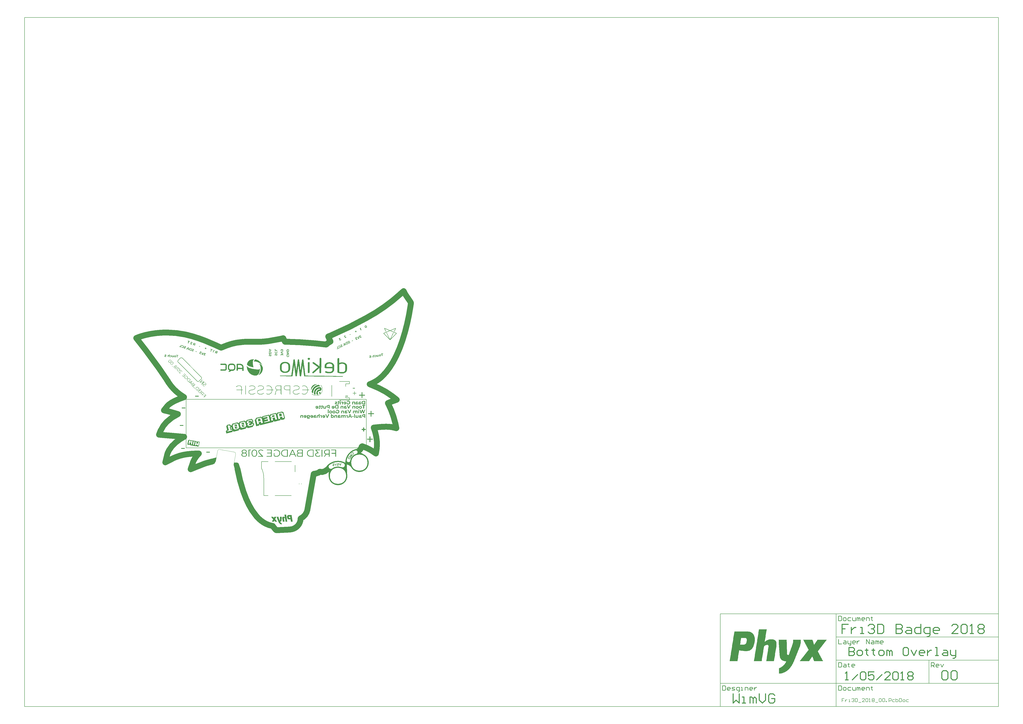
<source format=gbo>
G04*
G04 #@! TF.GenerationSoftware,Altium Limited,Altium Designer,18.1.6 (161)*
G04*
G04 Layer_Color=32896*
%FSLAX25Y25*%
%MOIN*%
G70*
G01*
G75*
%ADD10C,0.00787*%
%ADD11C,0.09843*%
%ADD12C,0.01968*%
%ADD13C,0.00984*%
%ADD14C,0.00394*%
%ADD15C,0.00591*%
%ADD16C,0.01575*%
%ADD129C,0.01181*%
G36*
X155975Y347559D02*
X156009Y347555D01*
X156033Y347555D01*
X156050Y347555D01*
X156054Y347553D01*
X156137Y347541D01*
X156223Y347522D01*
X156303Y347500D01*
X156381Y347473D01*
X156452Y347443D01*
X156524Y347413D01*
X156592Y347382D01*
X156653Y347347D01*
X156708Y347317D01*
X156757Y347284D01*
X156802Y347257D01*
X156839Y347231D01*
X156870Y347210D01*
X156889Y347195D01*
X156904Y347182D01*
X156909Y347180D01*
X156983Y347119D01*
X157052Y347052D01*
X157120Y346979D01*
X157184Y346905D01*
X157242Y346828D01*
X157299Y346754D01*
X157350Y346682D01*
X157398Y346608D01*
X157441Y346545D01*
X157480Y346482D01*
X157512Y346425D01*
X157539Y346378D01*
X157563Y346337D01*
X157577Y346307D01*
X157587Y346288D01*
X157589Y346284D01*
X157590Y346281D01*
X157640Y346171D01*
X157682Y346067D01*
X157720Y345964D01*
X157755Y345867D01*
X157782Y345771D01*
X157806Y345681D01*
X157828Y345595D01*
X157842Y345517D01*
X157852Y345445D01*
X157863Y345381D01*
X157870Y345324D01*
X157873Y345277D01*
X157879Y345240D01*
X157881Y345212D01*
X157881Y345196D01*
X157880Y345187D01*
X157878Y345093D01*
X157874Y345002D01*
X157860Y344914D01*
X157848Y344831D01*
X157831Y344750D01*
X157810Y344675D01*
X157790Y344609D01*
X157765Y344544D01*
X157745Y344485D01*
X157725Y344435D01*
X157703Y344388D01*
X157684Y344354D01*
X157670Y344323D01*
X157660Y344302D01*
X157650Y344289D01*
X157649Y344285D01*
X157602Y344213D01*
X157550Y344147D01*
X157495Y344084D01*
X157438Y344028D01*
X157380Y343971D01*
X157323Y343923D01*
X157267Y343880D01*
X157211Y343836D01*
X157159Y343803D01*
X157113Y343772D01*
X157070Y343743D01*
X157033Y343721D01*
X157001Y343702D01*
X156959Y343681D01*
X156876Y343644D01*
X156790Y343611D01*
X156711Y343584D01*
X156629Y343561D01*
X156552Y343543D01*
X156477Y343531D01*
X156405Y343520D01*
X156340Y343513D01*
X156282Y343509D01*
X156226Y343506D01*
X156177Y343506D01*
X156137Y343507D01*
X156104Y343507D01*
X156080Y343507D01*
X156063Y343507D01*
X156059Y343509D01*
X155972Y343520D01*
X155890Y343540D01*
X155810Y343562D01*
X155732Y343589D01*
X155658Y343617D01*
X155586Y343647D01*
X155521Y343681D01*
X155457Y343714D01*
X155402Y343743D01*
X155353Y343776D01*
X155308Y343803D01*
X155271Y343829D01*
X155240Y343851D01*
X155220Y343866D01*
X155206Y343879D01*
X155201Y343881D01*
X155125Y343945D01*
X155056Y344012D01*
X154988Y344085D01*
X154924Y344158D01*
X154864Y344231D01*
X154810Y344309D01*
X154758Y344381D01*
X154707Y344454D01*
X154667Y344519D01*
X154628Y344581D01*
X154596Y344639D01*
X154569Y344686D01*
X154545Y344727D01*
X154531Y344757D01*
X154521Y344776D01*
X154518Y344783D01*
X154469Y344892D01*
X154426Y344997D01*
X154388Y345100D01*
X154353Y345196D01*
X154326Y345292D01*
X154303Y345382D01*
X154282Y345465D01*
X154268Y345544D01*
X154256Y345619D01*
X154245Y345682D01*
X154239Y345736D01*
X154237Y345783D01*
X154230Y345821D01*
X154229Y345849D01*
X154228Y345868D01*
X154229Y345873D01*
X154232Y345967D01*
X154236Y346059D01*
X154248Y346150D01*
X154261Y346233D01*
X154279Y346310D01*
X154299Y346385D01*
X154321Y346457D01*
X154343Y346520D01*
X154365Y346575D01*
X154388Y346627D01*
X154406Y346672D01*
X154425Y346709D01*
X154443Y346739D01*
X154453Y346760D01*
X154463Y346773D01*
X154464Y346777D01*
X154511Y346849D01*
X154564Y346915D01*
X154618Y346978D01*
X154674Y347038D01*
X154730Y347089D01*
X154786Y347141D01*
X154845Y347186D01*
X154897Y347227D01*
X154949Y347261D01*
X154999Y347293D01*
X155041Y347322D01*
X155079Y347344D01*
X155110Y347364D01*
X155153Y347384D01*
X155236Y347421D01*
X155318Y347453D01*
X155401Y347481D01*
X155479Y347503D01*
X155561Y347519D01*
X155634Y347534D01*
X155703Y347543D01*
X155768Y347551D01*
X155832Y347553D01*
X155887Y347556D01*
X155934Y347559D01*
X155975Y347559D01*
D02*
G37*
G36*
X147933Y342964D02*
X147213Y342613D01*
X148637Y339695D01*
X147809Y339291D01*
X146060Y342877D01*
X147608Y343632D01*
X147933Y342964D01*
D02*
G37*
G36*
X139353Y337771D02*
X140240Y338203D01*
X140544Y337579D01*
X139658Y337146D01*
X140082Y336276D01*
X139421Y335953D01*
X138997Y336824D01*
X138107Y336390D01*
X137802Y337015D01*
X138692Y337449D01*
X138268Y338319D01*
X138929Y338641D01*
X139353Y337771D01*
D02*
G37*
G36*
X130457Y332213D02*
X129008Y331506D01*
X128695Y332147D01*
X130144Y332854D01*
X130457Y332213D01*
D02*
G37*
G36*
X121221Y330616D02*
X121307Y330613D01*
X121387Y330608D01*
X121465Y330597D01*
X121539Y330585D01*
X121611Y330571D01*
X121681Y330553D01*
X121742Y330534D01*
X121801Y330514D01*
X121851Y330494D01*
X121900Y330477D01*
X121940Y330461D01*
X121973Y330444D01*
X122000Y330429D01*
X122021Y330419D01*
X122032Y330413D01*
X122037Y330411D01*
X121622Y329726D01*
X121543Y329765D01*
X121460Y329793D01*
X121385Y329813D01*
X121317Y329829D01*
X121257Y329836D01*
X121214Y329839D01*
X121198Y329840D01*
X121185Y329841D01*
X121177Y329841D01*
X121174Y329840D01*
X121088Y329834D01*
X121001Y329820D01*
X120921Y329802D01*
X120849Y329783D01*
X120791Y329762D01*
X120764Y329749D01*
X120743Y329743D01*
X120704Y329724D01*
X120609Y329670D01*
X120527Y329613D01*
X120494Y329589D01*
X120463Y329562D01*
X120437Y329533D01*
X120415Y329510D01*
X120394Y329488D01*
X120377Y329464D01*
X120366Y329446D01*
X120353Y329431D01*
X120348Y329417D01*
X120339Y329409D01*
X120336Y329399D01*
X120321Y329363D01*
X120309Y329329D01*
X120300Y329256D01*
X120300Y329191D01*
X120310Y329127D01*
X120320Y329075D01*
X120336Y329034D01*
X120340Y329016D01*
X120345Y329006D01*
X120348Y329000D01*
X120350Y328997D01*
X120380Y328943D01*
X120416Y328895D01*
X120454Y328849D01*
X120490Y328810D01*
X120522Y328777D01*
X120549Y328754D01*
X120569Y328739D01*
X120574Y328737D01*
X120575Y328734D01*
X120606Y328712D01*
X120637Y328691D01*
X120713Y328651D01*
X120791Y328616D01*
X120867Y328585D01*
X120937Y328558D01*
X120967Y328544D01*
X120992Y328536D01*
X121016Y328528D01*
X121031Y328523D01*
X121040Y328519D01*
X121045Y328518D01*
X123066Y327887D01*
X123328Y327351D01*
X120615Y326028D01*
X120287Y326702D01*
X121831Y327455D01*
X120627Y327832D01*
X120534Y327863D01*
X120448Y327890D01*
X120364Y327922D01*
X120292Y327952D01*
X120221Y327982D01*
X120159Y328009D01*
X120104Y328039D01*
X120051Y328065D01*
X120007Y328088D01*
X119972Y328112D01*
X119938Y328131D01*
X119913Y328148D01*
X119891Y328161D01*
X119878Y328171D01*
X119867Y328178D01*
X119865Y328181D01*
X119774Y328258D01*
X119697Y328342D01*
X119630Y328422D01*
X119575Y328501D01*
X119551Y328534D01*
X119530Y328568D01*
X119512Y328596D01*
X119500Y328622D01*
X119487Y328640D01*
X119479Y328657D01*
X119474Y328667D01*
X119473Y328670D01*
X119447Y328730D01*
X119422Y328791D01*
X119389Y328908D01*
X119378Y328964D01*
X119369Y329016D01*
X119364Y329067D01*
X119358Y329112D01*
X119357Y329156D01*
X119357Y329197D01*
X119358Y329229D01*
X119360Y329259D01*
X119360Y329283D01*
X119363Y329301D01*
X119363Y329309D01*
X119365Y329314D01*
X119392Y329433D01*
X119432Y329541D01*
X119479Y329645D01*
X119530Y329731D01*
X119575Y329805D01*
X119596Y329836D01*
X119616Y329862D01*
X119631Y329881D01*
X119644Y329896D01*
X119651Y329907D01*
X119654Y329909D01*
X119748Y330007D01*
X119853Y330099D01*
X119959Y330179D01*
X120010Y330216D01*
X120060Y330248D01*
X120105Y330279D01*
X120150Y330304D01*
X120191Y330328D01*
X120223Y330344D01*
X120251Y330362D01*
X120290Y330381D01*
X120380Y330421D01*
X120467Y330459D01*
X120554Y330489D01*
X120633Y330516D01*
X120715Y330539D01*
X120792Y330557D01*
X120865Y330572D01*
X120932Y330585D01*
X120996Y330595D01*
X121053Y330603D01*
X121098Y330609D01*
X121142Y330610D01*
X121177Y330615D01*
X121201Y330614D01*
X121216Y330618D01*
X121221Y330616D01*
D02*
G37*
G36*
X147708Y330390D02*
X146183Y329646D01*
X147326Y329171D01*
X147594Y328621D01*
X147153Y328406D01*
X147099Y328375D01*
X147049Y328343D01*
X147002Y328308D01*
X146961Y328276D01*
X146923Y328245D01*
X146859Y328177D01*
X146813Y328114D01*
X146775Y328051D01*
X146748Y327990D01*
X146736Y327931D01*
X146726Y327878D01*
X146727Y327825D01*
X146728Y327782D01*
X146734Y327744D01*
X146742Y327711D01*
X146748Y327690D01*
X146755Y327677D01*
X146758Y327671D01*
X146780Y327633D01*
X146803Y327595D01*
X146859Y327538D01*
X146914Y327491D01*
X146971Y327458D01*
X147026Y327437D01*
X147065Y327423D01*
X147096Y327418D01*
X147102Y327413D01*
X147105Y327415D01*
X147196Y327411D01*
X147293Y327421D01*
X147384Y327441D01*
X147469Y327467D01*
X147508Y327478D01*
X147542Y327490D01*
X147573Y327501D01*
X147600Y327514D01*
X147624Y327522D01*
X147654Y327536D01*
X147757Y327591D01*
X147853Y327650D01*
X147939Y327708D01*
X147978Y327735D01*
X148016Y327766D01*
X148048Y327790D01*
X148078Y327812D01*
X148104Y327833D01*
X148127Y327852D01*
X148144Y327869D01*
X148155Y327878D01*
X148163Y327886D01*
X148167Y327888D01*
X148247Y327972D01*
X148318Y328051D01*
X148379Y328133D01*
X148430Y328203D01*
X148450Y328237D01*
X148468Y328266D01*
X148485Y328290D01*
X148498Y328313D01*
X148508Y328334D01*
X148515Y328345D01*
X148520Y328351D01*
X148521Y328356D01*
X149151Y327878D01*
X149085Y327765D01*
X149008Y327658D01*
X148927Y327558D01*
X148851Y327472D01*
X148813Y327434D01*
X148779Y327397D01*
X148748Y327369D01*
X148723Y327345D01*
X148702Y327323D01*
X148685Y327306D01*
X148673Y327297D01*
X148670Y327295D01*
X148549Y327195D01*
X148426Y327107D01*
X148311Y327027D01*
X148255Y326992D01*
X148201Y326961D01*
X148154Y326934D01*
X148110Y326908D01*
X148069Y326884D01*
X148036Y326868D01*
X148008Y326851D01*
X147972Y326833D01*
X147882Y326793D01*
X147792Y326754D01*
X147707Y326720D01*
X147626Y326697D01*
X147549Y326671D01*
X147474Y326651D01*
X147404Y326637D01*
X147342Y326623D01*
X147281Y326614D01*
X147229Y326605D01*
X147184Y326598D01*
X147144Y326595D01*
X147114Y326593D01*
X147094Y326591D01*
X147079Y326588D01*
X147074Y326590D01*
X146998Y326589D01*
X146926Y326594D01*
X146856Y326605D01*
X146791Y326614D01*
X146728Y326627D01*
X146668Y326642D01*
X146616Y326658D01*
X146567Y326675D01*
X146524Y326690D01*
X146483Y326706D01*
X146451Y326723D01*
X146420Y326736D01*
X146399Y326746D01*
X146381Y326758D01*
X146374Y326763D01*
X146370Y326764D01*
X146316Y326799D01*
X146265Y326839D01*
X146221Y326878D01*
X146176Y326921D01*
X146098Y327005D01*
X146036Y327083D01*
X146010Y327119D01*
X145989Y327154D01*
X145967Y327183D01*
X145952Y327213D01*
X145938Y327234D01*
X145930Y327251D01*
X145925Y327260D01*
X145924Y327264D01*
X145890Y327341D01*
X145863Y327412D01*
X145843Y327487D01*
X145829Y327558D01*
X145818Y327629D01*
X145811Y327695D01*
X145810Y327755D01*
X145809Y327815D01*
X145814Y327870D01*
X145819Y327918D01*
X145823Y327960D01*
X145830Y327995D01*
X145837Y328023D01*
X145842Y328046D01*
X145844Y328059D01*
X145845Y328064D01*
X145870Y328137D01*
X145900Y328208D01*
X145937Y328274D01*
X145978Y328339D01*
X146024Y328402D01*
X146069Y328460D01*
X146117Y328512D01*
X146161Y328562D01*
X146207Y328609D01*
X146250Y328646D01*
X146289Y328681D01*
X146324Y328710D01*
X146353Y328733D01*
X146376Y328752D01*
X146388Y328762D01*
X146394Y328765D01*
X145136Y329293D01*
X144873Y329833D01*
X147382Y331057D01*
X147708Y330390D01*
D02*
G37*
G36*
X144773Y325346D02*
X143952Y324945D01*
X140653Y327775D01*
X141477Y328177D01*
X143832Y326154D01*
X143675Y329249D01*
X144569Y329685D01*
X144773Y325346D01*
D02*
G37*
G36*
X140854Y327047D02*
X139329Y326303D01*
X140472Y325828D01*
X140740Y325278D01*
X140299Y325063D01*
X140244Y325032D01*
X140195Y325000D01*
X140148Y324965D01*
X140107Y324933D01*
X140069Y324902D01*
X140005Y324834D01*
X139959Y324771D01*
X139921Y324708D01*
X139894Y324647D01*
X139882Y324588D01*
X139872Y324535D01*
X139873Y324482D01*
X139874Y324439D01*
X139880Y324401D01*
X139888Y324368D01*
X139894Y324347D01*
X139901Y324334D01*
X139904Y324328D01*
X139926Y324290D01*
X139949Y324252D01*
X140005Y324195D01*
X140060Y324149D01*
X140117Y324115D01*
X140172Y324094D01*
X140211Y324080D01*
X140242Y324075D01*
X140248Y324070D01*
X140251Y324072D01*
X140342Y324068D01*
X140439Y324078D01*
X140530Y324098D01*
X140615Y324124D01*
X140654Y324135D01*
X140688Y324147D01*
X140719Y324158D01*
X140746Y324171D01*
X140770Y324179D01*
X140799Y324193D01*
X140903Y324248D01*
X140999Y324307D01*
X141085Y324365D01*
X141124Y324392D01*
X141162Y324423D01*
X141194Y324447D01*
X141224Y324469D01*
X141250Y324490D01*
X141273Y324509D01*
X141290Y324526D01*
X141301Y324535D01*
X141309Y324543D01*
X141313Y324545D01*
X141393Y324629D01*
X141464Y324708D01*
X141525Y324790D01*
X141576Y324860D01*
X141596Y324894D01*
X141614Y324923D01*
X141631Y324947D01*
X141644Y324970D01*
X141654Y324991D01*
X141660Y325002D01*
X141665Y325009D01*
X141667Y325013D01*
X142297Y324535D01*
X142231Y324422D01*
X142154Y324315D01*
X142073Y324215D01*
X141997Y324130D01*
X141959Y324091D01*
X141925Y324054D01*
X141893Y324026D01*
X141869Y324002D01*
X141847Y323980D01*
X141831Y323963D01*
X141820Y323954D01*
X141816Y323952D01*
X141695Y323852D01*
X141572Y323764D01*
X141457Y323684D01*
X141401Y323649D01*
X141347Y323618D01*
X141300Y323591D01*
X141256Y323565D01*
X141215Y323541D01*
X141182Y323525D01*
X141154Y323508D01*
X141118Y323490D01*
X141028Y323450D01*
X140938Y323411D01*
X140853Y323377D01*
X140772Y323354D01*
X140695Y323328D01*
X140620Y323308D01*
X140550Y323294D01*
X140488Y323280D01*
X140427Y323271D01*
X140375Y323261D01*
X140330Y323255D01*
X140290Y323253D01*
X140260Y323250D01*
X140240Y323248D01*
X140225Y323245D01*
X140220Y323247D01*
X140144Y323246D01*
X140072Y323252D01*
X140002Y323262D01*
X139937Y323271D01*
X139874Y323284D01*
X139814Y323300D01*
X139762Y323315D01*
X139713Y323331D01*
X139670Y323347D01*
X139629Y323363D01*
X139597Y323380D01*
X139566Y323393D01*
X139545Y323403D01*
X139527Y323415D01*
X139521Y323420D01*
X139516Y323421D01*
X139462Y323456D01*
X139410Y323496D01*
X139367Y323535D01*
X139322Y323578D01*
X139244Y323662D01*
X139182Y323741D01*
X139156Y323777D01*
X139135Y323811D01*
X139113Y323840D01*
X139098Y323870D01*
X139084Y323891D01*
X139076Y323908D01*
X139071Y323917D01*
X139070Y323921D01*
X139036Y323997D01*
X139009Y324069D01*
X138989Y324145D01*
X138975Y324215D01*
X138964Y324286D01*
X138957Y324352D01*
X138956Y324412D01*
X138955Y324472D01*
X138960Y324527D01*
X138965Y324574D01*
X138969Y324617D01*
X138976Y324653D01*
X138983Y324680D01*
X138988Y324703D01*
X138989Y324716D01*
X138991Y324721D01*
X139016Y324794D01*
X139046Y324865D01*
X139083Y324932D01*
X139124Y324996D01*
X139170Y325059D01*
X139215Y325117D01*
X139263Y325169D01*
X139307Y325219D01*
X139353Y325266D01*
X139396Y325303D01*
X139435Y325338D01*
X139470Y325367D01*
X139499Y325390D01*
X139522Y325409D01*
X139534Y325419D01*
X139540Y325422D01*
X138282Y325950D01*
X138019Y326490D01*
X140528Y327714D01*
X140854Y327047D01*
D02*
G37*
G36*
X113077Y325964D02*
X111553Y325220D01*
X112696Y324745D01*
X112964Y324195D01*
X112522Y323980D01*
X112468Y323950D01*
X112419Y323918D01*
X112371Y323882D01*
X112330Y323850D01*
X112293Y323819D01*
X112229Y323752D01*
X112182Y323689D01*
X112144Y323626D01*
X112118Y323564D01*
X112106Y323505D01*
X112095Y323452D01*
X112096Y323400D01*
X112098Y323356D01*
X112104Y323318D01*
X112112Y323286D01*
X112118Y323264D01*
X112124Y323251D01*
X112127Y323245D01*
X112150Y323207D01*
X112172Y323169D01*
X112229Y323112D01*
X112284Y323066D01*
X112340Y323033D01*
X112395Y323011D01*
X112434Y322998D01*
X112465Y322992D01*
X112472Y322987D01*
X112475Y322989D01*
X112566Y322985D01*
X112662Y322995D01*
X112754Y323016D01*
X112838Y323041D01*
X112878Y323052D01*
X112912Y323064D01*
X112943Y323076D01*
X112969Y323088D01*
X112994Y323096D01*
X113023Y323111D01*
X113126Y323165D01*
X113223Y323224D01*
X113308Y323282D01*
X113347Y323309D01*
X113385Y323340D01*
X113418Y323364D01*
X113447Y323386D01*
X113474Y323407D01*
X113497Y323427D01*
X113513Y323443D01*
X113525Y323452D01*
X113533Y323461D01*
X113536Y323462D01*
X113617Y323546D01*
X113688Y323625D01*
X113749Y323707D01*
X113800Y323777D01*
X113820Y323811D01*
X113838Y323840D01*
X113854Y323864D01*
X113868Y323887D01*
X113877Y323908D01*
X113884Y323919D01*
X113889Y323926D01*
X113891Y323931D01*
X114521Y323452D01*
X114455Y323339D01*
X114377Y323232D01*
X114296Y323132D01*
X114221Y323047D01*
X114183Y323008D01*
X114148Y322971D01*
X114117Y322943D01*
X114092Y322919D01*
X114071Y322897D01*
X114055Y322881D01*
X114043Y322871D01*
X114040Y322869D01*
X113918Y322770D01*
X113795Y322681D01*
X113681Y322601D01*
X113625Y322566D01*
X113571Y322535D01*
X113523Y322508D01*
X113479Y322483D01*
X113438Y322459D01*
X113406Y322443D01*
X113378Y322425D01*
X113342Y322408D01*
X113252Y322368D01*
X113162Y322328D01*
X113077Y322294D01*
X112995Y322271D01*
X112919Y322246D01*
X112844Y322225D01*
X112773Y322211D01*
X112711Y322197D01*
X112651Y322188D01*
X112599Y322179D01*
X112553Y322173D01*
X112514Y322170D01*
X112483Y322167D01*
X112464Y322165D01*
X112449Y322162D01*
X112444Y322164D01*
X112367Y322163D01*
X112296Y322169D01*
X112226Y322179D01*
X112161Y322188D01*
X112098Y322202D01*
X112038Y322217D01*
X111986Y322232D01*
X111937Y322249D01*
X111893Y322264D01*
X111853Y322281D01*
X111820Y322297D01*
X111789Y322310D01*
X111768Y322320D01*
X111751Y322332D01*
X111744Y322337D01*
X111739Y322339D01*
X111686Y322373D01*
X111634Y322413D01*
X111591Y322452D01*
X111545Y322495D01*
X111468Y322579D01*
X111405Y322658D01*
X111380Y322694D01*
X111359Y322728D01*
X111336Y322758D01*
X111322Y322787D01*
X111308Y322808D01*
X111300Y322825D01*
X111295Y322835D01*
X111293Y322838D01*
X111260Y322915D01*
X111233Y322987D01*
X111212Y323062D01*
X111198Y323132D01*
X111188Y323204D01*
X111180Y323269D01*
X111179Y323329D01*
X111178Y323389D01*
X111184Y323445D01*
X111189Y323492D01*
X111193Y323534D01*
X111199Y323570D01*
X111206Y323597D01*
X111211Y323620D01*
X111213Y323633D01*
X111215Y323638D01*
X111240Y323711D01*
X111270Y323782D01*
X111306Y323849D01*
X111348Y323913D01*
X111394Y323976D01*
X111439Y324035D01*
X111486Y324086D01*
X111531Y324136D01*
X111577Y324183D01*
X111619Y324220D01*
X111659Y324255D01*
X111693Y324284D01*
X111723Y324307D01*
X111746Y324326D01*
X111757Y324336D01*
X111764Y324339D01*
X110506Y324868D01*
X110242Y325407D01*
X112752Y326631D01*
X113077Y325964D01*
D02*
G37*
G36*
X134259Y321603D02*
X132810Y320896D01*
X132497Y321537D01*
X133946Y322244D01*
X134259Y321603D01*
D02*
G37*
G36*
X-142542Y320482D02*
X-142799Y319774D01*
X-144000Y320211D01*
X-145106Y317170D01*
X-145972Y317485D01*
X-144865Y320526D01*
X-146066Y320963D01*
X-145808Y321671D01*
X-142542Y320482D01*
D02*
G37*
G36*
X-140096Y319507D02*
X-139960Y319508D01*
X-139821Y319496D01*
X-139689Y319475D01*
X-139627Y319464D01*
X-139570Y319451D01*
X-139516Y319439D01*
X-139467Y319425D01*
X-139421Y319412D01*
X-139387Y319400D01*
X-139355Y319392D01*
X-139314Y319377D01*
X-139223Y319340D01*
X-139135Y319304D01*
X-139053Y319263D01*
X-138979Y319224D01*
X-138905Y319182D01*
X-138839Y319138D01*
X-138777Y319096D01*
X-138722Y319057D01*
X-138670Y319019D01*
X-138625Y318983D01*
X-138589Y318954D01*
X-138557Y318923D01*
X-138530Y318902D01*
X-138513Y318884D01*
X-138501Y318876D01*
X-138499Y318871D01*
X-138441Y318807D01*
X-138389Y318746D01*
X-138343Y318683D01*
X-138300Y318620D01*
X-138260Y318559D01*
X-138225Y318496D01*
X-138195Y318439D01*
X-138169Y318383D01*
X-138148Y318333D01*
X-138127Y318286D01*
X-138111Y318246D01*
X-138100Y318211D01*
X-138092Y318181D01*
X-138084Y318159D01*
X-138081Y318146D01*
X-138079Y318141D01*
X-138860Y317964D01*
X-138888Y318048D01*
X-138925Y318127D01*
X-138962Y318195D01*
X-138998Y318255D01*
X-139035Y318303D01*
X-139062Y318336D01*
X-139073Y318348D01*
X-139081Y318358D01*
X-139086Y318364D01*
X-139090Y318366D01*
X-139154Y318424D01*
X-139224Y318476D01*
X-139293Y318521D01*
X-139356Y318560D01*
X-139412Y318587D01*
X-139439Y318597D01*
X-139458Y318608D01*
X-139499Y318623D01*
X-139604Y318654D01*
X-139702Y318674D01*
X-139742Y318681D01*
X-139783Y318684D01*
X-139822Y318683D01*
X-139854Y318682D01*
X-139885Y318682D01*
X-139914Y318677D01*
X-139934Y318673D01*
X-139954Y318672D01*
X-139968Y318666D01*
X-139980Y318666D01*
X-139989Y318662D01*
X-140025Y318648D01*
X-140058Y318633D01*
X-140116Y318588D01*
X-140164Y318544D01*
X-140202Y318492D01*
X-140233Y318449D01*
X-140251Y318409D01*
X-140261Y318393D01*
X-140265Y318383D01*
X-140267Y318376D01*
X-140269Y318373D01*
X-140286Y318313D01*
X-140296Y318255D01*
X-140302Y318195D01*
X-140306Y318142D01*
X-140307Y318096D01*
X-140305Y318060D01*
X-140302Y318036D01*
X-140300Y318031D01*
X-140301Y318028D01*
X-140295Y317991D01*
X-140289Y317954D01*
X-140265Y317871D01*
X-140236Y317791D01*
X-140206Y317714D01*
X-140177Y317646D01*
X-140165Y317614D01*
X-140154Y317591D01*
X-140143Y317568D01*
X-140137Y317554D01*
X-140132Y317544D01*
X-140130Y317540D01*
X-139180Y315648D01*
X-139384Y315087D01*
X-142220Y316119D01*
X-141963Y316824D01*
X-140349Y316236D01*
X-140914Y317364D01*
X-140956Y317453D01*
X-140996Y317533D01*
X-141032Y317616D01*
X-141060Y317688D01*
X-141088Y317760D01*
X-141111Y317823D01*
X-141128Y317884D01*
X-141146Y317940D01*
X-141160Y317988D01*
X-141168Y318030D01*
X-141177Y318068D01*
X-141182Y318097D01*
X-141188Y318122D01*
X-141190Y318139D01*
X-141193Y318151D01*
X-141192Y318155D01*
X-141199Y318274D01*
X-141193Y318387D01*
X-141182Y318492D01*
X-141163Y318586D01*
X-141156Y318626D01*
X-141146Y318665D01*
X-141138Y318697D01*
X-141128Y318724D01*
X-141124Y318746D01*
X-141118Y318763D01*
X-141114Y318773D01*
X-141113Y318777D01*
X-141087Y318837D01*
X-141061Y318897D01*
X-141000Y319003D01*
X-140967Y319049D01*
X-140936Y319092D01*
X-140903Y319130D01*
X-140874Y319166D01*
X-140844Y319198D01*
X-140814Y319226D01*
X-140790Y319248D01*
X-140768Y319267D01*
X-140750Y319284D01*
X-140735Y319294D01*
X-140729Y319299D01*
X-140724Y319302D01*
X-140620Y319364D01*
X-140514Y319411D01*
X-140407Y319449D01*
X-140310Y319472D01*
X-140225Y319492D01*
X-140188Y319498D01*
X-140156Y319501D01*
X-140132Y319504D01*
X-140112Y319505D01*
X-140099Y319508D01*
X-140096Y319507D01*
D02*
G37*
G36*
X-135222Y317690D02*
X-135141Y317688D01*
X-135060Y317677D01*
X-134905Y317656D01*
X-134833Y317641D01*
X-134760Y317627D01*
X-134696Y317611D01*
X-134641Y317595D01*
X-134587Y317583D01*
X-134546Y317568D01*
X-134507Y317558D01*
X-132834Y316949D01*
X-134199Y313200D01*
X-135067Y313516D01*
X-134688Y314559D01*
X-135488Y314851D01*
X-136590Y314070D01*
X-137520Y314409D01*
X-136244Y315308D01*
X-136301Y315364D01*
X-136350Y315420D01*
X-136394Y315479D01*
X-136439Y315538D01*
X-136473Y315593D01*
X-136507Y315648D01*
X-136535Y315700D01*
X-136562Y315753D01*
X-136580Y315798D01*
X-136599Y315844D01*
X-136613Y315880D01*
X-136623Y315915D01*
X-136633Y315941D01*
X-136638Y315959D01*
X-136641Y315972D01*
X-136643Y315976D01*
X-136656Y316047D01*
X-136668Y316121D01*
X-136670Y316191D01*
X-136671Y316261D01*
X-136671Y316327D01*
X-136665Y316395D01*
X-136658Y316458D01*
X-136648Y316516D01*
X-136636Y316570D01*
X-136626Y316621D01*
X-136614Y316663D01*
X-136604Y316702D01*
X-136598Y316730D01*
X-136589Y316754D01*
X-136584Y316768D01*
X-136583Y316771D01*
X-136550Y316849D01*
X-136521Y316919D01*
X-136485Y316987D01*
X-136447Y317048D01*
X-136410Y317108D01*
X-136372Y317160D01*
X-136330Y317210D01*
X-136295Y317252D01*
X-136261Y317293D01*
X-136227Y317324D01*
X-136196Y317355D01*
X-136172Y317377D01*
X-136150Y317396D01*
X-136137Y317411D01*
X-136126Y317419D01*
X-136121Y317421D01*
X-136064Y317462D01*
X-136000Y317500D01*
X-135938Y317532D01*
X-135876Y317564D01*
X-135813Y317587D01*
X-135751Y317608D01*
X-135693Y317629D01*
X-135637Y317644D01*
X-135583Y317655D01*
X-135537Y317665D01*
X-135495Y317673D01*
X-135458Y317679D01*
X-135426Y317683D01*
X-135405Y317687D01*
X-135390Y317685D01*
X-135385Y317688D01*
X-135306Y317693D01*
X-135222Y317690D01*
D02*
G37*
G36*
X127596Y321297D02*
X127673Y321298D01*
X127746Y321297D01*
X127814Y321290D01*
X127879Y321282D01*
X127941Y321271D01*
X128001Y321256D01*
X128056Y321242D01*
X128103Y321229D01*
X128147Y321214D01*
X128188Y321197D01*
X128223Y321182D01*
X128249Y321170D01*
X128270Y321160D01*
X128291Y321150D01*
X128298Y321146D01*
X128303Y321144D01*
X128356Y321109D01*
X128406Y321073D01*
X128453Y321035D01*
X128495Y320999D01*
X128572Y320915D01*
X128633Y320839D01*
X128662Y320805D01*
X128685Y320767D01*
X128702Y320739D01*
X128720Y320711D01*
X128735Y320690D01*
X128743Y320674D01*
X128747Y320664D01*
X128749Y320661D01*
X128778Y320594D01*
X128805Y320530D01*
X128823Y320466D01*
X128838Y320404D01*
X128850Y320346D01*
X128856Y320292D01*
X128860Y320241D01*
X128860Y320193D01*
X128861Y320148D01*
X128859Y320111D01*
X128856Y320077D01*
X128853Y320048D01*
X128848Y320025D01*
X128845Y320007D01*
X128845Y319999D01*
X128843Y319994D01*
X128805Y319882D01*
X128760Y319783D01*
X128712Y319691D01*
X128664Y319615D01*
X128618Y319552D01*
X128598Y319526D01*
X128580Y319505D01*
X128568Y319487D01*
X128555Y319473D01*
X128550Y319466D01*
X128547Y319465D01*
X128504Y319420D01*
X128460Y319378D01*
X128366Y319287D01*
X128270Y319200D01*
X128177Y319118D01*
X128134Y319081D01*
X128093Y319049D01*
X128059Y319020D01*
X128027Y318993D01*
X128001Y318972D01*
X127985Y318956D01*
X127970Y318945D01*
X127967Y318943D01*
X127883Y318874D01*
X127811Y318814D01*
X127749Y318759D01*
X127696Y318709D01*
X127653Y318672D01*
X127640Y318658D01*
X127625Y318647D01*
X127614Y318637D01*
X127606Y318629D01*
X127604Y318624D01*
X127601Y318622D01*
X127555Y318576D01*
X127517Y318529D01*
X127482Y318484D01*
X127456Y318446D01*
X127436Y318412D01*
X127421Y318385D01*
X127412Y318369D01*
X127411Y318364D01*
X127394Y318315D01*
X127385Y318267D01*
X127387Y318223D01*
X127390Y318183D01*
X127397Y318151D01*
X127402Y318125D01*
X127410Y318108D01*
X127413Y318102D01*
X127432Y318071D01*
X127450Y318043D01*
X127497Y317997D01*
X127545Y317964D01*
X127599Y317937D01*
X127647Y317920D01*
X127685Y317910D01*
X127711Y317907D01*
X127717Y317902D01*
X127720Y317903D01*
X127763Y317900D01*
X127810Y317903D01*
X127903Y317919D01*
X127998Y317941D01*
X128089Y317970D01*
X128133Y317987D01*
X128171Y318002D01*
X128205Y318014D01*
X128235Y318029D01*
X128262Y318038D01*
X128295Y318054D01*
X128411Y318115D01*
X128519Y318184D01*
X128619Y318253D01*
X128664Y318286D01*
X128705Y318319D01*
X128744Y318346D01*
X128778Y318375D01*
X128810Y318402D01*
X128833Y318422D01*
X128852Y318439D01*
X128869Y318455D01*
X128877Y318463D01*
X128880Y318465D01*
X128974Y318563D01*
X129056Y318660D01*
X129094Y318707D01*
X129129Y318752D01*
X129162Y318793D01*
X129187Y318833D01*
X129213Y318870D01*
X129233Y318904D01*
X129254Y318935D01*
X129268Y318958D01*
X129281Y318980D01*
X129289Y318997D01*
X129294Y319003D01*
X129296Y319008D01*
X129882Y318520D01*
X129852Y318465D01*
X129816Y318407D01*
X129740Y318297D01*
X129661Y318194D01*
X129580Y318102D01*
X129541Y318058D01*
X129506Y318021D01*
X129473Y317989D01*
X129447Y317960D01*
X129424Y317940D01*
X129404Y317923D01*
X129394Y317910D01*
X129391Y317908D01*
X129258Y317799D01*
X129125Y317698D01*
X129058Y317653D01*
X128997Y317611D01*
X128935Y317572D01*
X128876Y317535D01*
X128822Y317505D01*
X128774Y317478D01*
X128730Y317452D01*
X128691Y317433D01*
X128663Y317415D01*
X128621Y317395D01*
X128527Y317353D01*
X128441Y317315D01*
X128356Y317282D01*
X128272Y317253D01*
X128192Y317227D01*
X128117Y317206D01*
X128049Y317189D01*
X127982Y317176D01*
X127923Y317164D01*
X127871Y317155D01*
X127825Y317149D01*
X127788Y317143D01*
X127757Y317140D01*
X127734Y317137D01*
X127718Y317137D01*
X127715Y317135D01*
X127638Y317134D01*
X127565Y317135D01*
X127493Y317141D01*
X127428Y317149D01*
X127366Y317160D01*
X127308Y317172D01*
X127256Y317187D01*
X127204Y317202D01*
X127160Y317217D01*
X127121Y317231D01*
X127086Y317246D01*
X127060Y317257D01*
X127034Y317269D01*
X127018Y317277D01*
X127011Y317282D01*
X127006Y317284D01*
X126953Y317318D01*
X126900Y317353D01*
X126853Y317391D01*
X126809Y317431D01*
X126733Y317511D01*
X126672Y317587D01*
X126643Y317621D01*
X126622Y317655D01*
X126603Y317687D01*
X126587Y317711D01*
X126573Y317732D01*
X126565Y317749D01*
X126560Y317759D01*
X126558Y317762D01*
X126530Y317829D01*
X126503Y317893D01*
X126485Y317953D01*
X126471Y318015D01*
X126461Y318071D01*
X126453Y318128D01*
X126452Y318180D01*
X126451Y318224D01*
X126449Y318268D01*
X126455Y318307D01*
X126458Y318341D01*
X126462Y318367D01*
X126467Y318390D01*
X126467Y318406D01*
X126470Y318415D01*
X126472Y318420D01*
X126507Y318531D01*
X126552Y318630D01*
X126602Y318719D01*
X126653Y318796D01*
X126699Y318859D01*
X126719Y318885D01*
X126737Y318906D01*
X126749Y318924D01*
X126759Y318937D01*
X126767Y318945D01*
X126770Y318947D01*
X126810Y318990D01*
X126854Y319032D01*
X126948Y319122D01*
X127046Y319211D01*
X127137Y319291D01*
X127179Y319328D01*
X127219Y319364D01*
X127253Y319393D01*
X127285Y319420D01*
X127311Y319441D01*
X127327Y319457D01*
X127342Y319468D01*
X127345Y319470D01*
X127409Y319521D01*
X127467Y319570D01*
X127521Y319616D01*
X127573Y319658D01*
X127618Y319700D01*
X127657Y319736D01*
X127697Y319771D01*
X127726Y319802D01*
X127756Y319832D01*
X127780Y319856D01*
X127802Y319879D01*
X127818Y319895D01*
X127831Y319910D01*
X127838Y319921D01*
X127843Y319927D01*
X127846Y319929D01*
X127869Y319965D01*
X127889Y319999D01*
X127906Y320031D01*
X127918Y320065D01*
X127926Y320097D01*
X127931Y320128D01*
X127932Y320185D01*
X127924Y320234D01*
X127915Y320270D01*
X127912Y320285D01*
X127907Y320295D01*
X127905Y320298D01*
X127904Y320301D01*
X127884Y320332D01*
X127865Y320363D01*
X127817Y320413D01*
X127767Y320449D01*
X127713Y320476D01*
X127668Y320494D01*
X127629Y320507D01*
X127603Y320511D01*
X127596Y320516D01*
X127593Y320514D01*
X127551Y320518D01*
X127505Y320520D01*
X127411Y320506D01*
X127316Y320484D01*
X127223Y320459D01*
X127182Y320443D01*
X127145Y320429D01*
X127107Y320415D01*
X127078Y320401D01*
X127053Y320393D01*
X127021Y320377D01*
X126930Y320329D01*
X126840Y320273D01*
X126758Y320216D01*
X126675Y320155D01*
X126601Y320091D01*
X126530Y320028D01*
X126468Y319965D01*
X126405Y319902D01*
X126353Y319844D01*
X126306Y319790D01*
X126265Y319741D01*
X126231Y319696D01*
X126203Y319662D01*
X126183Y319636D01*
X126171Y319618D01*
X126166Y319612D01*
X125602Y320114D01*
X125669Y320216D01*
X125745Y320309D01*
X125824Y320397D01*
X125895Y320476D01*
X125931Y320510D01*
X125961Y320540D01*
X125989Y320566D01*
X126015Y320587D01*
X126035Y320604D01*
X126048Y320619D01*
X126059Y320629D01*
X126063Y320630D01*
X126171Y320715D01*
X126282Y320794D01*
X126389Y320866D01*
X126438Y320899D01*
X126485Y320926D01*
X126530Y320951D01*
X126567Y320974D01*
X126607Y320993D01*
X126634Y321010D01*
X126785Y321084D01*
X126873Y321119D01*
X126958Y321152D01*
X127041Y321181D01*
X127118Y321206D01*
X127193Y321226D01*
X127265Y321245D01*
X127327Y321259D01*
X127387Y321268D01*
X127440Y321278D01*
X127485Y321284D01*
X127523Y321290D01*
X127554Y321293D01*
X127576Y321296D01*
X127591Y321299D01*
X127596Y321297D01*
D02*
G37*
G36*
X126505Y316436D02*
X124875Y315641D01*
X124766Y315592D01*
X124658Y315547D01*
X124552Y315507D01*
X124449Y315477D01*
X124349Y315449D01*
X124255Y315427D01*
X124167Y315409D01*
X124085Y315393D01*
X124010Y315381D01*
X123940Y315375D01*
X123880Y315366D01*
X123829Y315361D01*
X123788Y315362D01*
X123757Y315359D01*
X123741Y315359D01*
X123733Y315359D01*
X123630Y315362D01*
X123528Y315373D01*
X123432Y315387D01*
X123341Y315407D01*
X123255Y315426D01*
X123171Y315449D01*
X123093Y315476D01*
X123023Y315503D01*
X122958Y315528D01*
X122900Y315556D01*
X122853Y315578D01*
X122809Y315601D01*
X122777Y315618D01*
X122752Y315634D01*
X122736Y315642D01*
X122731Y315644D01*
X122651Y315702D01*
X122573Y315761D01*
X122500Y315827D01*
X122431Y315895D01*
X122370Y315962D01*
X122312Y316031D01*
X122256Y316097D01*
X122207Y316162D01*
X122164Y316226D01*
X122129Y316282D01*
X122095Y316334D01*
X122070Y316378D01*
X122047Y316416D01*
X122033Y316446D01*
X122025Y316462D01*
X122022Y316468D01*
X121977Y316568D01*
X121937Y316666D01*
X121906Y316764D01*
X121879Y316861D01*
X121859Y316952D01*
X121840Y317040D01*
X121828Y317123D01*
X121819Y317200D01*
X121813Y317270D01*
X121810Y317333D01*
X121808Y317389D01*
X121808Y317438D01*
X121809Y317478D01*
X121812Y317504D01*
X121811Y317524D01*
X121812Y317529D01*
X121825Y317628D01*
X121844Y317722D01*
X121867Y317815D01*
X121894Y317901D01*
X121924Y317988D01*
X121959Y318066D01*
X121991Y318142D01*
X122026Y318212D01*
X122061Y318273D01*
X122094Y318330D01*
X122124Y318377D01*
X122148Y318418D01*
X122171Y318453D01*
X122188Y318477D01*
X122198Y318490D01*
X122203Y318497D01*
X122269Y318577D01*
X122339Y318656D01*
X122413Y318729D01*
X122489Y318798D01*
X122566Y318864D01*
X122643Y318922D01*
X122717Y318978D01*
X122791Y319026D01*
X122861Y319073D01*
X122924Y319111D01*
X122979Y319147D01*
X123030Y319176D01*
X123071Y319199D01*
X124756Y320021D01*
X126505Y316436D01*
D02*
G37*
G36*
X122739Y314599D02*
X121892Y314186D01*
X121201Y314796D01*
X119536Y313984D01*
X119588Y313062D01*
X118718Y312638D01*
X118572Y317005D01*
X119394Y317406D01*
X122739Y314599D01*
D02*
G37*
G36*
X-155177Y313756D02*
X-155091Y313749D01*
X-154932Y313728D01*
X-154860Y313714D01*
X-154788Y313701D01*
X-154724Y313686D01*
X-154667Y313670D01*
X-154613Y313659D01*
X-154572Y313644D01*
X-154537Y313636D01*
X-154489Y313619D01*
X-154383Y313578D01*
X-154279Y313534D01*
X-154184Y313486D01*
X-154093Y313438D01*
X-154007Y313385D01*
X-153928Y313335D01*
X-153858Y313283D01*
X-153789Y313236D01*
X-153729Y313188D01*
X-153679Y313143D01*
X-153635Y313105D01*
X-153597Y313069D01*
X-153568Y313043D01*
X-153545Y313019D01*
X-153534Y313008D01*
X-153528Y313002D01*
X-153459Y312924D01*
X-153398Y312845D01*
X-153341Y312763D01*
X-153293Y312681D01*
X-153248Y312600D01*
X-153207Y312520D01*
X-153171Y312445D01*
X-153142Y312374D01*
X-153116Y312306D01*
X-153095Y312245D01*
X-153076Y312189D01*
X-153061Y312141D01*
X-153050Y312106D01*
X-153045Y312078D01*
X-153040Y312060D01*
X-153039Y312052D01*
X-153019Y311953D01*
X-153013Y311850D01*
X-153005Y311751D01*
X-153007Y311656D01*
X-153010Y311560D01*
X-153018Y311471D01*
X-153029Y311385D01*
X-153041Y311305D01*
X-153052Y311231D01*
X-153068Y311164D01*
X-153080Y311106D01*
X-153094Y311054D01*
X-153108Y311016D01*
X-153115Y310984D01*
X-153121Y310967D01*
X-153123Y310960D01*
X-153163Y310858D01*
X-153205Y310761D01*
X-153253Y310666D01*
X-153303Y310579D01*
X-153353Y310500D01*
X-153403Y310425D01*
X-153454Y310354D01*
X-153507Y310292D01*
X-153553Y310238D01*
X-153597Y310188D01*
X-153636Y310144D01*
X-153671Y310110D01*
X-153700Y310082D01*
X-153722Y310062D01*
X-153734Y310051D01*
X-153740Y310045D01*
X-153819Y309984D01*
X-153905Y309926D01*
X-153987Y309877D01*
X-154070Y309829D01*
X-154153Y309789D01*
X-154234Y309755D01*
X-154311Y309724D01*
X-154386Y309697D01*
X-154455Y309675D01*
X-154516Y309657D01*
X-154571Y309642D01*
X-154622Y309629D01*
X-154659Y309622D01*
X-154689Y309613D01*
X-154705Y309611D01*
X-154713Y309610D01*
X-154818Y309597D01*
X-154921Y309590D01*
X-155021Y309591D01*
X-155124Y309592D01*
X-155222Y309599D01*
X-155314Y309612D01*
X-155402Y309624D01*
X-155486Y309638D01*
X-155562Y309652D01*
X-155630Y309668D01*
X-155691Y309682D01*
X-155743Y309697D01*
X-155784Y309711D01*
X-155817Y309718D01*
X-155841Y309727D01*
X-155929Y309761D01*
X-156017Y309796D01*
X-156099Y309836D01*
X-156178Y309875D01*
X-156250Y309912D01*
X-156320Y309956D01*
X-156380Y309992D01*
X-156439Y310032D01*
X-156490Y310065D01*
X-156535Y310101D01*
X-156575Y310130D01*
X-156609Y310153D01*
X-156632Y310177D01*
X-156654Y310192D01*
X-156666Y310200D01*
X-156668Y310205D01*
X-156729Y310264D01*
X-156788Y310328D01*
X-156840Y310388D01*
X-156887Y310451D01*
X-156934Y310514D01*
X-156975Y310574D01*
X-157012Y310633D01*
X-157044Y310687D01*
X-157072Y310739D01*
X-157097Y310787D01*
X-157118Y310828D01*
X-157135Y310865D01*
X-157148Y310897D01*
X-157156Y310919D01*
X-157162Y310933D01*
X-157164Y310937D01*
X-156423Y311261D01*
X-156378Y311156D01*
X-156323Y311060D01*
X-156265Y310974D01*
X-156204Y310895D01*
X-156140Y310822D01*
X-156073Y310760D01*
X-156009Y310703D01*
X-155941Y310653D01*
X-155879Y310611D01*
X-155822Y310576D01*
X-155770Y310546D01*
X-155725Y310523D01*
X-155684Y310505D01*
X-155655Y310491D01*
X-155631Y310482D01*
X-155564Y310463D01*
X-155501Y310445D01*
X-155378Y310421D01*
X-155320Y310412D01*
X-155263Y310408D01*
X-155210Y310405D01*
X-155161Y310403D01*
X-155115Y310402D01*
X-155076Y310404D01*
X-155040Y310407D01*
X-155009Y310408D01*
X-154985Y310411D01*
X-154969Y310413D01*
X-154956Y310416D01*
X-154952Y310415D01*
X-154835Y310443D01*
X-154724Y310485D01*
X-154627Y310529D01*
X-154542Y310576D01*
X-154472Y310621D01*
X-154445Y310643D01*
X-154419Y310661D01*
X-154403Y310674D01*
X-154387Y310688D01*
X-154381Y310694D01*
X-154376Y310696D01*
X-154331Y310738D01*
X-154288Y310784D01*
X-154212Y310877D01*
X-154148Y310975D01*
X-154097Y311065D01*
X-154075Y311107D01*
X-154053Y311146D01*
X-154038Y311179D01*
X-154027Y311210D01*
X-154015Y311233D01*
X-154009Y311250D01*
X-154004Y311264D01*
X-154003Y311267D01*
X-153984Y311334D01*
X-153966Y311397D01*
X-153942Y311520D01*
X-153933Y311578D01*
X-153929Y311634D01*
X-153926Y311687D01*
X-153928Y311735D01*
X-153928Y311781D01*
X-153929Y311820D01*
X-153932Y311856D01*
X-153933Y311887D01*
X-153936Y311911D01*
X-153938Y311927D01*
X-153942Y311940D01*
X-153940Y311943D01*
X-153969Y312061D01*
X-154007Y312171D01*
X-154054Y312268D01*
X-154101Y312354D01*
X-154147Y312424D01*
X-154165Y312449D01*
X-154183Y312475D01*
X-154196Y312491D01*
X-154210Y312508D01*
X-154214Y312517D01*
X-154218Y312518D01*
X-154260Y312564D01*
X-154306Y312607D01*
X-154400Y312682D01*
X-154496Y312747D01*
X-154587Y312797D01*
X-154629Y312820D01*
X-154668Y312841D01*
X-154701Y312857D01*
X-154732Y312867D01*
X-154755Y312879D01*
X-154789Y312891D01*
X-154893Y312924D01*
X-154998Y312945D01*
X-155102Y312954D01*
X-155201Y312958D01*
X-155296Y312953D01*
X-155387Y312946D01*
X-155473Y312930D01*
X-155553Y312911D01*
X-155626Y312891D01*
X-155691Y312871D01*
X-155749Y312849D01*
X-155798Y312827D01*
X-155839Y312811D01*
X-155867Y312797D01*
X-155886Y312785D01*
X-155891Y312783D01*
X-156271Y313494D01*
X-156199Y313534D01*
X-156125Y313570D01*
X-156052Y313602D01*
X-155977Y313630D01*
X-155906Y313655D01*
X-155837Y313678D01*
X-155769Y313696D01*
X-155706Y313709D01*
X-155647Y313723D01*
X-155598Y313733D01*
X-155548Y313742D01*
X-155508Y313748D01*
X-155475Y313752D01*
X-155451Y313755D01*
X-155436Y313754D01*
X-155432Y313756D01*
X-155345Y313760D01*
X-155260Y313761D01*
X-155177Y313756D01*
D02*
G37*
G36*
X-156644Y314303D02*
X-157960Y310537D01*
X-160723Y311502D01*
X-160475Y312210D01*
X-158585Y311549D01*
X-157517Y314608D01*
X-156644Y314303D01*
D02*
G37*
G36*
X-125238Y312022D02*
X-125482Y311352D01*
X-126997Y311904D01*
X-126753Y312574D01*
X-125238Y312022D01*
D02*
G37*
G36*
X114719Y315017D02*
X114795Y315018D01*
X114869Y315017D01*
X114937Y315010D01*
X115002Y315001D01*
X115064Y314990D01*
X115124Y314975D01*
X115179Y314962D01*
X115226Y314948D01*
X115270Y314933D01*
X115311Y314916D01*
X115346Y314901D01*
X115372Y314890D01*
X115393Y314880D01*
X115414Y314870D01*
X115421Y314865D01*
X115426Y314863D01*
X115479Y314828D01*
X115529Y314792D01*
X115576Y314754D01*
X115618Y314718D01*
X115695Y314634D01*
X115756Y314559D01*
X115785Y314524D01*
X115808Y314487D01*
X115825Y314459D01*
X115843Y314431D01*
X115858Y314410D01*
X115866Y314393D01*
X115870Y314384D01*
X115872Y314380D01*
X115901Y314313D01*
X115928Y314249D01*
X115946Y314186D01*
X115961Y314124D01*
X115973Y314065D01*
X115979Y314011D01*
X115983Y313961D01*
X115983Y313912D01*
X115984Y313868D01*
X115982Y313830D01*
X115978Y313796D01*
X115977Y313767D01*
X115971Y313744D01*
X115968Y313726D01*
X115968Y313718D01*
X115966Y313714D01*
X115928Y313601D01*
X115883Y313503D01*
X115835Y313410D01*
X115787Y313334D01*
X115740Y313271D01*
X115721Y313245D01*
X115702Y313224D01*
X115691Y313207D01*
X115678Y313192D01*
X115673Y313186D01*
X115670Y313184D01*
X115627Y313139D01*
X115582Y313097D01*
X115489Y313007D01*
X115393Y312920D01*
X115300Y312838D01*
X115257Y312801D01*
X115216Y312769D01*
X115182Y312740D01*
X115150Y312712D01*
X115124Y312691D01*
X115108Y312675D01*
X115093Y312664D01*
X115090Y312662D01*
X115006Y312593D01*
X114934Y312534D01*
X114871Y312479D01*
X114819Y312429D01*
X114776Y312392D01*
X114763Y312377D01*
X114748Y312366D01*
X114737Y312356D01*
X114728Y312348D01*
X114727Y312344D01*
X114724Y312342D01*
X114678Y312295D01*
X114640Y312248D01*
X114605Y312203D01*
X114579Y312166D01*
X114559Y312132D01*
X114544Y312104D01*
X114535Y312088D01*
X114534Y312083D01*
X114517Y312035D01*
X114508Y311986D01*
X114510Y311942D01*
X114513Y311903D01*
X114520Y311870D01*
X114525Y311844D01*
X114533Y311828D01*
X114536Y311821D01*
X114555Y311790D01*
X114573Y311762D01*
X114620Y311716D01*
X114668Y311683D01*
X114722Y311657D01*
X114770Y311640D01*
X114808Y311630D01*
X114834Y311626D01*
X114840Y311621D01*
X114843Y311623D01*
X114886Y311619D01*
X114933Y311622D01*
X115026Y311639D01*
X115121Y311661D01*
X115212Y311689D01*
X115256Y311707D01*
X115294Y311721D01*
X115328Y311734D01*
X115357Y311748D01*
X115385Y311757D01*
X115418Y311773D01*
X115534Y311834D01*
X115642Y311903D01*
X115742Y311972D01*
X115787Y312006D01*
X115828Y312038D01*
X115867Y312065D01*
X115901Y312094D01*
X115933Y312122D01*
X115956Y312141D01*
X115975Y312159D01*
X115992Y312175D01*
X116000Y312183D01*
X116003Y312185D01*
X116097Y312283D01*
X116179Y312380D01*
X116217Y312427D01*
X116252Y312472D01*
X116285Y312512D01*
X116310Y312553D01*
X116336Y312590D01*
X116356Y312624D01*
X116377Y312654D01*
X116391Y312677D01*
X116404Y312700D01*
X116412Y312716D01*
X116417Y312722D01*
X116419Y312727D01*
X117005Y312240D01*
X116975Y312185D01*
X116939Y312126D01*
X116863Y312017D01*
X116784Y311913D01*
X116703Y311821D01*
X116663Y311777D01*
X116629Y311740D01*
X116596Y311708D01*
X116570Y311679D01*
X116547Y311660D01*
X116527Y311642D01*
X116517Y311629D01*
X116514Y311628D01*
X116381Y311518D01*
X116248Y311417D01*
X116181Y311372D01*
X116120Y311330D01*
X116058Y311292D01*
X115999Y311255D01*
X115945Y311225D01*
X115897Y311197D01*
X115853Y311172D01*
X115814Y311153D01*
X115786Y311135D01*
X115744Y311114D01*
X115650Y311073D01*
X115564Y311035D01*
X115479Y311001D01*
X115395Y310973D01*
X115315Y310946D01*
X115240Y310926D01*
X115172Y310908D01*
X115105Y310896D01*
X115046Y310883D01*
X114994Y310874D01*
X114948Y310868D01*
X114911Y310862D01*
X114880Y310859D01*
X114857Y310856D01*
X114841Y310856D01*
X114838Y310855D01*
X114761Y310854D01*
X114688Y310854D01*
X114616Y310860D01*
X114551Y310869D01*
X114489Y310879D01*
X114431Y310891D01*
X114379Y310906D01*
X114327Y310922D01*
X114283Y310936D01*
X114244Y310950D01*
X114209Y310965D01*
X114183Y310977D01*
X114157Y310988D01*
X114140Y310997D01*
X114134Y311001D01*
X114129Y311003D01*
X114076Y311038D01*
X114022Y311073D01*
X113976Y311110D01*
X113932Y311150D01*
X113856Y311230D01*
X113795Y311306D01*
X113766Y311340D01*
X113745Y311375D01*
X113726Y311406D01*
X113710Y311431D01*
X113696Y311452D01*
X113688Y311468D01*
X113683Y311478D01*
X113681Y311481D01*
X113653Y311548D01*
X113626Y311612D01*
X113608Y311672D01*
X113594Y311735D01*
X113584Y311790D01*
X113576Y311847D01*
X113575Y311899D01*
X113574Y311943D01*
X113572Y311987D01*
X113578Y312026D01*
X113581Y312060D01*
X113585Y312086D01*
X113590Y312109D01*
X113590Y312125D01*
X113593Y312135D01*
X113595Y312140D01*
X113630Y312250D01*
X113675Y312349D01*
X113725Y312438D01*
X113776Y312516D01*
X113822Y312579D01*
X113842Y312605D01*
X113860Y312626D01*
X113872Y312643D01*
X113882Y312656D01*
X113890Y312664D01*
X113893Y312666D01*
X113933Y312710D01*
X113977Y312751D01*
X114071Y312842D01*
X114169Y312930D01*
X114260Y313011D01*
X114302Y313048D01*
X114342Y313083D01*
X114376Y313112D01*
X114408Y313140D01*
X114434Y313160D01*
X114450Y313176D01*
X114465Y313188D01*
X114468Y313189D01*
X114532Y313241D01*
X114590Y313289D01*
X114644Y313336D01*
X114696Y313378D01*
X114741Y313420D01*
X114780Y313455D01*
X114820Y313490D01*
X114849Y313521D01*
X114879Y313552D01*
X114903Y313576D01*
X114925Y313598D01*
X114941Y313615D01*
X114954Y313629D01*
X114961Y313640D01*
X114966Y313647D01*
X114969Y313648D01*
X114992Y313684D01*
X115012Y313718D01*
X115029Y313750D01*
X115041Y313785D01*
X115049Y313817D01*
X115054Y313848D01*
X115055Y313905D01*
X115047Y313954D01*
X115038Y313990D01*
X115035Y314004D01*
X115030Y314014D01*
X115028Y314017D01*
X115027Y314021D01*
X115007Y314052D01*
X114988Y314083D01*
X114940Y314132D01*
X114890Y314169D01*
X114836Y314195D01*
X114791Y314213D01*
X114752Y314227D01*
X114726Y314230D01*
X114719Y314235D01*
X114716Y314234D01*
X114674Y314237D01*
X114628Y314240D01*
X114534Y314226D01*
X114439Y314204D01*
X114346Y314179D01*
X114305Y314163D01*
X114268Y314149D01*
X114230Y314134D01*
X114201Y314120D01*
X114176Y314112D01*
X114143Y314096D01*
X114053Y314048D01*
X113963Y313992D01*
X113881Y313936D01*
X113798Y313875D01*
X113724Y313810D01*
X113653Y313748D01*
X113591Y313685D01*
X113528Y313622D01*
X113476Y313564D01*
X113429Y313509D01*
X113388Y313460D01*
X113354Y313415D01*
X113326Y313381D01*
X113306Y313355D01*
X113294Y313338D01*
X113289Y313331D01*
X112724Y313833D01*
X112792Y313935D01*
X112868Y314029D01*
X112947Y314116D01*
X113018Y314195D01*
X113054Y314229D01*
X113084Y314260D01*
X113112Y314285D01*
X113138Y314306D01*
X113157Y314324D01*
X113171Y314338D01*
X113182Y314348D01*
X113185Y314350D01*
X113294Y314435D01*
X113405Y314514D01*
X113512Y314586D01*
X113561Y314618D01*
X113608Y314645D01*
X113653Y314671D01*
X113690Y314693D01*
X113730Y314712D01*
X113757Y314730D01*
X113908Y314803D01*
X113996Y314838D01*
X114081Y314872D01*
X114164Y314900D01*
X114241Y314925D01*
X114316Y314946D01*
X114388Y314965D01*
X114450Y314979D01*
X114510Y314988D01*
X114562Y314997D01*
X114608Y315003D01*
X114646Y315009D01*
X114677Y315012D01*
X114699Y315015D01*
X114714Y315018D01*
X114719Y315017D01*
D02*
G37*
G36*
X-151525Y312433D02*
X-151482Y312434D01*
X-151444Y312432D01*
X-151411Y312428D01*
X-151385Y312427D01*
X-151365Y312427D01*
X-151350Y312426D01*
X-151347Y312425D01*
X-151210Y312408D01*
X-151076Y312384D01*
X-150949Y312359D01*
X-150892Y312347D01*
X-150839Y312333D01*
X-150790Y312319D01*
X-150748Y312308D01*
X-150706Y312294D01*
X-150674Y312286D01*
X-150516Y312231D01*
X-150429Y312193D01*
X-150346Y312156D01*
X-150267Y312117D01*
X-150195Y312080D01*
X-150127Y312041D01*
X-150064Y312004D01*
X-150010Y311969D01*
X-149961Y311933D01*
X-149918Y311902D01*
X-149881Y311874D01*
X-149850Y311852D01*
X-149827Y311832D01*
X-149808Y311818D01*
X-149796Y311810D01*
X-149794Y311805D01*
X-149739Y311751D01*
X-149688Y311699D01*
X-149645Y311645D01*
X-149606Y311593D01*
X-149569Y311542D01*
X-149538Y311488D01*
X-149509Y311440D01*
X-149485Y311397D01*
X-149465Y311355D01*
X-149448Y311314D01*
X-149434Y311279D01*
X-149424Y311252D01*
X-149416Y311230D01*
X-149408Y311208D01*
X-149407Y311200D01*
X-149405Y311195D01*
X-149392Y311133D01*
X-149383Y311072D01*
X-149377Y311012D01*
X-149373Y310956D01*
X-149378Y310842D01*
X-149389Y310746D01*
X-149393Y310701D01*
X-149404Y310659D01*
X-149411Y310627D01*
X-149418Y310594D01*
X-149423Y310569D01*
X-149429Y310552D01*
X-149433Y310542D01*
X-149434Y310538D01*
X-149462Y310471D01*
X-149488Y310407D01*
X-149520Y310348D01*
X-149554Y310295D01*
X-149587Y310245D01*
X-149621Y310203D01*
X-149654Y310164D01*
X-149689Y310130D01*
X-149719Y310098D01*
X-149747Y310073D01*
X-149774Y310052D01*
X-149796Y310032D01*
X-149816Y310020D01*
X-149831Y310010D01*
X-149837Y310004D01*
X-149841Y310002D01*
X-149948Y309950D01*
X-150050Y309913D01*
X-150149Y309882D01*
X-150237Y309863D01*
X-150314Y309851D01*
X-150347Y309847D01*
X-150374Y309845D01*
X-150395Y309841D01*
X-150415Y309840D01*
X-150423Y309839D01*
X-150426Y309840D01*
X-150488Y309839D01*
X-150549Y309841D01*
X-150679Y309844D01*
X-150808Y309850D01*
X-150932Y309859D01*
X-150989Y309863D01*
X-151040Y309870D01*
X-151085Y309874D01*
X-151127Y309876D01*
X-151160Y309880D01*
X-151183Y309881D01*
X-151201Y309883D01*
X-151205Y309885D01*
X-151313Y309895D01*
X-151406Y309905D01*
X-151489Y309910D01*
X-151561Y309913D01*
X-151618Y309917D01*
X-151637Y309916D01*
X-151656Y309919D01*
X-151671Y309920D01*
X-151682Y309920D01*
X-151687Y309918D01*
X-151690Y309919D01*
X-151756Y309919D01*
X-151816Y309913D01*
X-151872Y309906D01*
X-151917Y309898D01*
X-151955Y309888D01*
X-151986Y309880D01*
X-152003Y309874D01*
X-152007Y309872D01*
X-152054Y309850D01*
X-152094Y309821D01*
X-152125Y309790D01*
X-152151Y309760D01*
X-152168Y309732D01*
X-152184Y309710D01*
X-152190Y309693D01*
X-152192Y309686D01*
X-152201Y309650D01*
X-152208Y309618D01*
X-152208Y309553D01*
X-152197Y309495D01*
X-152178Y309438D01*
X-152156Y309392D01*
X-152137Y309358D01*
X-152121Y309337D01*
X-152120Y309329D01*
X-152117Y309328D01*
X-152089Y309295D01*
X-152054Y309264D01*
X-151977Y309209D01*
X-151895Y309158D01*
X-151810Y309113D01*
X-151767Y309094D01*
X-151730Y309077D01*
X-151697Y309062D01*
X-151666Y309051D01*
X-151640Y309038D01*
X-151605Y309026D01*
X-151480Y308986D01*
X-151355Y308958D01*
X-151236Y308935D01*
X-151181Y308928D01*
X-151129Y308921D01*
X-151082Y308912D01*
X-151037Y308908D01*
X-150996Y308905D01*
X-150966Y308903D01*
X-150939Y308901D01*
X-150916Y308901D01*
X-150905Y308901D01*
X-150901Y308899D01*
X-150766Y308902D01*
X-150639Y308912D01*
X-150579Y308918D01*
X-150522Y308925D01*
X-150470Y308930D01*
X-150424Y308941D01*
X-150379Y308948D01*
X-150341Y308958D01*
X-150304Y308964D01*
X-150279Y308971D01*
X-150253Y308978D01*
X-150236Y308983D01*
X-150228Y308984D01*
X-150223Y308986D01*
X-150157Y308227D01*
X-150217Y308209D01*
X-150284Y308194D01*
X-150416Y308171D01*
X-150545Y308154D01*
X-150667Y308147D01*
X-150726Y308144D01*
X-150776Y308142D01*
X-150822Y308143D01*
X-150862Y308141D01*
X-150891Y308144D01*
X-150918Y308146D01*
X-150934Y308143D01*
X-150937Y308145D01*
X-151109Y308162D01*
X-151274Y308185D01*
X-151353Y308201D01*
X-151426Y308215D01*
X-151497Y308232D01*
X-151565Y308248D01*
X-151624Y308265D01*
X-151677Y308280D01*
X-151726Y308293D01*
X-151768Y308307D01*
X-151800Y308315D01*
X-151844Y308330D01*
X-151939Y308367D01*
X-152027Y308402D01*
X-152111Y308439D01*
X-152190Y308478D01*
X-152265Y308516D01*
X-152333Y308555D01*
X-152393Y308592D01*
X-152449Y308630D01*
X-152499Y308663D01*
X-152542Y308694D01*
X-152579Y308722D01*
X-152610Y308744D01*
X-152634Y308764D01*
X-152652Y308778D01*
X-152663Y308790D01*
X-152666Y308791D01*
X-152721Y308845D01*
X-152772Y308897D01*
X-152819Y308952D01*
X-152858Y309005D01*
X-152894Y309056D01*
X-152927Y309106D01*
X-152953Y309153D01*
X-152978Y309201D01*
X-152998Y309243D01*
X-153016Y309280D01*
X-153031Y309316D01*
X-153041Y309342D01*
X-153051Y309369D01*
X-153056Y309386D01*
X-153057Y309394D01*
X-153059Y309399D01*
X-153073Y309461D01*
X-153085Y309524D01*
X-153091Y309584D01*
X-153094Y309642D01*
X-153090Y309753D01*
X-153079Y309849D01*
X-153075Y309894D01*
X-153066Y309933D01*
X-153057Y309969D01*
X-153051Y309997D01*
X-153046Y310023D01*
X-153040Y310040D01*
X-153036Y310050D01*
X-153035Y310054D01*
X-153008Y310121D01*
X-152981Y310185D01*
X-152951Y310240D01*
X-152917Y310294D01*
X-152885Y310340D01*
X-152850Y310386D01*
X-152813Y310423D01*
X-152783Y310455D01*
X-152753Y310487D01*
X-152721Y310511D01*
X-152694Y310532D01*
X-152673Y310548D01*
X-152654Y310560D01*
X-152642Y310572D01*
X-152633Y310576D01*
X-152628Y310578D01*
X-152525Y310631D01*
X-152423Y310669D01*
X-152325Y310696D01*
X-152234Y310714D01*
X-152156Y310726D01*
X-152124Y310730D01*
X-152096Y310732D01*
X-152076Y310736D01*
X-152059Y310738D01*
X-152048Y310738D01*
X-152044Y310737D01*
X-151986Y310740D01*
X-151925Y310738D01*
X-151795Y310735D01*
X-151663Y310727D01*
X-151542Y310719D01*
X-151485Y310715D01*
X-151432Y310712D01*
X-151388Y310708D01*
X-151346Y310705D01*
X-151313Y310701D01*
X-151290Y310701D01*
X-151271Y310698D01*
X-151268Y310697D01*
X-151186Y310688D01*
X-151112Y310681D01*
X-151040Y310675D01*
X-150974Y310667D01*
X-150913Y310665D01*
X-150860Y310662D01*
X-150807Y310659D01*
X-150764Y310660D01*
X-150722Y310660D01*
X-150687Y310660D01*
X-150656Y310661D01*
X-150633Y310660D01*
X-150613Y310661D01*
X-150601Y310664D01*
X-150593Y310665D01*
X-150589Y310664D01*
X-150548Y310673D01*
X-150510Y310683D01*
X-150475Y310694D01*
X-150443Y310709D01*
X-150413Y310726D01*
X-150388Y310744D01*
X-150347Y310784D01*
X-150318Y310824D01*
X-150299Y310856D01*
X-150291Y310868D01*
X-150287Y310879D01*
X-150286Y310882D01*
X-150285Y310886D01*
X-150276Y310921D01*
X-150267Y310957D01*
X-150266Y311026D01*
X-150276Y311087D01*
X-150295Y311143D01*
X-150313Y311189D01*
X-150331Y311226D01*
X-150347Y311247D01*
X-150348Y311255D01*
X-150352Y311256D01*
X-150379Y311289D01*
X-150409Y311322D01*
X-150486Y311380D01*
X-150568Y311432D01*
X-150651Y311480D01*
X-150691Y311498D01*
X-150728Y311515D01*
X-150765Y311531D01*
X-150795Y311542D01*
X-150818Y311554D01*
X-150853Y311566D01*
X-150950Y311596D01*
X-151053Y311621D01*
X-151151Y311639D01*
X-151253Y311656D01*
X-151351Y311663D01*
X-151445Y311669D01*
X-151534Y311669D01*
X-151622Y311669D01*
X-151701Y311666D01*
X-151772Y311660D01*
X-151836Y311655D01*
X-151892Y311648D01*
X-151936Y311644D01*
X-151968Y311640D01*
X-151989Y311635D01*
X-151997Y311634D01*
X-152038Y312389D01*
X-151918Y312412D01*
X-151798Y312424D01*
X-151681Y312430D01*
X-151575Y312435D01*
X-151525Y312433D01*
D02*
G37*
G36*
X111216Y313207D02*
X111232Y313207D01*
X111240Y313207D01*
X111344Y313201D01*
X111443Y313188D01*
X111541Y313171D01*
X111634Y313147D01*
X111723Y313122D01*
X111809Y313095D01*
X111887Y313068D01*
X111958Y313038D01*
X112024Y313010D01*
X112083Y312982D01*
X112136Y312955D01*
X112180Y312932D01*
X112212Y312915D01*
X112237Y312899D01*
X112253Y312891D01*
X112259Y312886D01*
X112344Y312829D01*
X112421Y312762D01*
X112497Y312698D01*
X112563Y312629D01*
X112629Y312560D01*
X112687Y312491D01*
X112740Y312423D01*
X112788Y312358D01*
X112833Y312299D01*
X112870Y312240D01*
X112902Y312191D01*
X112929Y312143D01*
X112947Y312107D01*
X112964Y312079D01*
X112972Y312063D01*
X112976Y312056D01*
X113020Y311957D01*
X113060Y311859D01*
X113093Y311757D01*
X113120Y311661D01*
X113140Y311570D01*
X113159Y311482D01*
X113173Y311395D01*
X113180Y311314D01*
X113186Y311244D01*
X113190Y311177D01*
X113194Y311118D01*
X113194Y311069D01*
X113193Y311029D01*
X113191Y310999D01*
X113191Y310983D01*
X113191Y310975D01*
X113179Y310876D01*
X113160Y310773D01*
X113136Y310681D01*
X113112Y310588D01*
X113082Y310501D01*
X113049Y310420D01*
X113017Y310343D01*
X112984Y310271D01*
X112951Y310206D01*
X112921Y310151D01*
X112893Y310101D01*
X112866Y310055D01*
X112845Y310024D01*
X112830Y309997D01*
X112820Y309984D01*
X112815Y309978D01*
X112751Y309893D01*
X112683Y309816D01*
X112613Y309745D01*
X112539Y309673D01*
X112465Y309608D01*
X112391Y309552D01*
X112320Y309497D01*
X112251Y309448D01*
X112188Y309404D01*
X112129Y309367D01*
X112076Y309334D01*
X112029Y309306D01*
X111989Y309287D01*
X111962Y309270D01*
X111939Y309259D01*
X111852Y309220D01*
X111765Y309182D01*
X111679Y309152D01*
X111595Y309123D01*
X111519Y309098D01*
X111439Y309079D01*
X111370Y309062D01*
X111300Y309048D01*
X111241Y309036D01*
X111184Y309028D01*
X111135Y309021D01*
X111095Y309013D01*
X111062Y309013D01*
X111036Y309009D01*
X111021Y309005D01*
X111016Y309007D01*
X110932Y309006D01*
X110845Y309009D01*
X110766Y309014D01*
X110688Y309025D01*
X110610Y309035D01*
X110538Y309049D01*
X110470Y309065D01*
X110410Y309080D01*
X110353Y309097D01*
X110301Y309112D01*
X110257Y309127D01*
X110218Y309140D01*
X110188Y309154D01*
X110167Y309164D01*
X110152Y309169D01*
X110147Y309170D01*
X110439Y309924D01*
X110545Y309883D01*
X110652Y309854D01*
X110754Y309835D01*
X110854Y309823D01*
X110950Y309817D01*
X111041Y309821D01*
X111127Y309826D01*
X111210Y309839D01*
X111284Y309854D01*
X111349Y309870D01*
X111406Y309886D01*
X111455Y309901D01*
X111496Y309917D01*
X111527Y309928D01*
X111550Y309940D01*
X111610Y309973D01*
X111668Y310005D01*
X111771Y310076D01*
X111819Y310111D01*
X111861Y310148D01*
X111901Y310184D01*
X111937Y310217D01*
X111970Y310250D01*
X111996Y310279D01*
X112019Y310306D01*
X112040Y310329D01*
X112055Y310348D01*
X112065Y310361D01*
X112072Y310372D01*
X112075Y310374D01*
X112138Y310477D01*
X112186Y310586D01*
X112223Y310685D01*
X112250Y310779D01*
X112267Y310860D01*
X112271Y310894D01*
X112276Y310925D01*
X112278Y310946D01*
X112279Y310968D01*
X112280Y310976D01*
X112281Y310981D01*
X112284Y311042D01*
X112281Y311106D01*
X112267Y311225D01*
X112244Y311339D01*
X112216Y311439D01*
X112202Y311485D01*
X112189Y311527D01*
X112176Y311561D01*
X112162Y311591D01*
X112154Y311615D01*
X112146Y311632D01*
X112140Y311645D01*
X112138Y311648D01*
X112104Y311708D01*
X112073Y311766D01*
X112002Y311869D01*
X111967Y311917D01*
X111930Y311959D01*
X111894Y311999D01*
X111859Y312030D01*
X111826Y312063D01*
X111797Y312089D01*
X111770Y312112D01*
X111747Y312134D01*
X111728Y312148D01*
X111715Y312158D01*
X111704Y312165D01*
X111702Y312168D01*
X111599Y312231D01*
X111493Y312281D01*
X111391Y312316D01*
X111297Y312343D01*
X111216Y312360D01*
X111185Y312366D01*
X111154Y312371D01*
X111133Y312372D01*
X111111Y312374D01*
X111102Y312378D01*
X111099Y312376D01*
X111037Y312378D01*
X110973Y312376D01*
X110854Y312362D01*
X110740Y312339D01*
X110640Y312311D01*
X110595Y312296D01*
X110552Y312284D01*
X110518Y312271D01*
X110488Y312257D01*
X110464Y312249D01*
X110431Y312233D01*
X110335Y312182D01*
X110246Y312122D01*
X110166Y312055D01*
X110093Y311987D01*
X110031Y311916D01*
X109972Y311847D01*
X109922Y311774D01*
X109879Y311704D01*
X109843Y311638D01*
X109811Y311578D01*
X109786Y311521D01*
X109766Y311471D01*
X109749Y311431D01*
X109739Y311401D01*
X109734Y311379D01*
X109732Y311374D01*
X108960Y311604D01*
X108982Y311684D01*
X109009Y311762D01*
X109037Y311836D01*
X109070Y311909D01*
X109102Y311977D01*
X109135Y312042D01*
X109170Y312104D01*
X109205Y312157D01*
X109236Y312209D01*
X109264Y312251D01*
X109292Y312293D01*
X109317Y312325D01*
X109337Y312351D01*
X109352Y312370D01*
X109363Y312380D01*
X109365Y312385D01*
X109422Y312450D01*
X109482Y312511D01*
X109544Y312566D01*
X109610Y312622D01*
X109736Y312720D01*
X109797Y312762D01*
X109857Y312804D01*
X109913Y312839D01*
X109964Y312867D01*
X110010Y312898D01*
X110049Y312917D01*
X110080Y312936D01*
X110126Y312959D01*
X110229Y313005D01*
X110334Y313048D01*
X110435Y313081D01*
X110533Y313113D01*
X110631Y313136D01*
X110722Y313156D01*
X110808Y313170D01*
X110890Y313186D01*
X110967Y313195D01*
X111033Y313199D01*
X111092Y313203D01*
X111144Y313204D01*
X111183Y313207D01*
X111216Y313207D01*
D02*
G37*
G36*
X-114973Y309723D02*
X-115304Y308814D01*
X-114377Y308476D01*
X-114615Y307823D01*
X-115542Y308160D01*
X-115873Y307250D01*
X-116564Y307502D01*
X-116233Y308412D01*
X-117163Y308750D01*
X-116925Y309404D01*
X-115995Y309065D01*
X-115664Y309975D01*
X-114973Y309723D01*
D02*
G37*
G36*
X109872Y308323D02*
X107241Y307040D01*
X106913Y307714D01*
X108712Y308592D01*
X107292Y311504D01*
X108123Y311909D01*
X109872Y308323D01*
D02*
G37*
G36*
X-138000Y307708D02*
X-137957Y307708D01*
X-137919Y307706D01*
X-137886Y307702D01*
X-137859Y307701D01*
X-137840Y307702D01*
X-137825Y307700D01*
X-137821Y307699D01*
X-137685Y307682D01*
X-137550Y307659D01*
X-137424Y307634D01*
X-137367Y307621D01*
X-137314Y307607D01*
X-137265Y307593D01*
X-137222Y307582D01*
X-137181Y307568D01*
X-137149Y307561D01*
X-136991Y307505D01*
X-136904Y307467D01*
X-136820Y307430D01*
X-136742Y307391D01*
X-136670Y307355D01*
X-136602Y307316D01*
X-136538Y307278D01*
X-136485Y307244D01*
X-136436Y307207D01*
X-136392Y307177D01*
X-136356Y307149D01*
X-136325Y307126D01*
X-136301Y307106D01*
X-136283Y307092D01*
X-136270Y307084D01*
X-136268Y307079D01*
X-136214Y307026D01*
X-136163Y306973D01*
X-136120Y306920D01*
X-136080Y306867D01*
X-136044Y306816D01*
X-136013Y306763D01*
X-135984Y306714D01*
X-135960Y306671D01*
X-135940Y306629D01*
X-135923Y306589D01*
X-135909Y306553D01*
X-135899Y306526D01*
X-135891Y306504D01*
X-135883Y306482D01*
X-135882Y306474D01*
X-135880Y306469D01*
X-135867Y306407D01*
X-135857Y306346D01*
X-135852Y306286D01*
X-135848Y306231D01*
X-135853Y306117D01*
X-135863Y306020D01*
X-135868Y305975D01*
X-135878Y305933D01*
X-135886Y305901D01*
X-135893Y305869D01*
X-135898Y305843D01*
X-135904Y305826D01*
X-135908Y305816D01*
X-135909Y305813D01*
X-135936Y305745D01*
X-135963Y305681D01*
X-135995Y305623D01*
X-136029Y305569D01*
X-136062Y305519D01*
X-136096Y305477D01*
X-136128Y305438D01*
X-136163Y305404D01*
X-136194Y305372D01*
X-136222Y305347D01*
X-136249Y305326D01*
X-136271Y305307D01*
X-136291Y305294D01*
X-136306Y305284D01*
X-136311Y305278D01*
X-136316Y305276D01*
X-136423Y305225D01*
X-136525Y305187D01*
X-136624Y305156D01*
X-136712Y305137D01*
X-136789Y305125D01*
X-136821Y305121D01*
X-136849Y305119D01*
X-136870Y305115D01*
X-136889Y305114D01*
X-136898Y305113D01*
X-136901Y305114D01*
X-136963Y305113D01*
X-137024Y305115D01*
X-137154Y305118D01*
X-137283Y305124D01*
X-137407Y305133D01*
X-137464Y305137D01*
X-137515Y305144D01*
X-137560Y305148D01*
X-137601Y305151D01*
X-137635Y305155D01*
X-137658Y305155D01*
X-137676Y305158D01*
X-137680Y305159D01*
X-137788Y305170D01*
X-137881Y305179D01*
X-137964Y305185D01*
X-138036Y305187D01*
X-138093Y305191D01*
X-138112Y305190D01*
X-138130Y305193D01*
X-138145Y305194D01*
X-138157Y305194D01*
X-138162Y305192D01*
X-138165Y305193D01*
X-138231Y305193D01*
X-138291Y305187D01*
X-138347Y305180D01*
X-138392Y305173D01*
X-138430Y305163D01*
X-138460Y305154D01*
X-138478Y305149D01*
X-138482Y305146D01*
X-138529Y305124D01*
X-138569Y305096D01*
X-138600Y305064D01*
X-138625Y305034D01*
X-138643Y305006D01*
X-138658Y304984D01*
X-138664Y304967D01*
X-138667Y304960D01*
X-138675Y304925D01*
X-138683Y304892D01*
X-138682Y304827D01*
X-138672Y304769D01*
X-138653Y304712D01*
X-138631Y304666D01*
X-138612Y304632D01*
X-138596Y304611D01*
X-138595Y304603D01*
X-138591Y304602D01*
X-138564Y304570D01*
X-138529Y304538D01*
X-138452Y304484D01*
X-138369Y304432D01*
X-138285Y304387D01*
X-138241Y304368D01*
X-138205Y304351D01*
X-138172Y304336D01*
X-138141Y304325D01*
X-138114Y304312D01*
X-138080Y304300D01*
X-137955Y304260D01*
X-137830Y304232D01*
X-137711Y304210D01*
X-137655Y304202D01*
X-137604Y304195D01*
X-137557Y304187D01*
X-137512Y304183D01*
X-137470Y304180D01*
X-137441Y304177D01*
X-137414Y304175D01*
X-137391Y304175D01*
X-137380Y304175D01*
X-137376Y304174D01*
X-137240Y304176D01*
X-137113Y304186D01*
X-137054Y304192D01*
X-136997Y304199D01*
X-136945Y304204D01*
X-136899Y304215D01*
X-136854Y304223D01*
X-136816Y304232D01*
X-136779Y304239D01*
X-136753Y304245D01*
X-136728Y304252D01*
X-136711Y304257D01*
X-136703Y304258D01*
X-136698Y304261D01*
X-136632Y303501D01*
X-136692Y303484D01*
X-136759Y303468D01*
X-136890Y303445D01*
X-137020Y303428D01*
X-137142Y303421D01*
X-137200Y303418D01*
X-137251Y303417D01*
X-137297Y303417D01*
X-137336Y303416D01*
X-137366Y303418D01*
X-137393Y303420D01*
X-137409Y303418D01*
X-137412Y303419D01*
X-137584Y303436D01*
X-137749Y303460D01*
X-137828Y303476D01*
X-137900Y303489D01*
X-137972Y303506D01*
X-138039Y303522D01*
X-138099Y303539D01*
X-138152Y303554D01*
X-138201Y303567D01*
X-138242Y303582D01*
X-138274Y303589D01*
X-138319Y303605D01*
X-138414Y303642D01*
X-138502Y303676D01*
X-138586Y303713D01*
X-138665Y303752D01*
X-138740Y303790D01*
X-138807Y303829D01*
X-138868Y303866D01*
X-138924Y303905D01*
X-138974Y303938D01*
X-139017Y303968D01*
X-139054Y303996D01*
X-139084Y304019D01*
X-139108Y304039D01*
X-139127Y304053D01*
X-139138Y304064D01*
X-139141Y304065D01*
X-139196Y304119D01*
X-139247Y304172D01*
X-139293Y304227D01*
X-139333Y304279D01*
X-139369Y304330D01*
X-139401Y304380D01*
X-139427Y304428D01*
X-139453Y304475D01*
X-139473Y304517D01*
X-139491Y304554D01*
X-139506Y304590D01*
X-139516Y304617D01*
X-139525Y304643D01*
X-139531Y304661D01*
X-139532Y304669D01*
X-139534Y304673D01*
X-139547Y304736D01*
X-139560Y304798D01*
X-139566Y304858D01*
X-139569Y304917D01*
X-139565Y305027D01*
X-139554Y305124D01*
X-139550Y305169D01*
X-139540Y305207D01*
X-139532Y305243D01*
X-139526Y305272D01*
X-139521Y305297D01*
X-139515Y305314D01*
X-139511Y305325D01*
X-139510Y305328D01*
X-139482Y305396D01*
X-139456Y305459D01*
X-139426Y305514D01*
X-139391Y305568D01*
X-139360Y305615D01*
X-139324Y305660D01*
X-139288Y305698D01*
X-139258Y305730D01*
X-139227Y305761D01*
X-139196Y305785D01*
X-139169Y305806D01*
X-139148Y305822D01*
X-139128Y305835D01*
X-139117Y305846D01*
X-139108Y305851D01*
X-139103Y305853D01*
X-139000Y305905D01*
X-138898Y305943D01*
X-138800Y305970D01*
X-138708Y305989D01*
X-138631Y306000D01*
X-138599Y306004D01*
X-138571Y306006D01*
X-138550Y306011D01*
X-138534Y306013D01*
X-138523Y306013D01*
X-138519Y306011D01*
X-138461Y306014D01*
X-138400Y306012D01*
X-138269Y306009D01*
X-138137Y306001D01*
X-138016Y305994D01*
X-137960Y305989D01*
X-137907Y305986D01*
X-137862Y305982D01*
X-137821Y305979D01*
X-137788Y305975D01*
X-137765Y305975D01*
X-137746Y305973D01*
X-137743Y305971D01*
X-137661Y305962D01*
X-137586Y305955D01*
X-137515Y305950D01*
X-137449Y305942D01*
X-137388Y305940D01*
X-137335Y305937D01*
X-137282Y305934D01*
X-137239Y305934D01*
X-137197Y305935D01*
X-137162Y305934D01*
X-137131Y305935D01*
X-137108Y305935D01*
X-137088Y305935D01*
X-137076Y305939D01*
X-137067Y305940D01*
X-137064Y305939D01*
X-137022Y305947D01*
X-136984Y305957D01*
X-136950Y305968D01*
X-136917Y305984D01*
X-136888Y306000D01*
X-136863Y306018D01*
X-136822Y306058D01*
X-136792Y306098D01*
X-136774Y306130D01*
X-136765Y306143D01*
X-136762Y306153D01*
X-136760Y306156D01*
X-136759Y306160D01*
X-136751Y306195D01*
X-136742Y306231D01*
X-136741Y306300D01*
X-136751Y306361D01*
X-136769Y306418D01*
X-136788Y306463D01*
X-136806Y306500D01*
X-136822Y306521D01*
X-136823Y306529D01*
X-136827Y306530D01*
X-136854Y306563D01*
X-136884Y306597D01*
X-136960Y306654D01*
X-137043Y306706D01*
X-137126Y306754D01*
X-137166Y306772D01*
X-137203Y306789D01*
X-137239Y306806D01*
X-137270Y306816D01*
X-137293Y306828D01*
X-137327Y306840D01*
X-137425Y306870D01*
X-137528Y306895D01*
X-137626Y306914D01*
X-137728Y306930D01*
X-137826Y306937D01*
X-137920Y306943D01*
X-138008Y306943D01*
X-138097Y306943D01*
X-138175Y306940D01*
X-138247Y306934D01*
X-138310Y306929D01*
X-138367Y306922D01*
X-138411Y306918D01*
X-138443Y306914D01*
X-138464Y306910D01*
X-138472Y306908D01*
X-138513Y307663D01*
X-138393Y307687D01*
X-138273Y307699D01*
X-138155Y307704D01*
X-138049Y307709D01*
X-138000Y307708D01*
D02*
G37*
G36*
X-144806Y310167D02*
X-144445Y305815D01*
X-145335Y306125D01*
X-145387Y307046D01*
X-147136Y307657D01*
X-147754Y306971D01*
X-148668Y307290D01*
X-145668Y310468D01*
X-144806Y310167D01*
D02*
G37*
G36*
X-104130Y306501D02*
X-104387Y305793D01*
X-105588Y306230D01*
X-106694Y303189D01*
X-107560Y303504D01*
X-106453Y306545D01*
X-107654Y306982D01*
X-107396Y307690D01*
X-104130Y306501D01*
D02*
G37*
G36*
X-100528Y305190D02*
X-100782Y304492D01*
X-101534Y304766D01*
X-102645Y301715D01*
X-103510Y302030D01*
X-102146Y305779D01*
X-100528Y305190D01*
D02*
G37*
G36*
X-141741Y308953D02*
X-141638Y308948D01*
X-141537Y308940D01*
X-141442Y308926D01*
X-141350Y308913D01*
X-141264Y308894D01*
X-141181Y308877D01*
X-141110Y308860D01*
X-141046Y308845D01*
X-140989Y308829D01*
X-140944Y308817D01*
X-139174Y308199D01*
X-140490Y304433D01*
X-142201Y305030D01*
X-142313Y305074D01*
X-142421Y305119D01*
X-142524Y305166D01*
X-142617Y305218D01*
X-142708Y305269D01*
X-142790Y305321D01*
X-142865Y305370D01*
X-142933Y305417D01*
X-142995Y305462D01*
X-143048Y305508D01*
X-143097Y305544D01*
X-143136Y305577D01*
X-143164Y305606D01*
X-143188Y305626D01*
X-143200Y305638D01*
X-143205Y305644D01*
X-143276Y305718D01*
X-143340Y305799D01*
X-143398Y305877D01*
X-143447Y305956D01*
X-143494Y306030D01*
X-143537Y306106D01*
X-143573Y306181D01*
X-143603Y306249D01*
X-143631Y306313D01*
X-143652Y306374D01*
X-143669Y306423D01*
X-143684Y306470D01*
X-143695Y306505D01*
X-143700Y306534D01*
X-143706Y306551D01*
X-143708Y306556D01*
X-143724Y306654D01*
X-143736Y306751D01*
X-143740Y306849D01*
X-143741Y306945D01*
X-143737Y307036D01*
X-143728Y307126D01*
X-143721Y307212D01*
X-143709Y307292D01*
X-143694Y307368D01*
X-143679Y307432D01*
X-143666Y307493D01*
X-143652Y307543D01*
X-143641Y307585D01*
X-143631Y307616D01*
X-143624Y307633D01*
X-143622Y307640D01*
X-143583Y307742D01*
X-143541Y307839D01*
X-143494Y307930D01*
X-143444Y308017D01*
X-143393Y308096D01*
X-143344Y308171D01*
X-143293Y308239D01*
X-143245Y308299D01*
X-143200Y308352D01*
X-143156Y308399D01*
X-143119Y308440D01*
X-143084Y308474D01*
X-143055Y308502D01*
X-143034Y308518D01*
X-143021Y308533D01*
X-143016Y308535D01*
X-142937Y308596D01*
X-142857Y308649D01*
X-142775Y308697D01*
X-142694Y308739D01*
X-142611Y308779D01*
X-142531Y308809D01*
X-142455Y308840D01*
X-142381Y308864D01*
X-142313Y308883D01*
X-142249Y308899D01*
X-142195Y308911D01*
X-142148Y308922D01*
X-142107Y308930D01*
X-142078Y308936D01*
X-142062Y308938D01*
X-142054Y308939D01*
X-141950Y308949D01*
X-141844Y308954D01*
X-141741Y308953D01*
D02*
G37*
G36*
X2532Y305348D02*
X5771D01*
Y304424D01*
X1782D01*
Y307350D01*
X2532D01*
Y305348D01*
D02*
G37*
G36*
X13085Y307096D02*
X13162Y307088D01*
X13238Y307074D01*
X13307Y307056D01*
X13376Y307034D01*
X13438Y307012D01*
X13493Y306986D01*
X13547Y306961D01*
X13595Y306932D01*
X13635Y306906D01*
X13671Y306885D01*
X13700Y306863D01*
X13722Y306844D01*
X13740Y306830D01*
X13751Y306823D01*
X13755Y306819D01*
X13810Y306764D01*
X13860Y306706D01*
X13904Y306644D01*
X13944Y306579D01*
X13981Y306510D01*
X14013Y306444D01*
X14039Y306379D01*
X14064Y306317D01*
X14086Y306255D01*
X14101Y306200D01*
X14115Y306149D01*
X14126Y306105D01*
X14133Y306069D01*
X14141Y306040D01*
X14144Y306026D01*
Y306018D01*
X15171Y306917D01*
X15771D01*
Y304125D01*
X15029D01*
Y305822D01*
X14101Y305003D01*
X13489D01*
Y305494D01*
X13486Y305556D01*
X13478Y305614D01*
X13467Y305672D01*
X13456Y305723D01*
X13445Y305771D01*
X13413Y305858D01*
X13376Y305927D01*
X13336Y305989D01*
X13293Y306040D01*
X13245Y306076D01*
X13202Y306109D01*
X13154Y306131D01*
X13114Y306149D01*
X13078Y306160D01*
X13045Y306167D01*
X13023Y306171D01*
X13009D01*
X13001D01*
X12958Y306167D01*
X12914Y306164D01*
X12838Y306138D01*
X12772Y306109D01*
X12718Y306073D01*
X12674Y306033D01*
X12645Y306004D01*
X12627Y305978D01*
X12619Y305975D01*
Y305971D01*
X12576Y305891D01*
X12543Y305800D01*
X12521Y305709D01*
X12506Y305621D01*
X12499Y305581D01*
X12495Y305545D01*
X12492Y305512D01*
Y305483D01*
X12488Y305458D01*
Y305425D01*
X12492Y305308D01*
X12503Y305196D01*
X12517Y305094D01*
X12525Y305046D01*
X12536Y304999D01*
X12543Y304959D01*
X12550Y304923D01*
X12557Y304890D01*
X12565Y304861D01*
X12572Y304839D01*
X12576Y304824D01*
X12579Y304813D01*
Y304810D01*
X12619Y304700D01*
X12659Y304602D01*
X12707Y304511D01*
X12747Y304435D01*
X12768Y304402D01*
X12787Y304373D01*
X12801Y304347D01*
X12816Y304326D01*
X12830Y304307D01*
X12838Y304296D01*
X12841Y304289D01*
X12845Y304286D01*
X12139Y303929D01*
X12066Y304038D01*
X12004Y304154D01*
X11949Y304271D01*
X11906Y304377D01*
X11888Y304428D01*
X11869Y304475D01*
X11858Y304515D01*
X11848Y304548D01*
X11837Y304577D01*
X11829Y304599D01*
X11826Y304613D01*
Y304617D01*
X11789Y304770D01*
X11764Y304919D01*
X11742Y305057D01*
X11735Y305123D01*
X11731Y305185D01*
X11727Y305239D01*
X11724Y305290D01*
X11720Y305338D01*
Y305374D01*
X11716Y305407D01*
Y305447D01*
X11720Y305545D01*
X11724Y305643D01*
X11731Y305734D01*
X11746Y305818D01*
X11757Y305898D01*
X11771Y305975D01*
X11789Y306044D01*
X11804Y306105D01*
X11822Y306164D01*
X11837Y306215D01*
X11851Y306258D01*
X11866Y306295D01*
X11877Y306324D01*
X11884Y306342D01*
X11888Y306357D01*
X11891Y306360D01*
X11924Y306430D01*
X11960Y306491D01*
X12000Y306550D01*
X12037Y306604D01*
X12077Y306655D01*
X12117Y306702D01*
X12153Y306743D01*
X12190Y306779D01*
X12223Y306812D01*
X12255Y306841D01*
X12284Y306863D01*
X12310Y306885D01*
X12328Y306899D01*
X12346Y306910D01*
X12353Y306914D01*
X12357Y306917D01*
X12412Y306950D01*
X12470Y306979D01*
X12525Y307001D01*
X12583Y307023D01*
X12692Y307056D01*
X12790Y307077D01*
X12834Y307085D01*
X12874Y307088D01*
X12911Y307096D01*
X12943D01*
X12969Y307099D01*
X12987D01*
X12998D01*
X13001D01*
X13085Y307096D01*
D02*
G37*
G36*
X-97870Y304095D02*
X-97790Y304093D01*
X-97708Y304083D01*
X-97553Y304061D01*
X-97481Y304046D01*
X-97409Y304032D01*
X-97345Y304016D01*
X-97289Y304000D01*
X-97235Y303988D01*
X-97194Y303973D01*
X-97155Y303963D01*
X-95482Y303354D01*
X-96847Y299605D01*
X-97716Y299921D01*
X-97336Y300964D01*
X-98137Y301256D01*
X-99238Y300475D01*
X-100168Y300814D01*
X-98892Y301713D01*
X-98949Y301769D01*
X-98998Y301825D01*
X-99043Y301884D01*
X-99087Y301943D01*
X-99121Y301998D01*
X-99156Y302053D01*
X-99183Y302105D01*
X-99210Y302158D01*
X-99229Y302203D01*
X-99247Y302249D01*
X-99261Y302285D01*
X-99272Y302320D01*
X-99281Y302346D01*
X-99287Y302364D01*
X-99290Y302377D01*
X-99292Y302381D01*
X-99305Y302452D01*
X-99317Y302526D01*
X-99318Y302596D01*
X-99320Y302666D01*
X-99319Y302732D01*
X-99314Y302800D01*
X-99306Y302863D01*
X-99297Y302922D01*
X-99285Y302975D01*
X-99274Y303026D01*
X-99263Y303068D01*
X-99252Y303107D01*
X-99246Y303135D01*
X-99237Y303159D01*
X-99232Y303173D01*
X-99231Y303176D01*
X-99199Y303254D01*
X-99169Y303325D01*
X-99133Y303393D01*
X-99095Y303453D01*
X-99058Y303513D01*
X-99020Y303565D01*
X-98978Y303615D01*
X-98944Y303657D01*
X-98909Y303698D01*
X-98875Y303729D01*
X-98844Y303760D01*
X-98821Y303783D01*
X-98798Y303801D01*
X-98785Y303816D01*
X-98774Y303824D01*
X-98770Y303826D01*
X-98712Y303867D01*
X-98648Y303906D01*
X-98586Y303937D01*
X-98524Y303969D01*
X-98461Y303993D01*
X-98400Y304013D01*
X-98342Y304034D01*
X-98286Y304049D01*
X-98231Y304060D01*
X-98185Y304070D01*
X-98143Y304078D01*
X-98106Y304084D01*
X-98074Y304088D01*
X-98053Y304092D01*
X-98038Y304090D01*
X-98034Y304093D01*
X-97954Y304099D01*
X-97870Y304095D01*
D02*
G37*
G36*
X-4228Y305944D02*
Y305030D01*
X-8218Y303254D01*
Y304196D01*
X-7366Y304550D01*
Y306402D01*
X-8218Y306759D01*
Y307727D01*
X-4228Y305944D01*
D02*
G37*
G36*
X23886Y307194D02*
X23991Y307187D01*
X24093Y307172D01*
X24192Y307154D01*
X24283Y307132D01*
X24370Y307110D01*
X24450Y307085D01*
X24523Y307059D01*
X24588Y307034D01*
X24647Y307008D01*
X24698Y306987D01*
X24741Y306965D01*
X24778Y306946D01*
X24800Y306932D01*
X24818Y306925D01*
X24821Y306921D01*
X24905Y306867D01*
X24982Y306808D01*
X25054Y306746D01*
X25120Y306684D01*
X25185Y306619D01*
X25240Y306553D01*
X25295Y306491D01*
X25342Y306430D01*
X25382Y306371D01*
X25418Y306317D01*
X25447Y306270D01*
X25473Y306229D01*
X25495Y306193D01*
X25509Y306168D01*
X25517Y306153D01*
X25520Y306146D01*
X25564Y306051D01*
X25604Y305953D01*
X25637Y305855D01*
X25666Y305756D01*
X25691Y305658D01*
X25710Y305563D01*
X25728Y305472D01*
X25739Y305385D01*
X25750Y305301D01*
X25757Y305228D01*
X25764Y305163D01*
X25768Y305105D01*
X25771Y305057D01*
Y303183D01*
X21782D01*
Y304995D01*
X21786Y305116D01*
X21793Y305232D01*
X21804Y305345D01*
X21822Y305451D01*
X21840Y305552D01*
X21862Y305647D01*
X21884Y305734D01*
X21906Y305815D01*
X21928Y305887D01*
X21953Y305953D01*
X21971Y306011D01*
X21990Y306058D01*
X22008Y306095D01*
X22019Y306124D01*
X22026Y306138D01*
X22030Y306146D01*
X22077Y306237D01*
X22131Y306324D01*
X22186Y306404D01*
X22244Y306477D01*
X22299Y306546D01*
X22357Y306612D01*
X22415Y306670D01*
X22470Y306721D01*
X22521Y306768D01*
X22572Y306808D01*
X22612Y306841D01*
X22652Y306870D01*
X22681Y306892D01*
X22707Y306907D01*
X22721Y306917D01*
X22725Y306921D01*
X22812Y306968D01*
X22899Y307012D01*
X22990Y307049D01*
X23081Y307081D01*
X23169Y307107D01*
X23256Y307129D01*
X23340Y307150D01*
X23420Y307165D01*
X23496Y307176D01*
X23562Y307183D01*
X23624Y307190D01*
X23675Y307194D01*
X23719Y307198D01*
X23751D01*
X23769D01*
X23777D01*
X23886Y307194D01*
D02*
G37*
G36*
X-131126Y303235D02*
X-131361Y302562D01*
X-132884Y303094D01*
X-132648Y303767D01*
X-131126Y303235D01*
D02*
G37*
G36*
X-122608Y302411D02*
X-122853Y301710D01*
X-124454Y302269D01*
X-123987Y301123D01*
X-124188Y300545D01*
X-124652Y300707D01*
X-124712Y300724D01*
X-124769Y300737D01*
X-124828Y300746D01*
X-124880Y300752D01*
X-124928Y300757D01*
X-125021Y300755D01*
X-125099Y300744D01*
X-125170Y300726D01*
X-125233Y300702D01*
X-125283Y300669D01*
X-125328Y300639D01*
X-125364Y300601D01*
X-125395Y300570D01*
X-125417Y300539D01*
X-125435Y300510D01*
X-125445Y300491D01*
X-125450Y300477D01*
X-125452Y300470D01*
X-125463Y300428D01*
X-125474Y300385D01*
X-125476Y300305D01*
X-125470Y300233D01*
X-125453Y300170D01*
X-125430Y300115D01*
X-125412Y300078D01*
X-125394Y300053D01*
X-125393Y300045D01*
X-125390Y300043D01*
X-125328Y299976D01*
X-125253Y299915D01*
X-125174Y299864D01*
X-125097Y299822D01*
X-125061Y299801D01*
X-125028Y299786D01*
X-124999Y299772D01*
X-124971Y299762D01*
X-124948Y299750D01*
X-124917Y299740D01*
X-124806Y299705D01*
X-124696Y299678D01*
X-124595Y299658D01*
X-124548Y299649D01*
X-124500Y299644D01*
X-124459Y299638D01*
X-124423Y299632D01*
X-124389Y299628D01*
X-124359Y299626D01*
X-124336Y299625D01*
X-124321Y299624D01*
X-124310Y299624D01*
X-124306Y299623D01*
X-124190Y299624D01*
X-124084Y299630D01*
X-123983Y299644D01*
X-123897Y299657D01*
X-123859Y299667D01*
X-123826Y299674D01*
X-123797Y299680D01*
X-123772Y299686D01*
X-123749Y299694D01*
X-123737Y299697D01*
X-123729Y299698D01*
X-123724Y299701D01*
X-123620Y298916D01*
X-123747Y298884D01*
X-123878Y298864D01*
X-124006Y298850D01*
X-124120Y298844D01*
X-124174Y298844D01*
X-124224Y298842D01*
X-124266Y298845D01*
X-124301Y298846D01*
X-124331Y298845D01*
X-124355Y298845D01*
X-124370Y298847D01*
X-124373Y298848D01*
X-124529Y298864D01*
X-124679Y298889D01*
X-124816Y298914D01*
X-124881Y298929D01*
X-124940Y298946D01*
X-124993Y298960D01*
X-125042Y298974D01*
X-125088Y298986D01*
X-125122Y298998D01*
X-125155Y299005D01*
X-125192Y299018D01*
X-125284Y299054D01*
X-125376Y299090D01*
X-125459Y299127D01*
X-125533Y299168D01*
X-125605Y299205D01*
X-125673Y299244D01*
X-125732Y299284D01*
X-125786Y299318D01*
X-125835Y299355D01*
X-125878Y299385D01*
X-125914Y299413D01*
X-125944Y299439D01*
X-125968Y299459D01*
X-125982Y299472D01*
X-125995Y299480D01*
X-125997Y299485D01*
X-126052Y299538D01*
X-126098Y299593D01*
X-126140Y299650D01*
X-126180Y299703D01*
X-126214Y299757D01*
X-126246Y299811D01*
X-126272Y299858D01*
X-126294Y299904D01*
X-126314Y299946D01*
X-126331Y299987D01*
X-126342Y300021D01*
X-126354Y300053D01*
X-126362Y300075D01*
X-126366Y300096D01*
X-126367Y300103D01*
X-126369Y300108D01*
X-126382Y300170D01*
X-126391Y300235D01*
X-126393Y300294D01*
X-126395Y300356D01*
X-126390Y300470D01*
X-126378Y300570D01*
X-126370Y300613D01*
X-126360Y300653D01*
X-126355Y300689D01*
X-126345Y300720D01*
X-126339Y300746D01*
X-126333Y300763D01*
X-126330Y300773D01*
X-126329Y300776D01*
X-126298Y300854D01*
X-126266Y300924D01*
X-126227Y300991D01*
X-126187Y301051D01*
X-126143Y301109D01*
X-126102Y301160D01*
X-126060Y301203D01*
X-126018Y301246D01*
X-125975Y301281D01*
X-125938Y301311D01*
X-125905Y301338D01*
X-125875Y301358D01*
X-125850Y301373D01*
X-125831Y301385D01*
X-125820Y301393D01*
X-125816Y301395D01*
X-125746Y301429D01*
X-125674Y301458D01*
X-125601Y301479D01*
X-125526Y301495D01*
X-125449Y301506D01*
X-125376Y301516D01*
X-125306Y301518D01*
X-125239Y301522D01*
X-125174Y301522D01*
X-125117Y301518D01*
X-125064Y301515D01*
X-125020Y301511D01*
X-124983Y301505D01*
X-124953Y301503D01*
X-124938Y301501D01*
X-124931Y301499D01*
X-125441Y302764D01*
X-125243Y303331D01*
X-122608Y302411D01*
D02*
G37*
G36*
X5193Y303750D02*
X5251Y303692D01*
X5306Y303634D01*
X5356Y303572D01*
X5404Y303514D01*
X5447Y303456D01*
X5488Y303397D01*
X5520Y303343D01*
X5553Y303292D01*
X5579Y303248D01*
X5604Y303204D01*
X5622Y303168D01*
X5637Y303139D01*
X5648Y303117D01*
X5651Y303103D01*
X5655Y303099D01*
X5688Y303019D01*
X5717Y302939D01*
X5739Y302859D01*
X5761Y302775D01*
X5793Y302618D01*
X5804Y302546D01*
X5815Y302473D01*
X5822Y302407D01*
X5826Y302349D01*
X5833Y302294D01*
Y302251D01*
X5837Y302214D01*
Y302163D01*
X5833Y302051D01*
X5826Y301938D01*
X5812Y301832D01*
X5797Y301730D01*
X5775Y301632D01*
X5753Y301541D01*
X5728Y301457D01*
X5706Y301377D01*
X5680Y301304D01*
X5655Y301242D01*
X5633Y301188D01*
X5611Y301141D01*
X5597Y301104D01*
X5582Y301075D01*
X5575Y301061D01*
X5571Y301053D01*
X5520Y300962D01*
X5466Y300879D01*
X5407Y300798D01*
X5346Y300726D01*
X5284Y300657D01*
X5222Y300591D01*
X5164Y300533D01*
X5105Y300482D01*
X5051Y300434D01*
X5000Y300394D01*
X4953Y300358D01*
X4912Y300329D01*
X4883Y300307D01*
X4858Y300292D01*
X4843Y300282D01*
X4836Y300278D01*
X4749Y300227D01*
X4654Y300187D01*
X4563Y300147D01*
X4472Y300118D01*
X4381Y300089D01*
X4294Y300067D01*
X4210Y300049D01*
X4130Y300034D01*
X4057Y300020D01*
X3988Y300012D01*
X3930Y300005D01*
X3875Y300001D01*
X3835D01*
X3802Y299998D01*
X3784D01*
X3777D01*
X3668Y300001D01*
X3562Y300009D01*
X3456Y300023D01*
X3358Y300041D01*
X3267Y300063D01*
X3180Y300085D01*
X3096Y300111D01*
X3020Y300140D01*
X2954Y300165D01*
X2892Y300190D01*
X2838Y300212D01*
X2794Y300234D01*
X2758Y300252D01*
X2732Y300267D01*
X2717Y300274D01*
X2710Y300278D01*
X2627Y300332D01*
X2543Y300394D01*
X2470Y300456D01*
X2397Y300518D01*
X2332Y300584D01*
X2273Y300649D01*
X2219Y300711D01*
X2168Y300773D01*
X2124Y300831D01*
X2088Y300882D01*
X2055Y300929D01*
X2026Y300973D01*
X2008Y301006D01*
X1990Y301031D01*
X1982Y301046D01*
X1979Y301053D01*
X1931Y301148D01*
X1891Y301242D01*
X1859Y301337D01*
X1826Y301435D01*
X1800Y301530D01*
X1782Y301621D01*
X1764Y301708D01*
X1749Y301792D01*
X1738Y301869D01*
X1731Y301938D01*
X1724Y302000D01*
X1720Y302054D01*
Y302098D01*
X1716Y302131D01*
Y302156D01*
X1720Y302251D01*
X1724Y302345D01*
X1735Y302436D01*
X1746Y302524D01*
X1757Y302604D01*
X1775Y302684D01*
X1789Y302753D01*
X1808Y302822D01*
X1822Y302881D01*
X1840Y302935D01*
X1855Y302982D01*
X1866Y303023D01*
X1880Y303052D01*
X1888Y303077D01*
X1891Y303092D01*
X1895Y303095D01*
X1931Y303172D01*
X1971Y303248D01*
X2011Y303317D01*
X2055Y303383D01*
X2099Y303448D01*
X2142Y303507D01*
X2186Y303561D01*
X2226Y303608D01*
X2266Y303652D01*
X2303Y303692D01*
X2335Y303725D01*
X2364Y303754D01*
X2390Y303776D01*
X2408Y303790D01*
X2419Y303801D01*
X2423Y303805D01*
X2972Y303212D01*
X2889Y303135D01*
X2816Y303052D01*
X2754Y302968D01*
X2699Y302884D01*
X2652Y302800D01*
X2616Y302717D01*
X2583Y302637D01*
X2557Y302557D01*
X2539Y302484D01*
X2525Y302418D01*
X2514Y302360D01*
X2506Y302309D01*
X2503Y302265D01*
X2499Y302233D01*
Y302207D01*
X2503Y302138D01*
X2506Y302072D01*
X2525Y301949D01*
X2536Y301890D01*
X2550Y301836D01*
X2565Y301785D01*
X2579Y301738D01*
X2594Y301694D01*
X2608Y301658D01*
X2623Y301625D01*
X2634Y301596D01*
X2645Y301574D01*
X2652Y301559D01*
X2659Y301548D01*
Y301545D01*
X2725Y301443D01*
X2801Y301352D01*
X2874Y301275D01*
X2947Y301210D01*
X3012Y301159D01*
X3042Y301141D01*
X3067Y301122D01*
X3085Y301112D01*
X3103Y301101D01*
X3111Y301097D01*
X3114Y301093D01*
X3169Y301064D01*
X3227Y301039D01*
X3340Y300999D01*
X3453Y300970D01*
X3555Y300951D01*
X3602Y300944D01*
X3646Y300937D01*
X3682Y300933D01*
X3715D01*
X3740Y300929D01*
X3759D01*
X3773D01*
X3777D01*
X3846Y300933D01*
X3911Y300937D01*
X4035Y300955D01*
X4093Y300966D01*
X4148Y300980D01*
X4199Y300995D01*
X4243Y301013D01*
X4286Y301028D01*
X4323Y301042D01*
X4355Y301057D01*
X4385Y301068D01*
X4406Y301079D01*
X4421Y301086D01*
X4432Y301093D01*
X4436D01*
X4538Y301159D01*
X4628Y301232D01*
X4705Y301308D01*
X4770Y301381D01*
X4821Y301446D01*
X4840Y301472D01*
X4858Y301497D01*
X4869Y301516D01*
X4880Y301534D01*
X4887Y301541D01*
Y301545D01*
X4916Y301599D01*
X4942Y301658D01*
X4982Y301770D01*
X5011Y301883D01*
X5029Y301985D01*
X5036Y302032D01*
X5043Y302076D01*
X5047Y302113D01*
Y302145D01*
X5051Y302171D01*
Y302207D01*
X5047Y302316D01*
X5033Y302422D01*
X5007Y302524D01*
X4978Y302618D01*
X4942Y302706D01*
X4905Y302789D01*
X4862Y302866D01*
X4818Y302935D01*
X4774Y302997D01*
X4734Y303052D01*
X4694Y303099D01*
X4658Y303139D01*
X4628Y303172D01*
X4607Y303194D01*
X4589Y303208D01*
X4585Y303212D01*
X5131Y303805D01*
X5193Y303750D01*
D02*
G37*
G36*
X15771Y303070D02*
X12921Y301839D01*
X15771Y300624D01*
Y299630D01*
X11782Y301348D01*
Y302262D01*
X15771Y303987D01*
Y303070D01*
D02*
G37*
G36*
X-115409Y299895D02*
X-115654Y299194D01*
X-117255Y299754D01*
X-116788Y298607D01*
X-116990Y298030D01*
X-117453Y298192D01*
X-117513Y298209D01*
X-117570Y298221D01*
X-117629Y298230D01*
X-117681Y298237D01*
X-117729Y298242D01*
X-117822Y298240D01*
X-117900Y298228D01*
X-117971Y298211D01*
X-118034Y298187D01*
X-118084Y298154D01*
X-118129Y298124D01*
X-118165Y298086D01*
X-118196Y298054D01*
X-118218Y298024D01*
X-118236Y297995D01*
X-118246Y297976D01*
X-118251Y297962D01*
X-118253Y297955D01*
X-118264Y297913D01*
X-118275Y297870D01*
X-118277Y297790D01*
X-118271Y297718D01*
X-118254Y297655D01*
X-118231Y297600D01*
X-118213Y297563D01*
X-118195Y297537D01*
X-118194Y297529D01*
X-118191Y297528D01*
X-118129Y297460D01*
X-118054Y297399D01*
X-117975Y297349D01*
X-117898Y297306D01*
X-117862Y297286D01*
X-117829Y297271D01*
X-117799Y297256D01*
X-117772Y297247D01*
X-117749Y297235D01*
X-117718Y297224D01*
X-117607Y297189D01*
X-117497Y297162D01*
X-117396Y297143D01*
X-117349Y297134D01*
X-117301Y297129D01*
X-117260Y297122D01*
X-117224Y297117D01*
X-117190Y297113D01*
X-117160Y297110D01*
X-117137Y297110D01*
X-117122Y297109D01*
X-117111Y297109D01*
X-117107Y297107D01*
X-116991Y297109D01*
X-116885Y297114D01*
X-116784Y297129D01*
X-116698Y297142D01*
X-116660Y297151D01*
X-116627Y297159D01*
X-116598Y297164D01*
X-116572Y297171D01*
X-116551Y297179D01*
X-116538Y297182D01*
X-116530Y297183D01*
X-116525Y297185D01*
X-116421Y296401D01*
X-116548Y296368D01*
X-116679Y296348D01*
X-116807Y296335D01*
X-116921Y296329D01*
X-116975Y296328D01*
X-117025Y296327D01*
X-117067Y296330D01*
X-117101Y296330D01*
X-117132Y296329D01*
X-117156Y296330D01*
X-117171Y296331D01*
X-117174Y296332D01*
X-117330Y296348D01*
X-117480Y296374D01*
X-117617Y296399D01*
X-117682Y296413D01*
X-117741Y296430D01*
X-117794Y296445D01*
X-117843Y296458D01*
X-117889Y296470D01*
X-117923Y296482D01*
X-117956Y296490D01*
X-117993Y296503D01*
X-118085Y296539D01*
X-118177Y296575D01*
X-118260Y296612D01*
X-118334Y296653D01*
X-118406Y296690D01*
X-118474Y296729D01*
X-118533Y296769D01*
X-118587Y296803D01*
X-118635Y296839D01*
X-118679Y296870D01*
X-118715Y296898D01*
X-118745Y296924D01*
X-118769Y296944D01*
X-118783Y296956D01*
X-118796Y296965D01*
X-118798Y296969D01*
X-118853Y297023D01*
X-118899Y297078D01*
X-118941Y297135D01*
X-118981Y297187D01*
X-119015Y297242D01*
X-119047Y297295D01*
X-119073Y297343D01*
X-119095Y297389D01*
X-119115Y297431D01*
X-119132Y297471D01*
X-119143Y297506D01*
X-119155Y297537D01*
X-119163Y297559D01*
X-119167Y297580D01*
X-119168Y297588D01*
X-119170Y297593D01*
X-119183Y297655D01*
X-119192Y297720D01*
X-119194Y297779D01*
X-119196Y297841D01*
X-119191Y297955D01*
X-119179Y298055D01*
X-119171Y298098D01*
X-119161Y298137D01*
X-119156Y298174D01*
X-119145Y298205D01*
X-119141Y298230D01*
X-119134Y298247D01*
X-119131Y298258D01*
X-119130Y298261D01*
X-119099Y298339D01*
X-119067Y298409D01*
X-119028Y298476D01*
X-118988Y298535D01*
X-118944Y298593D01*
X-118903Y298645D01*
X-118861Y298688D01*
X-118819Y298731D01*
X-118776Y298766D01*
X-118739Y298795D01*
X-118706Y298822D01*
X-118676Y298843D01*
X-118651Y298857D01*
X-118632Y298870D01*
X-118621Y298878D01*
X-118616Y298880D01*
X-118547Y298914D01*
X-118475Y298942D01*
X-118402Y298963D01*
X-118327Y298979D01*
X-118250Y298991D01*
X-118177Y299000D01*
X-118107Y299003D01*
X-118040Y299006D01*
X-117975Y299007D01*
X-117918Y299002D01*
X-117865Y298999D01*
X-117821Y298995D01*
X-117784Y298990D01*
X-117754Y298987D01*
X-117739Y298986D01*
X-117732Y298984D01*
X-118242Y300249D01*
X-118044Y300816D01*
X-115409Y299895D01*
D02*
G37*
G36*
X-6114Y303075D02*
X-6008Y303068D01*
X-5907Y303053D01*
X-5808Y303035D01*
X-5717Y303013D01*
X-5630Y302992D01*
X-5550Y302966D01*
X-5477Y302941D01*
X-5412Y302915D01*
X-5353Y302890D01*
X-5302Y302868D01*
X-5259Y302846D01*
X-5222Y302828D01*
X-5200Y302813D01*
X-5182Y302806D01*
X-5178Y302802D01*
X-5095Y302748D01*
X-5018Y302690D01*
X-4946Y302628D01*
X-4880Y302566D01*
X-4814Y302500D01*
X-4760Y302435D01*
X-4705Y302373D01*
X-4658Y302311D01*
X-4618Y302253D01*
X-4582Y302198D01*
X-4552Y302151D01*
X-4527Y302111D01*
X-4505Y302074D01*
X-4491Y302049D01*
X-4483Y302034D01*
X-4480Y302027D01*
X-4436Y301932D01*
X-4396Y301834D01*
X-4363Y301736D01*
X-4334Y301638D01*
X-4309Y301539D01*
X-4290Y301445D01*
X-4272Y301354D01*
X-4261Y301266D01*
X-4250Y301183D01*
X-4243Y301110D01*
X-4236Y301044D01*
X-4232Y300986D01*
X-4228Y300939D01*
Y299064D01*
X-8218D01*
Y300877D01*
X-8214Y300997D01*
X-8207Y301113D01*
X-8196Y301226D01*
X-8178Y301332D01*
X-8160Y301434D01*
X-8138Y301528D01*
X-8116Y301616D01*
X-8094Y301696D01*
X-8072Y301769D01*
X-8047Y301834D01*
X-8029Y301892D01*
X-8010Y301940D01*
X-7992Y301976D01*
X-7981Y302005D01*
X-7974Y302020D01*
X-7970Y302027D01*
X-7923Y302118D01*
X-7869Y302205D01*
X-7814Y302285D01*
X-7756Y302358D01*
X-7701Y302427D01*
X-7643Y302493D01*
X-7585Y302551D01*
X-7530Y302602D01*
X-7479Y302649D01*
X-7428Y302690D01*
X-7388Y302722D01*
X-7348Y302751D01*
X-7319Y302773D01*
X-7293Y302788D01*
X-7279Y302799D01*
X-7275Y302802D01*
X-7188Y302850D01*
X-7101Y302893D01*
X-7010Y302930D01*
X-6919Y302962D01*
X-6831Y302988D01*
X-6744Y303010D01*
X-6660Y303032D01*
X-6580Y303046D01*
X-6504Y303057D01*
X-6438Y303064D01*
X-6376Y303072D01*
X-6325Y303075D01*
X-6282Y303079D01*
X-6249D01*
X-6230D01*
X-6223D01*
X-6114Y303075D01*
D02*
G37*
G36*
X25771Y301326D02*
X23347D01*
X25771Y299343D01*
Y298578D01*
X21782D01*
Y299492D01*
X24203D01*
X21782Y301483D01*
Y302240D01*
X25771D01*
Y301326D01*
D02*
G37*
G36*
X-121611Y302062D02*
X-121390Y298966D01*
X-119302Y301255D01*
X-118364Y300928D01*
X-121302Y297728D01*
X-122164Y298030D01*
X-122477Y302365D01*
X-121611Y302062D01*
D02*
G37*
G36*
X-177147Y298143D02*
X-177320Y293920D01*
X-178211Y293957D01*
X-178149Y295470D01*
X-178150Y295546D01*
X-178150Y295616D01*
X-178159Y295682D01*
X-178167Y295740D01*
X-178183Y295799D01*
X-178196Y295847D01*
X-178212Y295895D01*
X-178228Y295936D01*
X-178245Y295973D01*
X-178262Y296006D01*
X-178279Y296033D01*
X-178293Y296055D01*
X-178303Y296074D01*
X-178313Y296085D01*
X-178317Y296092D01*
X-178320Y296096D01*
X-178359Y296134D01*
X-178397Y296168D01*
X-178440Y296196D01*
X-178482Y296223D01*
X-178529Y296247D01*
X-178572Y296263D01*
X-178658Y296292D01*
X-178698Y296301D01*
X-178734Y296310D01*
X-178767Y296315D01*
X-178796Y296320D01*
X-178817Y296324D01*
X-178850Y296325D01*
X-178905Y296324D01*
X-178956Y296323D01*
X-179051Y296305D01*
X-179129Y296279D01*
X-179195Y296249D01*
X-179248Y296218D01*
X-179285Y296190D01*
X-179308Y296169D01*
X-179315Y296166D01*
X-179316Y296163D01*
X-179346Y296127D01*
X-179373Y296092D01*
X-179413Y296006D01*
X-179446Y295917D01*
X-179471Y295830D01*
X-179477Y295790D01*
X-179485Y295751D01*
X-179490Y295718D01*
X-179492Y295685D01*
X-179496Y295664D01*
X-179497Y295642D01*
X-179498Y295631D01*
X-179498Y295627D01*
X-179564Y294012D01*
X-180455Y294049D01*
X-180383Y295802D01*
X-180375Y295925D01*
X-180359Y296038D01*
X-180336Y296143D01*
X-180310Y296244D01*
X-180281Y296333D01*
X-180245Y296416D01*
X-180213Y296487D01*
X-180177Y296555D01*
X-180139Y296612D01*
X-180107Y296665D01*
X-180076Y296708D01*
X-180046Y296739D01*
X-180023Y296767D01*
X-180004Y296788D01*
X-179993Y296799D01*
X-179989Y296802D01*
X-179917Y296861D01*
X-179846Y296909D01*
X-179768Y296953D01*
X-179690Y296987D01*
X-179612Y297016D01*
X-179534Y297042D01*
X-179457Y297061D01*
X-179387Y297076D01*
X-179318Y297088D01*
X-179255Y297096D01*
X-179197Y297101D01*
X-179149Y297107D01*
X-179109Y297105D01*
X-179080Y297107D01*
X-179055Y297106D01*
X-178946Y297098D01*
X-178844Y297083D01*
X-178754Y297065D01*
X-178675Y297043D01*
X-178639Y297035D01*
X-178606Y297022D01*
X-178581Y297014D01*
X-178556Y297006D01*
X-178538Y296998D01*
X-178524Y296993D01*
X-178517Y296989D01*
X-178513Y296989D01*
X-178424Y296946D01*
X-178345Y296899D01*
X-178275Y296852D01*
X-178214Y296806D01*
X-178165Y296764D01*
X-178130Y296729D01*
X-178116Y296718D01*
X-178106Y296707D01*
X-178102Y296703D01*
X-178099Y296699D01*
X-178038Y298179D01*
X-177147Y298143D01*
D02*
G37*
G36*
X-182852Y298140D02*
X-182740Y295888D01*
X-183850Y295934D01*
X-183937Y295930D01*
X-184017Y295930D01*
X-184087Y295921D01*
X-184153Y295917D01*
X-184215Y295908D01*
X-184267Y295896D01*
X-184314Y295887D01*
X-184355Y295878D01*
X-184392Y295865D01*
X-184421Y295855D01*
X-184443Y295849D01*
X-184462Y295838D01*
X-184473Y295835D01*
X-184481Y295828D01*
X-184484Y295829D01*
X-184522Y295805D01*
X-184556Y295777D01*
X-184582Y295749D01*
X-184609Y295717D01*
X-184632Y295685D01*
X-184648Y295653D01*
X-184676Y295592D01*
X-184693Y295535D01*
X-184698Y295513D01*
X-184702Y295491D01*
X-184706Y295473D01*
X-184707Y295459D01*
X-184707Y295451D01*
X-184708Y295448D01*
X-184706Y295404D01*
X-184704Y295360D01*
X-184681Y295283D01*
X-184655Y295216D01*
X-184621Y295160D01*
X-184583Y295118D01*
X-184555Y295085D01*
X-184530Y295065D01*
X-184527Y295058D01*
X-184523Y295058D01*
X-184445Y295011D01*
X-184359Y294974D01*
X-184269Y294945D01*
X-184183Y294927D01*
X-184143Y294918D01*
X-184103Y294913D01*
X-184070Y294908D01*
X-184041Y294907D01*
X-184016Y294902D01*
X-183983Y294901D01*
X-183867Y294900D01*
X-183757Y294906D01*
X-183651Y294916D01*
X-183604Y294922D01*
X-183559Y294931D01*
X-183519Y294936D01*
X-183482Y294942D01*
X-183449Y294948D01*
X-183420Y294954D01*
X-183398Y294960D01*
X-183383Y294964D01*
X-183372Y294967D01*
X-183369Y294967D01*
X-183261Y295002D01*
X-183158Y295038D01*
X-183069Y295082D01*
X-182991Y295119D01*
X-182953Y295139D01*
X-182923Y295156D01*
X-182897Y295169D01*
X-182875Y295183D01*
X-182856Y295197D01*
X-182845Y295204D01*
X-182838Y295207D01*
X-182834Y295211D01*
X-182499Y294490D01*
X-182615Y294422D01*
X-182734Y294365D01*
X-182849Y294315D01*
X-182960Y294276D01*
X-183011Y294260D01*
X-183056Y294243D01*
X-183100Y294234D01*
X-183133Y294225D01*
X-183163Y294215D01*
X-183185Y294209D01*
X-183199Y294205D01*
X-183203Y294206D01*
X-183357Y294176D01*
X-183507Y294156D01*
X-183647Y294140D01*
X-183712Y294135D01*
X-183774Y294134D01*
X-183829Y294133D01*
X-183880Y294131D01*
X-183928Y294130D01*
X-183964Y294131D01*
X-183997Y294129D01*
X-184037Y294131D01*
X-184138Y294139D01*
X-184233Y294146D01*
X-184323Y294157D01*
X-184410Y294175D01*
X-184493Y294190D01*
X-184565Y294207D01*
X-184637Y294228D01*
X-184699Y294245D01*
X-184756Y294266D01*
X-184807Y294283D01*
X-184850Y294299D01*
X-184885Y294315D01*
X-184914Y294327D01*
X-184932Y294335D01*
X-184946Y294339D01*
X-184950Y294343D01*
X-185017Y294382D01*
X-185078Y294421D01*
X-185134Y294460D01*
X-185187Y294502D01*
X-185237Y294544D01*
X-185282Y294586D01*
X-185320Y294628D01*
X-185355Y294666D01*
X-185387Y294703D01*
X-185414Y294737D01*
X-185435Y294767D01*
X-185456Y294790D01*
X-185470Y294812D01*
X-185480Y294828D01*
X-185483Y294839D01*
X-185487Y294842D01*
X-185517Y294902D01*
X-185544Y294961D01*
X-185563Y295020D01*
X-185582Y295079D01*
X-185611Y295190D01*
X-185628Y295296D01*
X-185634Y295340D01*
X-185635Y295384D01*
X-185641Y295421D01*
X-185640Y295453D01*
X-185643Y295479D01*
X-185642Y295501D01*
X-185641Y295512D01*
X-185641Y295515D01*
X-185633Y295617D01*
X-185615Y295715D01*
X-185593Y295805D01*
X-185564Y295891D01*
X-185528Y295970D01*
X-185492Y296041D01*
X-185453Y296109D01*
X-185414Y296169D01*
X-185372Y296222D01*
X-185333Y296268D01*
X-185299Y296306D01*
X-185265Y296338D01*
X-185238Y296366D01*
X-185219Y296383D01*
X-185204Y296394D01*
X-185200Y296397D01*
X-185118Y296452D01*
X-185029Y296503D01*
X-184932Y296543D01*
X-184829Y296579D01*
X-184725Y296607D01*
X-184619Y296628D01*
X-184516Y296646D01*
X-184417Y296660D01*
X-184322Y296671D01*
X-184231Y296678D01*
X-184151Y296682D01*
X-184081Y296686D01*
X-184023Y296684D01*
X-184001Y296687D01*
X-183619Y296671D01*
X-183650Y297430D01*
X-185316Y297498D01*
X-185285Y298240D01*
X-182852Y298140D01*
D02*
G37*
G36*
X-162238Y297293D02*
X-162269Y296540D01*
X-163545Y296593D01*
X-163678Y293359D01*
X-164598Y293397D01*
X-164465Y296631D01*
X-165742Y296683D01*
X-165711Y297436D01*
X-162238Y297293D01*
D02*
G37*
G36*
X13085Y299470D02*
X13162Y299463D01*
X13238Y299448D01*
X13307Y299430D01*
X13376Y299408D01*
X13438Y299386D01*
X13493Y299361D01*
X13547Y299335D01*
X13595Y299306D01*
X13635Y299281D01*
X13671Y299259D01*
X13700Y299237D01*
X13722Y299219D01*
X13740Y299204D01*
X13751Y299197D01*
X13755Y299193D01*
X13810Y299139D01*
X13860Y299080D01*
X13904Y299019D01*
X13944Y298953D01*
X13981Y298884D01*
X14013Y298818D01*
X14039Y298753D01*
X14064Y298691D01*
X14086Y298629D01*
X14101Y298574D01*
X14115Y298523D01*
X14126Y298480D01*
X14133Y298443D01*
X14141Y298414D01*
X14144Y298400D01*
Y298392D01*
X15171Y299291D01*
X15771D01*
Y296500D01*
X15029D01*
Y298196D01*
X14101Y297377D01*
X13489D01*
Y297868D01*
X13486Y297930D01*
X13478Y297988D01*
X13467Y298047D01*
X13456Y298098D01*
X13445Y298145D01*
X13413Y298232D01*
X13376Y298301D01*
X13336Y298363D01*
X13293Y298414D01*
X13245Y298451D01*
X13202Y298483D01*
X13154Y298505D01*
X13114Y298523D01*
X13078Y298534D01*
X13045Y298542D01*
X13023Y298545D01*
X13009D01*
X13001D01*
X12958Y298542D01*
X12914Y298538D01*
X12838Y298513D01*
X12772Y298483D01*
X12718Y298447D01*
X12674Y298407D01*
X12645Y298378D01*
X12627Y298352D01*
X12619Y298349D01*
Y298345D01*
X12576Y298265D01*
X12543Y298174D01*
X12521Y298083D01*
X12506Y297996D01*
X12499Y297956D01*
X12495Y297919D01*
X12492Y297886D01*
Y297857D01*
X12488Y297832D01*
Y297799D01*
X12492Y297683D01*
X12503Y297570D01*
X12517Y297468D01*
X12525Y297421D01*
X12536Y297373D01*
X12543Y297333D01*
X12550Y297297D01*
X12557Y297264D01*
X12565Y297235D01*
X12572Y297213D01*
X12576Y297199D01*
X12579Y297188D01*
Y297184D01*
X12619Y297075D01*
X12659Y296976D01*
X12707Y296885D01*
X12747Y296809D01*
X12768Y296776D01*
X12787Y296747D01*
X12801Y296722D01*
X12816Y296700D01*
X12830Y296682D01*
X12838Y296671D01*
X12841Y296663D01*
X12845Y296660D01*
X12139Y296303D01*
X12066Y296412D01*
X12004Y296529D01*
X11949Y296645D01*
X11906Y296751D01*
X11888Y296802D01*
X11869Y296849D01*
X11858Y296889D01*
X11848Y296922D01*
X11837Y296951D01*
X11829Y296973D01*
X11826Y296987D01*
Y296991D01*
X11789Y297144D01*
X11764Y297293D01*
X11742Y297431D01*
X11735Y297497D01*
X11731Y297559D01*
X11727Y297613D01*
X11724Y297664D01*
X11720Y297712D01*
Y297748D01*
X11716Y297781D01*
Y297821D01*
X11720Y297919D01*
X11724Y298018D01*
X11731Y298109D01*
X11746Y298192D01*
X11757Y298272D01*
X11771Y298349D01*
X11789Y298418D01*
X11804Y298480D01*
X11822Y298538D01*
X11837Y298589D01*
X11851Y298633D01*
X11866Y298669D01*
X11877Y298698D01*
X11884Y298716D01*
X11888Y298731D01*
X11891Y298734D01*
X11924Y298804D01*
X11960Y298866D01*
X12000Y298924D01*
X12037Y298978D01*
X12077Y299029D01*
X12117Y299077D01*
X12153Y299117D01*
X12190Y299153D01*
X12223Y299186D01*
X12255Y299215D01*
X12284Y299237D01*
X12310Y299259D01*
X12328Y299273D01*
X12346Y299284D01*
X12353Y299288D01*
X12357Y299291D01*
X12412Y299324D01*
X12470Y299353D01*
X12525Y299375D01*
X12583Y299397D01*
X12692Y299430D01*
X12790Y299452D01*
X12834Y299459D01*
X12874Y299463D01*
X12911Y299470D01*
X12943D01*
X12969Y299474D01*
X12987D01*
X12998D01*
X13001D01*
X13085Y299470D01*
D02*
G37*
G36*
X3023Y299612D02*
X3092Y299608D01*
X3154Y299597D01*
X3216Y299583D01*
X3271Y299568D01*
X3325Y299550D01*
X3373Y299528D01*
X3413Y299510D01*
X3453Y299492D01*
X3486Y299470D01*
X3515Y299452D01*
X3537Y299437D01*
X3555Y299423D01*
X3569Y299415D01*
X3577Y299408D01*
X3580Y299404D01*
X3664Y299324D01*
X3733Y299240D01*
X3791Y299157D01*
X3839Y299077D01*
X3875Y299008D01*
X3890Y298978D01*
X3901Y298953D01*
X3911Y298935D01*
X3919Y298920D01*
X3922Y298909D01*
Y298906D01*
X3944Y298851D01*
X3962Y298793D01*
X4002Y298669D01*
X4039Y298542D01*
X4072Y298425D01*
X4086Y298371D01*
X4101Y298320D01*
X4112Y298276D01*
X4123Y298236D01*
X4130Y298203D01*
X4137Y298181D01*
X4141Y298163D01*
Y298159D01*
X4159Y298079D01*
X4177Y298007D01*
X4195Y297937D01*
X4210Y297872D01*
X4228Y297814D01*
X4243Y297763D01*
X4257Y297712D01*
X4272Y297672D01*
X4286Y297632D01*
X4297Y297599D01*
X4308Y297570D01*
X4315Y297548D01*
X4323Y297530D01*
X4330Y297519D01*
X4334Y297512D01*
Y297508D01*
X4355Y297471D01*
X4377Y297439D01*
X4399Y297410D01*
X4425Y297384D01*
X4450Y297362D01*
X4476Y297344D01*
X4527Y297319D01*
X4574Y297304D01*
X4610Y297297D01*
X4625Y297293D01*
X4636D01*
X4639D01*
X4643D01*
X4679Y297297D01*
X4716Y297300D01*
X4781Y297322D01*
X4836Y297351D01*
X4883Y297388D01*
X4920Y297421D01*
X4949Y297450D01*
X4963Y297471D01*
X4971Y297475D01*
Y297479D01*
X4992Y297515D01*
X5014Y297555D01*
X5043Y297646D01*
X5065Y297741D01*
X5083Y297835D01*
X5087Y297879D01*
X5091Y297919D01*
X5094Y297959D01*
Y297992D01*
X5098Y298018D01*
Y298054D01*
X5094Y298156D01*
X5083Y298261D01*
X5069Y298360D01*
X5051Y298462D01*
X5025Y298556D01*
X5000Y298647D01*
X4971Y298731D01*
X4942Y298815D01*
X4912Y298887D01*
X4883Y298953D01*
X4858Y299011D01*
X4832Y299062D01*
X4814Y299102D01*
X4800Y299131D01*
X4789Y299149D01*
X4785Y299157D01*
X5484Y299444D01*
X5546Y299339D01*
X5597Y299230D01*
X5640Y299120D01*
X5680Y299022D01*
X5695Y298975D01*
X5710Y298935D01*
X5720Y298898D01*
X5728Y298866D01*
X5735Y298840D01*
X5742Y298822D01*
X5746Y298807D01*
Y298804D01*
X5775Y298669D01*
X5797Y298534D01*
X5815Y298407D01*
X5822Y298349D01*
X5826Y298294D01*
X5830Y298243D01*
X5833Y298200D01*
Y298156D01*
X5837Y298123D01*
Y297956D01*
X5830Y297861D01*
X5822Y297770D01*
X5812Y297683D01*
X5801Y297603D01*
X5786Y297526D01*
X5771Y297453D01*
X5757Y297391D01*
X5739Y297333D01*
X5724Y297282D01*
X5710Y297238D01*
X5699Y297202D01*
X5688Y297173D01*
X5680Y297151D01*
X5677Y297137D01*
X5673Y297133D01*
X5640Y297064D01*
X5608Y296998D01*
X5571Y296940D01*
X5535Y296885D01*
X5499Y296834D01*
X5458Y296787D01*
X5422Y296743D01*
X5389Y296707D01*
X5356Y296674D01*
X5324Y296645D01*
X5295Y296620D01*
X5273Y296602D01*
X5255Y296587D01*
X5236Y296572D01*
X5229Y296569D01*
X5226Y296565D01*
X5171Y296532D01*
X5116Y296503D01*
X5062Y296478D01*
X5011Y296456D01*
X4902Y296423D01*
X4807Y296401D01*
X4763Y296390D01*
X4719Y296387D01*
X4687Y296383D01*
X4654Y296379D01*
X4628Y296376D01*
X4610D01*
X4599D01*
X4596D01*
X4523Y296379D01*
X4454Y296383D01*
X4388Y296394D01*
X4326Y296409D01*
X4268Y296423D01*
X4217Y296441D01*
X4170Y296460D01*
X4126Y296481D01*
X4086Y296500D01*
X4053Y296518D01*
X4024Y296536D01*
X3999Y296551D01*
X3981Y296565D01*
X3966Y296576D01*
X3959Y296580D01*
X3955Y296583D01*
X3871Y296667D01*
X3802Y296751D01*
X3740Y296834D01*
X3693Y296911D01*
X3657Y296980D01*
X3642Y297009D01*
X3631Y297035D01*
X3620Y297053D01*
X3613Y297071D01*
X3609Y297078D01*
Y297082D01*
X3588Y297140D01*
X3569Y297199D01*
X3529Y297322D01*
X3493Y297446D01*
X3460Y297566D01*
X3446Y297621D01*
X3435Y297672D01*
X3424Y297715D01*
X3413Y297755D01*
X3405Y297788D01*
X3398Y297810D01*
X3395Y297828D01*
Y297832D01*
X3369Y297937D01*
X3347Y298028D01*
X3325Y298109D01*
X3304Y298178D01*
X3289Y298232D01*
X3282Y298250D01*
X3278Y298269D01*
X3274Y298283D01*
X3271Y298294D01*
X3267Y298298D01*
Y298301D01*
X3245Y298363D01*
X3220Y298418D01*
X3194Y298469D01*
X3173Y298509D01*
X3151Y298542D01*
X3133Y298567D01*
X3122Y298582D01*
X3118Y298585D01*
X3081Y298622D01*
X3042Y298651D01*
X3001Y298669D01*
X2965Y298684D01*
X2932Y298691D01*
X2907Y298698D01*
X2889D01*
X2881D01*
X2845Y298694D01*
X2812Y298691D01*
X2750Y298669D01*
X2699Y298640D01*
X2652Y298604D01*
X2616Y298567D01*
X2590Y298538D01*
X2576Y298516D01*
X2568Y298513D01*
Y298509D01*
X2546Y298472D01*
X2528Y298429D01*
X2503Y298338D01*
X2481Y298243D01*
X2466Y298148D01*
X2463Y298101D01*
X2459Y298061D01*
X2455Y298025D01*
Y297992D01*
X2452Y297963D01*
Y297926D01*
X2455Y297795D01*
X2470Y297668D01*
X2488Y297548D01*
X2499Y297493D01*
X2510Y297442D01*
X2517Y297395D01*
X2528Y297351D01*
X2539Y297311D01*
X2546Y297282D01*
X2554Y297257D01*
X2561Y297235D01*
X2565Y297224D01*
Y297220D01*
X2612Y297093D01*
X2663Y296976D01*
X2688Y296922D01*
X2714Y296871D01*
X2736Y296824D01*
X2761Y296783D01*
X2783Y296743D01*
X2805Y296711D01*
X2823Y296678D01*
X2838Y296656D01*
X2852Y296634D01*
X2863Y296620D01*
X2867Y296612D01*
X2870Y296609D01*
X2175Y296296D01*
X2139Y296347D01*
X2102Y296405D01*
X2037Y296521D01*
X1979Y296638D01*
X1931Y296751D01*
X1909Y296805D01*
X1891Y296853D01*
X1877Y296896D01*
X1862Y296933D01*
X1855Y296962D01*
X1848Y296987D01*
X1840Y297002D01*
Y297006D01*
X1800Y297173D01*
X1767Y297337D01*
X1757Y297417D01*
X1746Y297490D01*
X1738Y297563D01*
X1731Y297632D01*
X1727Y297693D01*
X1724Y297748D01*
X1720Y297799D01*
Y297843D01*
X1716Y297875D01*
Y297923D01*
X1720Y298025D01*
X1724Y298119D01*
X1731Y298210D01*
X1742Y298298D01*
X1753Y298381D01*
X1767Y298458D01*
X1782Y298527D01*
X1800Y298593D01*
X1815Y298651D01*
X1829Y298702D01*
X1844Y298745D01*
X1855Y298782D01*
X1866Y298811D01*
X1873Y298833D01*
X1880Y298847D01*
Y298851D01*
X1913Y298920D01*
X1946Y298986D01*
X1982Y299048D01*
X2019Y299102D01*
X2055Y299153D01*
X2091Y299201D01*
X2128Y299240D01*
X2164Y299281D01*
X2197Y299313D01*
X2226Y299342D01*
X2255Y299368D01*
X2277Y299386D01*
X2299Y299404D01*
X2314Y299415D01*
X2321Y299419D01*
X2324Y299423D01*
X2379Y299455D01*
X2434Y299488D01*
X2488Y299514D01*
X2543Y299535D01*
X2648Y299568D01*
X2743Y299590D01*
X2787Y299601D01*
X2827Y299605D01*
X2863Y299608D01*
X2892Y299612D01*
X2918Y299615D01*
X2936D01*
X2947D01*
X2950D01*
X3023Y299612D01*
D02*
G37*
G36*
X171079Y293727D02*
X170199Y293587D01*
X169962Y295083D01*
X169946Y295158D01*
X169932Y295226D01*
X169911Y295288D01*
X169891Y295344D01*
X169864Y295399D01*
X169842Y295443D01*
X169817Y295487D01*
X169792Y295524D01*
X169769Y295557D01*
X169746Y295587D01*
X169723Y295609D01*
X169706Y295628D01*
X169692Y295644D01*
X169680Y295654D01*
X169675Y295660D01*
X169671Y295663D01*
X169625Y295693D01*
X169581Y295719D01*
X169534Y295737D01*
X169486Y295756D01*
X169436Y295770D01*
X169391Y295777D01*
X169301Y295789D01*
X169260Y295790D01*
X169223Y295791D01*
X169190Y295790D01*
X169161Y295789D01*
X169139Y295789D01*
X169106Y295784D01*
X169053Y295772D01*
X169003Y295760D01*
X168913Y295724D01*
X168842Y295683D01*
X168782Y295640D01*
X168737Y295600D01*
X168706Y295566D01*
X168688Y295541D01*
X168681Y295536D01*
X168682Y295532D01*
X168659Y295492D01*
X168639Y295452D01*
X168617Y295360D01*
X168602Y295266D01*
X168594Y295176D01*
X168597Y295136D01*
X168596Y295095D01*
X168598Y295062D01*
X168603Y295030D01*
X168603Y295008D01*
X168606Y294986D01*
X168608Y294975D01*
X168608Y294972D01*
X168861Y293375D01*
X167980Y293236D01*
X167706Y294969D01*
X167690Y295092D01*
X167683Y295205D01*
X167685Y295312D01*
X167690Y295416D01*
X167701Y295510D01*
X167720Y295598D01*
X167738Y295674D01*
X167759Y295747D01*
X167786Y295811D01*
X167806Y295869D01*
X167828Y295917D01*
X167852Y295954D01*
X167869Y295986D01*
X167884Y296010D01*
X167893Y296023D01*
X167896Y296027D01*
X167954Y296099D01*
X168015Y296160D01*
X168083Y296219D01*
X168152Y296267D01*
X168223Y296311D01*
X168294Y296352D01*
X168366Y296385D01*
X168431Y296414D01*
X168497Y296439D01*
X168557Y296460D01*
X168613Y296476D01*
X168659Y296491D01*
X168698Y296497D01*
X168727Y296505D01*
X168752Y296509D01*
X168860Y296522D01*
X168963Y296528D01*
X169055Y296528D01*
X169137Y296522D01*
X169174Y296521D01*
X169208Y296515D01*
X169234Y296512D01*
X169260Y296509D01*
X169280Y296504D01*
X169294Y296503D01*
X169302Y296500D01*
X169306Y296501D01*
X169402Y296476D01*
X169488Y296445D01*
X169567Y296413D01*
X169635Y296380D01*
X169691Y296348D01*
X169732Y296322D01*
X169748Y296313D01*
X169761Y296304D01*
X169765Y296301D01*
X169769Y296298D01*
X169537Y297761D01*
X170418Y297901D01*
X171079Y293727D01*
D02*
G37*
G36*
X185320Y299259D02*
X184058Y299059D01*
X184565Y295863D01*
X183655Y295719D01*
X183149Y298915D01*
X181887Y298715D01*
X181769Y299459D01*
X185203Y300003D01*
X185320Y299259D01*
D02*
G37*
G36*
X178083Y296185D02*
X178099Y296062D01*
X178106Y295946D01*
X178105Y295835D01*
X178099Y295734D01*
X178085Y295636D01*
X178069Y295549D01*
X178053Y295469D01*
X178027Y295395D01*
X178005Y295329D01*
X177984Y295274D01*
X177958Y295226D01*
X177939Y295186D01*
X177922Y295153D01*
X177907Y295129D01*
X177898Y295117D01*
X177895Y295112D01*
X177837Y295040D01*
X177773Y294979D01*
X177705Y294920D01*
X177632Y294868D01*
X177558Y294823D01*
X177483Y294782D01*
X177411Y294748D01*
X177339Y294718D01*
X177273Y294693D01*
X177209Y294672D01*
X177150Y294655D01*
X177100Y294644D01*
X177061Y294634D01*
X177029Y294625D01*
X177004Y294621D01*
X176899Y294608D01*
X176800Y294604D01*
X176711Y294608D01*
X176629Y294613D01*
X176595Y294619D01*
X176562Y294621D01*
X176535Y294628D01*
X176512Y294632D01*
X176494Y294632D01*
X176478Y294637D01*
X176470Y294640D01*
X176467Y294639D01*
X176370Y294668D01*
X176283Y294702D01*
X176204Y294741D01*
X176134Y294782D01*
X176081Y294818D01*
X176039Y294848D01*
X176023Y294860D01*
X176010Y294869D01*
X176006Y294872D01*
X176002Y294875D01*
X176059Y294516D01*
X175225Y294383D01*
X174745Y297411D01*
X175622Y297550D01*
X175860Y296050D01*
X175875Y295979D01*
X175889Y295911D01*
X175910Y295848D01*
X175931Y295789D01*
X175954Y295737D01*
X175980Y295690D01*
X176005Y295646D01*
X176029Y295609D01*
X176053Y295576D01*
X176076Y295547D01*
X176094Y295524D01*
X176116Y295505D01*
X176129Y295489D01*
X176142Y295480D01*
X176147Y295473D01*
X176151Y295470D01*
X176192Y295440D01*
X176237Y295414D01*
X176284Y295395D01*
X176328Y295376D01*
X176374Y295365D01*
X176420Y295354D01*
X176503Y295341D01*
X176577Y295338D01*
X176606Y295339D01*
X176636Y295340D01*
X176658Y295340D01*
X176687Y295345D01*
X176743Y295357D01*
X176793Y295369D01*
X176842Y295388D01*
X176883Y295409D01*
X176960Y295458D01*
X177024Y295516D01*
X177073Y295579D01*
X177113Y295652D01*
X177146Y295723D01*
X177168Y295797D01*
X177182Y295869D01*
X177190Y295937D01*
X177194Y296004D01*
X177193Y296059D01*
X177192Y296107D01*
X177190Y296143D01*
X177188Y296158D01*
X177186Y296168D01*
X177186Y296172D01*
X177185Y296176D01*
X176935Y297757D01*
X177812Y297896D01*
X178083Y296185D01*
D02*
G37*
G36*
X-6977Y298431D02*
X-6908Y298427D01*
X-6846Y298416D01*
X-6784Y298402D01*
X-6729Y298387D01*
X-6675Y298369D01*
X-6627Y298347D01*
X-6587Y298329D01*
X-6547Y298311D01*
X-6514Y298289D01*
X-6485Y298271D01*
X-6464Y298256D01*
X-6445Y298241D01*
X-6431Y298234D01*
X-6423Y298227D01*
X-6420Y298223D01*
X-6336Y298143D01*
X-6267Y298059D01*
X-6209Y297976D01*
X-6161Y297896D01*
X-6125Y297826D01*
X-6110Y297797D01*
X-6100Y297772D01*
X-6089Y297754D01*
X-6081Y297739D01*
X-6078Y297728D01*
Y297725D01*
X-6056Y297670D01*
X-6038Y297612D01*
X-5997Y297488D01*
X-5961Y297360D01*
X-5928Y297244D01*
X-5914Y297189D01*
X-5899Y297139D01*
X-5888Y297095D01*
X-5877Y297055D01*
X-5870Y297022D01*
X-5863Y297000D01*
X-5859Y296982D01*
Y296978D01*
X-5841Y296898D01*
X-5823Y296825D01*
X-5805Y296756D01*
X-5790Y296691D01*
X-5772Y296633D01*
X-5757Y296582D01*
X-5743Y296531D01*
X-5728Y296491D01*
X-5714Y296450D01*
X-5703Y296418D01*
X-5692Y296389D01*
X-5684Y296367D01*
X-5677Y296349D01*
X-5670Y296338D01*
X-5666Y296330D01*
Y296327D01*
X-5644Y296290D01*
X-5623Y296258D01*
X-5601Y296229D01*
X-5575Y296203D01*
X-5550Y296181D01*
X-5524Y296163D01*
X-5473Y296137D01*
X-5426Y296123D01*
X-5390Y296116D01*
X-5375Y296112D01*
X-5364D01*
X-5361D01*
X-5357D01*
X-5320Y296116D01*
X-5284Y296119D01*
X-5219Y296141D01*
X-5164Y296170D01*
X-5117Y296207D01*
X-5080Y296239D01*
X-5051Y296269D01*
X-5037Y296290D01*
X-5029Y296294D01*
Y296298D01*
X-5007Y296334D01*
X-4986Y296374D01*
X-4956Y296465D01*
X-4935Y296560D01*
X-4916Y296654D01*
X-4913Y296698D01*
X-4909Y296738D01*
X-4906Y296778D01*
Y296811D01*
X-4902Y296836D01*
Y296873D01*
X-4906Y296975D01*
X-4916Y297080D01*
X-4931Y297179D01*
X-4949Y297280D01*
X-4975Y297375D01*
X-5000Y297466D01*
X-5029Y297550D01*
X-5058Y297634D01*
X-5088Y297706D01*
X-5117Y297772D01*
X-5142Y297830D01*
X-5168Y297881D01*
X-5186Y297921D01*
X-5200Y297950D01*
X-5211Y297968D01*
X-5215Y297976D01*
X-4516Y298263D01*
X-4454Y298158D01*
X-4403Y298048D01*
X-4360Y297939D01*
X-4320Y297841D01*
X-4305Y297794D01*
X-4290Y297754D01*
X-4279Y297717D01*
X-4272Y297685D01*
X-4265Y297659D01*
X-4258Y297641D01*
X-4254Y297626D01*
Y297623D01*
X-4225Y297488D01*
X-4203Y297353D01*
X-4185Y297226D01*
X-4178Y297168D01*
X-4174Y297113D01*
X-4170Y297062D01*
X-4167Y297018D01*
Y296975D01*
X-4163Y296942D01*
Y296775D01*
X-4170Y296680D01*
X-4178Y296589D01*
X-4188Y296501D01*
X-4199Y296421D01*
X-4214Y296345D01*
X-4228Y296272D01*
X-4243Y296210D01*
X-4261Y296152D01*
X-4276Y296101D01*
X-4290Y296057D01*
X-4301Y296021D01*
X-4312Y295992D01*
X-4320Y295970D01*
X-4323Y295955D01*
X-4327Y295952D01*
X-4360Y295883D01*
X-4392Y295817D01*
X-4429Y295759D01*
X-4465Y295704D01*
X-4501Y295653D01*
X-4542Y295606D01*
X-4578Y295562D01*
X-4611Y295526D01*
X-4643Y295493D01*
X-4676Y295464D01*
X-4705Y295439D01*
X-4727Y295420D01*
X-4745Y295406D01*
X-4764Y295391D01*
X-4771Y295388D01*
X-4775Y295384D01*
X-4829Y295351D01*
X-4884Y295322D01*
X-4938Y295297D01*
X-4989Y295275D01*
X-5099Y295242D01*
X-5193Y295220D01*
X-5237Y295209D01*
X-5280Y295206D01*
X-5313Y295202D01*
X-5346Y295198D01*
X-5372Y295195D01*
X-5390D01*
X-5401D01*
X-5404D01*
X-5477Y295198D01*
X-5546Y295202D01*
X-5612Y295213D01*
X-5674Y295228D01*
X-5732Y295242D01*
X-5783Y295260D01*
X-5830Y295278D01*
X-5874Y295300D01*
X-5914Y295319D01*
X-5947Y295337D01*
X-5976Y295355D01*
X-6001Y295369D01*
X-6019Y295384D01*
X-6034Y295395D01*
X-6041Y295399D01*
X-6045Y295402D01*
X-6129Y295486D01*
X-6198Y295570D01*
X-6260Y295653D01*
X-6307Y295730D01*
X-6343Y295799D01*
X-6358Y295828D01*
X-6369Y295854D01*
X-6380Y295872D01*
X-6387Y295890D01*
X-6391Y295897D01*
Y295901D01*
X-6413Y295959D01*
X-6431Y296017D01*
X-6471Y296141D01*
X-6507Y296265D01*
X-6540Y296385D01*
X-6555Y296440D01*
X-6565Y296491D01*
X-6576Y296534D01*
X-6587Y296574D01*
X-6594Y296607D01*
X-6602Y296629D01*
X-6605Y296647D01*
Y296651D01*
X-6631Y296756D01*
X-6653Y296847D01*
X-6675Y296927D01*
X-6696Y296996D01*
X-6711Y297051D01*
X-6718Y297069D01*
X-6722Y297088D01*
X-6725Y297102D01*
X-6729Y297113D01*
X-6733Y297117D01*
Y297120D01*
X-6755Y297182D01*
X-6780Y297237D01*
X-6806Y297288D01*
X-6827Y297328D01*
X-6849Y297360D01*
X-6867Y297386D01*
X-6878Y297401D01*
X-6882Y297404D01*
X-6919Y297441D01*
X-6959Y297470D01*
X-6999Y297488D01*
X-7035Y297502D01*
X-7068Y297510D01*
X-7093Y297517D01*
X-7111D01*
X-7119D01*
X-7155Y297513D01*
X-7188Y297510D01*
X-7250Y297488D01*
X-7301Y297459D01*
X-7348Y297422D01*
X-7384Y297386D01*
X-7410Y297357D01*
X-7424Y297335D01*
X-7432Y297331D01*
Y297328D01*
X-7453Y297291D01*
X-7472Y297248D01*
X-7497Y297157D01*
X-7519Y297062D01*
X-7534Y296967D01*
X-7537Y296920D01*
X-7541Y296880D01*
X-7544Y296844D01*
Y296811D01*
X-7548Y296782D01*
Y296745D01*
X-7544Y296614D01*
X-7530Y296487D01*
X-7512Y296367D01*
X-7501Y296312D01*
X-7490Y296261D01*
X-7483Y296214D01*
X-7472Y296170D01*
X-7461Y296130D01*
X-7453Y296101D01*
X-7446Y296076D01*
X-7439Y296054D01*
X-7435Y296043D01*
Y296039D01*
X-7388Y295912D01*
X-7337Y295795D01*
X-7312Y295741D01*
X-7286Y295690D01*
X-7264Y295642D01*
X-7239Y295602D01*
X-7217Y295562D01*
X-7195Y295530D01*
X-7177Y295497D01*
X-7162Y295475D01*
X-7148Y295453D01*
X-7137Y295439D01*
X-7133Y295431D01*
X-7130Y295428D01*
X-7825Y295115D01*
X-7861Y295166D01*
X-7898Y295224D01*
X-7963Y295340D01*
X-8021Y295457D01*
X-8069Y295570D01*
X-8091Y295624D01*
X-8109Y295672D01*
X-8123Y295715D01*
X-8138Y295752D01*
X-8145Y295781D01*
X-8152Y295806D01*
X-8160Y295821D01*
Y295824D01*
X-8200Y295992D01*
X-8232Y296156D01*
X-8243Y296236D01*
X-8254Y296309D01*
X-8262Y296381D01*
X-8269Y296450D01*
X-8273Y296512D01*
X-8276Y296567D01*
X-8280Y296618D01*
Y296662D01*
X-8283Y296694D01*
Y296742D01*
X-8280Y296844D01*
X-8276Y296938D01*
X-8269Y297029D01*
X-8258Y297117D01*
X-8247Y297200D01*
X-8232Y297277D01*
X-8218Y297346D01*
X-8200Y297411D01*
X-8185Y297470D01*
X-8171Y297521D01*
X-8156Y297564D01*
X-8145Y297601D01*
X-8134Y297630D01*
X-8127Y297652D01*
X-8120Y297666D01*
Y297670D01*
X-8087Y297739D01*
X-8054Y297805D01*
X-8018Y297867D01*
X-7981Y297921D01*
X-7945Y297972D01*
X-7908Y298019D01*
X-7872Y298059D01*
X-7836Y298099D01*
X-7803Y298132D01*
X-7774Y298161D01*
X-7745Y298187D01*
X-7723Y298205D01*
X-7701Y298223D01*
X-7687Y298234D01*
X-7679Y298238D01*
X-7676Y298241D01*
X-7621Y298274D01*
X-7566Y298307D01*
X-7512Y298332D01*
X-7457Y298354D01*
X-7352Y298387D01*
X-7257Y298409D01*
X-7213Y298420D01*
X-7173Y298423D01*
X-7137Y298427D01*
X-7108Y298431D01*
X-7082Y298434D01*
X-7064D01*
X-7053D01*
X-7050D01*
X-6977Y298431D01*
D02*
G37*
G36*
X180376Y298317D02*
X180454Y298315D01*
X180529Y298308D01*
X180596Y298301D01*
X180660Y298292D01*
X180721Y298284D01*
X180770Y298273D01*
X180816Y298262D01*
X180855Y298253D01*
X180886Y298243D01*
X180909Y298236D01*
X180924Y298235D01*
X180928Y298232D01*
X181003Y298203D01*
X181074Y298170D01*
X181142Y298136D01*
X181207Y298099D01*
X181268Y298061D01*
X181323Y298021D01*
X181376Y297986D01*
X181422Y297949D01*
X181465Y297911D01*
X181500Y297876D01*
X181534Y297849D01*
X181561Y297820D01*
X181582Y297801D01*
X181597Y297781D01*
X181605Y297771D01*
X181610Y297768D01*
X181656Y297706D01*
X181700Y297642D01*
X181739Y297579D01*
X181775Y297514D01*
X181807Y297449D01*
X181836Y297384D01*
X181857Y297325D01*
X181881Y297266D01*
X181897Y297210D01*
X181912Y297160D01*
X181923Y297114D01*
X181933Y297075D01*
X181942Y297043D01*
X181945Y297022D01*
X181948Y297004D01*
X181949Y297000D01*
X181958Y296917D01*
X181964Y296833D01*
X181969Y296753D01*
X181966Y296679D01*
X181960Y296604D01*
X181953Y296533D01*
X181944Y296469D01*
X181932Y296408D01*
X181922Y296355D01*
X181911Y296305D01*
X181900Y296263D01*
X181887Y296224D01*
X181877Y296197D01*
X181873Y296177D01*
X181868Y296162D01*
X181865Y296158D01*
X181832Y296086D01*
X181798Y296018D01*
X181757Y295956D01*
X181718Y295895D01*
X181676Y295837D01*
X181632Y295785D01*
X181593Y295735D01*
X181552Y295692D01*
X181514Y295652D01*
X181475Y295617D01*
X181443Y295586D01*
X181414Y295559D01*
X181391Y295541D01*
X181375Y295527D01*
X181362Y295518D01*
X181359Y295514D01*
X181292Y295466D01*
X181221Y295426D01*
X181154Y295389D01*
X181082Y295352D01*
X180944Y295293D01*
X180877Y295271D01*
X180814Y295251D01*
X180754Y295234D01*
X180702Y295218D01*
X180652Y295206D01*
X180609Y295196D01*
X180578Y295187D01*
X180531Y295180D01*
X180440Y295169D01*
X180357Y295160D01*
X180273Y295157D01*
X180191Y295159D01*
X180113Y295162D01*
X180039Y295165D01*
X179972Y295172D01*
X179907Y295184D01*
X179850Y295194D01*
X179797Y295204D01*
X179752Y295211D01*
X179714Y295220D01*
X179686Y295230D01*
X179663Y295238D01*
X179648Y295239D01*
X179644Y295242D01*
X179569Y295271D01*
X179498Y295300D01*
X179430Y295337D01*
X179365Y295371D01*
X179304Y295409D01*
X179250Y295449D01*
X179200Y295485D01*
X179154Y295522D01*
X179111Y295559D01*
X179073Y295590D01*
X179042Y295622D01*
X179016Y295647D01*
X178994Y295670D01*
X178980Y295686D01*
X178971Y295696D01*
X178967Y295699D01*
X178917Y295761D01*
X178874Y295824D01*
X178833Y295891D01*
X178797Y295955D01*
X178765Y296020D01*
X178740Y296087D01*
X178715Y296149D01*
X178691Y296208D01*
X178675Y296260D01*
X178660Y296313D01*
X178649Y296359D01*
X178639Y296398D01*
X178630Y296430D01*
X178627Y296452D01*
X178624Y296470D01*
X178623Y296473D01*
X178614Y296557D01*
X178608Y296640D01*
X178607Y296718D01*
X178605Y296795D01*
X178613Y296866D01*
X178620Y296937D01*
X178628Y297001D01*
X178641Y297059D01*
X178654Y297116D01*
X178665Y297162D01*
X178677Y297204D01*
X178689Y297243D01*
X178696Y297270D01*
X178703Y297293D01*
X178709Y297305D01*
X178712Y297309D01*
X178745Y297381D01*
X178778Y297449D01*
X178816Y297514D01*
X178854Y297575D01*
X178896Y297633D01*
X178939Y297688D01*
X178980Y297735D01*
X179020Y297782D01*
X179058Y297821D01*
X179097Y297857D01*
X179129Y297888D01*
X179158Y297914D01*
X179181Y297933D01*
X179197Y297946D01*
X179210Y297956D01*
X179213Y297960D01*
X179279Y298007D01*
X179346Y298051D01*
X179418Y298088D01*
X179486Y298121D01*
X179624Y298180D01*
X179690Y298205D01*
X179753Y298226D01*
X179813Y298243D01*
X179866Y298259D01*
X179916Y298270D01*
X179958Y298281D01*
X179990Y298289D01*
X180037Y298297D01*
X180127Y298307D01*
X180211Y298317D01*
X180295Y298319D01*
X180376Y298317D01*
D02*
G37*
G36*
X25211Y297745D02*
X25265Y297686D01*
X25320Y297624D01*
X25371Y297566D01*
X25415Y297504D01*
X25458Y297446D01*
X25495Y297388D01*
X25531Y297333D01*
X25560Y297279D01*
X25586Y297231D01*
X25608Y297191D01*
X25626Y297155D01*
X25640Y297122D01*
X25651Y297100D01*
X25655Y297086D01*
X25659Y297082D01*
X25691Y297002D01*
X25717Y296918D01*
X25742Y296835D01*
X25761Y296755D01*
X25793Y296594D01*
X25804Y296518D01*
X25815Y296445D01*
X25822Y296380D01*
X25826Y296318D01*
X25833Y296263D01*
Y296219D01*
X25837Y296179D01*
Y296129D01*
X25833Y296012D01*
X25826Y295899D01*
X25811Y295794D01*
X25797Y295688D01*
X25775Y295590D01*
X25753Y295495D01*
X25728Y295411D01*
X25706Y295331D01*
X25681Y295258D01*
X25655Y295193D01*
X25633Y295135D01*
X25611Y295087D01*
X25597Y295051D01*
X25582Y295022D01*
X25575Y295007D01*
X25571Y295000D01*
X25520Y294909D01*
X25466Y294822D01*
X25407Y294742D01*
X25346Y294669D01*
X25284Y294596D01*
X25222Y294534D01*
X25164Y294476D01*
X25105Y294421D01*
X25051Y294374D01*
X25000Y294334D01*
X24952Y294298D01*
X24913Y294268D01*
X24883Y294247D01*
X24858Y294232D01*
X24843Y294221D01*
X24836Y294217D01*
X24749Y294166D01*
X24654Y294127D01*
X24563Y294086D01*
X24472Y294057D01*
X24381Y294028D01*
X24294Y294006D01*
X24210Y293988D01*
X24130Y293974D01*
X24057Y293959D01*
X23988Y293952D01*
X23930Y293945D01*
X23875Y293941D01*
X23835D01*
X23802Y293937D01*
X23784D01*
X23777D01*
X23668Y293941D01*
X23562Y293948D01*
X23457Y293963D01*
X23358Y293981D01*
X23267Y294003D01*
X23180Y294024D01*
X23096Y294050D01*
X23020Y294079D01*
X22954Y294105D01*
X22892Y294130D01*
X22838Y294152D01*
X22794Y294174D01*
X22758Y294192D01*
X22732Y294207D01*
X22717Y294214D01*
X22710Y294217D01*
X22626Y294272D01*
X22543Y294334D01*
X22470Y294396D01*
X22397Y294458D01*
X22332Y294523D01*
X22273Y294589D01*
X22219Y294651D01*
X22168Y294712D01*
X22124Y294771D01*
X22088Y294825D01*
X22055Y294873D01*
X22026Y294916D01*
X22008Y294949D01*
X21990Y294975D01*
X21982Y294989D01*
X21979Y294996D01*
X21931Y295091D01*
X21891Y295186D01*
X21858Y295284D01*
X21826Y295379D01*
X21800Y295473D01*
X21782Y295568D01*
X21764Y295655D01*
X21749Y295743D01*
X21738Y295819D01*
X21731Y295892D01*
X21724Y295954D01*
X21720Y296008D01*
Y296052D01*
X21716Y296085D01*
Y296114D01*
X21724Y296274D01*
X21738Y296431D01*
X21746Y296503D01*
X21757Y296576D01*
X21768Y296642D01*
X21782Y296707D01*
X21793Y296762D01*
X21804Y296816D01*
X21815Y296860D01*
X21826Y296900D01*
X21833Y296929D01*
X21840Y296955D01*
X21844Y296969D01*
Y296973D01*
X21899Y297130D01*
X21928Y297202D01*
X21957Y297271D01*
X21990Y297337D01*
X22019Y297399D01*
X22051Y297457D01*
X22081Y297512D01*
X22110Y297559D01*
X22135Y297603D01*
X22157Y297639D01*
X22179Y297668D01*
X22197Y297694D01*
X22208Y297712D01*
X22215Y297723D01*
X22219Y297726D01*
X23839D01*
Y296882D01*
X22670D01*
X22641Y296820D01*
X22616Y296762D01*
X22572Y296638D01*
X22543Y296514D01*
X22528Y296460D01*
X22521Y296405D01*
X22514Y296354D01*
X22510Y296307D01*
X22503Y296267D01*
Y296234D01*
X22499Y296205D01*
Y296165D01*
X22503Y296096D01*
X22506Y296030D01*
X22525Y295903D01*
X22535Y295845D01*
X22550Y295790D01*
X22565Y295735D01*
X22579Y295688D01*
X22594Y295648D01*
X22608Y295608D01*
X22623Y295575D01*
X22634Y295546D01*
X22645Y295524D01*
X22652Y295510D01*
X22659Y295499D01*
Y295495D01*
X22725Y295390D01*
X22801Y295299D01*
X22874Y295218D01*
X22947Y295153D01*
X23012Y295102D01*
X23042Y295080D01*
X23067Y295062D01*
X23085Y295051D01*
X23103Y295040D01*
X23111Y295037D01*
X23114Y295033D01*
X23169Y295004D01*
X23227Y294978D01*
X23340Y294938D01*
X23453Y294909D01*
X23555Y294891D01*
X23602Y294884D01*
X23646Y294876D01*
X23682Y294873D01*
X23715D01*
X23740Y294869D01*
X23759D01*
X23773D01*
X23777D01*
X23846Y294873D01*
X23911Y294876D01*
X24039Y294895D01*
X24097Y294905D01*
X24152Y294920D01*
X24203Y294935D01*
X24250Y294953D01*
X24294Y294967D01*
X24330Y294982D01*
X24363Y294996D01*
X24392Y295007D01*
X24414Y295018D01*
X24428Y295025D01*
X24439Y295033D01*
X24443D01*
X24545Y295102D01*
X24636Y295175D01*
X24712Y295251D01*
X24778Y295328D01*
X24825Y295393D01*
X24847Y295422D01*
X24861Y295448D01*
X24876Y295466D01*
X24883Y295480D01*
X24891Y295492D01*
Y295495D01*
X24920Y295553D01*
X24945Y295612D01*
X24982Y295728D01*
X25011Y295841D01*
X25033Y295947D01*
X25036Y295994D01*
X25043Y296038D01*
X25047Y296077D01*
Y296110D01*
X25051Y296139D01*
Y296176D01*
X25047Y296289D01*
X25033Y296394D01*
X25011Y296496D01*
X24982Y296591D01*
X24949Y296682D01*
X24909Y296769D01*
X24869Y296846D01*
X24829Y296918D01*
X24785Y296984D01*
X24745Y297039D01*
X24709Y297089D01*
X24672Y297130D01*
X24643Y297162D01*
X24621Y297188D01*
X24607Y297202D01*
X24603Y297206D01*
X25149Y297799D01*
X25211Y297745D01*
D02*
G37*
G36*
X163559Y296600D02*
X163652Y296597D01*
X163742Y296589D01*
X163828Y296580D01*
X163903Y296570D01*
X163975Y296556D01*
X164036Y296543D01*
X164094Y296530D01*
X164140Y296519D01*
X164175Y296506D01*
X164202Y296499D01*
X164221Y296495D01*
X164225Y296492D01*
X164315Y296459D01*
X164403Y296417D01*
X164484Y296371D01*
X164561Y296324D01*
X164632Y296273D01*
X164703Y296221D01*
X164762Y296172D01*
X164822Y296122D01*
X164874Y296072D01*
X164918Y296027D01*
X164958Y295985D01*
X164989Y295950D01*
X165016Y295921D01*
X165034Y295898D01*
X165044Y295885D01*
X165048Y295878D01*
X165106Y295795D01*
X165161Y295704D01*
X165208Y295612D01*
X165252Y295520D01*
X165293Y295427D01*
X165329Y295337D01*
X165362Y295246D01*
X165387Y295162D01*
X165411Y295080D01*
X165430Y295006D01*
X165448Y294939D01*
X165460Y294882D01*
X165471Y294836D01*
X165477Y294800D01*
X165479Y294789D01*
X165480Y294778D01*
X165481Y294775D01*
X165482Y294771D01*
X165505Y294602D01*
X165513Y294437D01*
X165515Y294283D01*
X165508Y294138D01*
X165493Y294003D01*
X165472Y293878D01*
X165446Y293763D01*
X165418Y293659D01*
X165389Y293566D01*
X165358Y293484D01*
X165328Y293416D01*
X165300Y293357D01*
X165278Y293313D01*
X165261Y293280D01*
X165246Y293260D01*
X165243Y293252D01*
X165168Y293148D01*
X165079Y293056D01*
X164986Y292971D01*
X164890Y292897D01*
X164790Y292834D01*
X164689Y292773D01*
X164590Y292724D01*
X164489Y292683D01*
X164396Y292646D01*
X164312Y292614D01*
X164231Y292590D01*
X164164Y292572D01*
X164107Y292560D01*
X164086Y292556D01*
X164065Y292549D01*
X164029Y292544D01*
X163949Y292535D01*
X163877Y292527D01*
X163730Y292522D01*
X163663Y292523D01*
X163600Y292527D01*
X163537Y292532D01*
X163480Y292538D01*
X163432Y292545D01*
X163386Y292552D01*
X163344Y292560D01*
X163310Y292566D01*
X163283Y292573D01*
X163264Y292577D01*
X163252Y292583D01*
X163249Y292582D01*
X163116Y292627D01*
X163057Y292655D01*
X162997Y292682D01*
X162944Y292714D01*
X162895Y292747D01*
X162849Y292777D01*
X162804Y292807D01*
X162766Y292837D01*
X162733Y292862D01*
X162707Y292887D01*
X162681Y292909D01*
X162663Y292928D01*
X162650Y292941D01*
X162641Y292950D01*
X162637Y292953D01*
X162592Y293005D01*
X162554Y293058D01*
X162516Y293115D01*
X162485Y293169D01*
X162430Y293282D01*
X162392Y293386D01*
X162377Y293432D01*
X162362Y293477D01*
X162353Y293516D01*
X162343Y293552D01*
X162336Y293576D01*
X162332Y293598D01*
X162330Y293612D01*
X162329Y293616D01*
X162322Y293685D01*
X162316Y293750D01*
X162318Y293872D01*
X162324Y293932D01*
X162329Y293988D01*
X162336Y294037D01*
X162347Y294087D01*
X162359Y294129D01*
X162367Y294167D01*
X162377Y294202D01*
X162387Y294229D01*
X162394Y294253D01*
X162402Y294272D01*
X162405Y294280D01*
X162408Y294284D01*
X162464Y294396D01*
X162529Y294495D01*
X162601Y294580D01*
X162670Y294654D01*
X162734Y294715D01*
X162760Y294738D01*
X162786Y294757D01*
X162805Y294775D01*
X162819Y294784D01*
X162828Y294793D01*
X162832Y294794D01*
X162885Y294831D01*
X162943Y294863D01*
X163055Y294921D01*
X163165Y294968D01*
X163218Y294984D01*
X163270Y295003D01*
X163317Y295014D01*
X163359Y295028D01*
X163398Y295038D01*
X163430Y295043D01*
X163458Y295051D01*
X163494Y295057D01*
X163610Y295072D01*
X163719Y295078D01*
X163823Y295076D01*
X163920Y295069D01*
X164010Y295058D01*
X164094Y295038D01*
X164171Y295021D01*
X164244Y294999D01*
X164307Y294972D01*
X164362Y294951D01*
X164410Y294929D01*
X164451Y294906D01*
X164483Y294889D01*
X164504Y294874D01*
X164520Y294866D01*
X164524Y294863D01*
X164501Y294962D01*
X164471Y295057D01*
X164439Y295140D01*
X164404Y295220D01*
X164367Y295291D01*
X164331Y295359D01*
X164292Y295416D01*
X164254Y295469D01*
X164221Y295515D01*
X164186Y295553D01*
X164154Y295589D01*
X164128Y295614D01*
X164103Y295636D01*
X164086Y295648D01*
X164077Y295658D01*
X164073Y295661D01*
X164007Y295702D01*
X163939Y295739D01*
X163868Y295768D01*
X163798Y295791D01*
X163725Y295809D01*
X163656Y295824D01*
X163589Y295831D01*
X163525Y295840D01*
X163462Y295841D01*
X163407Y295843D01*
X163359Y295843D01*
X163315Y295839D01*
X163279Y295834D01*
X163253Y295833D01*
X163232Y295830D01*
X163150Y295813D01*
X163075Y295798D01*
X163001Y295775D01*
X162935Y295750D01*
X162869Y295725D01*
X162814Y295701D01*
X162759Y295674D01*
X162711Y295648D01*
X162668Y295619D01*
X162631Y295595D01*
X162601Y295575D01*
X162575Y295556D01*
X162552Y295538D01*
X162539Y295525D01*
X162529Y295520D01*
X162526Y295515D01*
X162082Y296131D01*
X162154Y296190D01*
X162230Y296242D01*
X162308Y296288D01*
X162379Y296329D01*
X162444Y296361D01*
X162471Y296376D01*
X162495Y296388D01*
X162516Y296395D01*
X162530Y296400D01*
X162540Y296406D01*
X162543Y296406D01*
X162647Y296449D01*
X162752Y296484D01*
X162855Y296511D01*
X162943Y296536D01*
X162986Y296543D01*
X163022Y296552D01*
X163054Y296557D01*
X163082Y296565D01*
X163136Y296574D01*
X163248Y296588D01*
X163353Y296597D01*
X163459Y296603D01*
X163559Y296600D01*
D02*
G37*
G36*
X172801Y297117D02*
X172879Y297115D01*
X172954Y297108D01*
X173025Y297101D01*
X173089Y297093D01*
X173149Y297084D01*
X173203Y297074D01*
X173249Y297063D01*
X173287Y297054D01*
X173318Y297044D01*
X173341Y297037D01*
X173356Y297036D01*
X173360Y297033D01*
X173435Y297004D01*
X173510Y296972D01*
X173578Y296938D01*
X173643Y296901D01*
X173704Y296862D01*
X173762Y296824D01*
X173812Y296787D01*
X173862Y296751D01*
X173905Y296714D01*
X173940Y296679D01*
X173974Y296651D01*
X174000Y296622D01*
X174022Y296603D01*
X174036Y296583D01*
X174045Y296574D01*
X174049Y296571D01*
X174099Y296509D01*
X174143Y296445D01*
X174182Y296382D01*
X174218Y296317D01*
X174247Y296252D01*
X174276Y296186D01*
X174300Y296128D01*
X174320Y296068D01*
X174340Y296012D01*
X174355Y295963D01*
X174366Y295917D01*
X174376Y295878D01*
X174385Y295846D01*
X174388Y295825D01*
X174391Y295807D01*
X174392Y295803D01*
X174401Y295720D01*
X174407Y295636D01*
X174409Y295555D01*
X174409Y295481D01*
X174403Y295407D01*
X174396Y295336D01*
X174387Y295272D01*
X174375Y295211D01*
X174361Y295157D01*
X174351Y295107D01*
X174339Y295065D01*
X174327Y295026D01*
X174320Y294999D01*
X174312Y294980D01*
X174307Y294964D01*
X174304Y294960D01*
X174271Y294888D01*
X174238Y294820D01*
X174196Y294759D01*
X174158Y294697D01*
X174115Y294639D01*
X174072Y294588D01*
X174028Y294537D01*
X173987Y294493D01*
X173949Y294454D01*
X173911Y294419D01*
X173879Y294388D01*
X173850Y294361D01*
X173823Y294342D01*
X173807Y294328D01*
X173794Y294319D01*
X173791Y294315D01*
X173721Y294267D01*
X173654Y294227D01*
X173582Y294190D01*
X173511Y294152D01*
X173369Y294093D01*
X173302Y294072D01*
X173236Y294050D01*
X173179Y294034D01*
X173123Y294017D01*
X173073Y294006D01*
X173034Y293996D01*
X172999Y293987D01*
X172952Y293979D01*
X172862Y293969D01*
X172775Y293958D01*
X172694Y293957D01*
X172613Y293959D01*
X172538Y293962D01*
X172464Y293968D01*
X172400Y293976D01*
X172336Y293985D01*
X172279Y293994D01*
X172229Y294005D01*
X172187Y294017D01*
X172152Y294026D01*
X172121Y294036D01*
X172098Y294043D01*
X172087Y294045D01*
X172082Y294048D01*
X172012Y294077D01*
X171944Y294111D01*
X171883Y294145D01*
X171825Y294184D01*
X171767Y294223D01*
X171720Y294263D01*
X171674Y294304D01*
X171631Y294341D01*
X171595Y294380D01*
X171564Y294412D01*
X171537Y294444D01*
X171514Y294474D01*
X171496Y294493D01*
X171482Y294513D01*
X171477Y294523D01*
X171472Y294526D01*
X172097Y295005D01*
X172155Y294940D01*
X172212Y294883D01*
X172275Y294834D01*
X172336Y294796D01*
X172400Y294765D01*
X172463Y294738D01*
X172521Y294722D01*
X172579Y294709D01*
X172635Y294699D01*
X172684Y294692D01*
X172729Y294692D01*
X172766Y294690D01*
X172799Y294692D01*
X172821Y294692D01*
X172842Y294695D01*
X172906Y294709D01*
X172963Y294725D01*
X173019Y294745D01*
X173070Y294768D01*
X173118Y294794D01*
X173162Y294819D01*
X173205Y294848D01*
X173238Y294876D01*
X173271Y294899D01*
X173300Y294926D01*
X173322Y294948D01*
X173344Y294970D01*
X173360Y294987D01*
X173369Y295000D01*
X173375Y295008D01*
X173378Y295012D01*
X173411Y295062D01*
X173436Y295113D01*
X173460Y295169D01*
X173477Y295223D01*
X173490Y295281D01*
X173500Y295334D01*
X173510Y295435D01*
X173514Y295483D01*
X173514Y295528D01*
X173512Y295564D01*
X173510Y295597D01*
X173509Y295626D01*
X173506Y295644D01*
X173504Y295659D01*
X173504Y295662D01*
X173489Y295734D01*
X173471Y295797D01*
X173450Y295860D01*
X173427Y295916D01*
X173404Y295967D01*
X173374Y296014D01*
X173349Y296058D01*
X173320Y296098D01*
X173293Y296130D01*
X173270Y296160D01*
X173245Y296182D01*
X173226Y296204D01*
X173209Y296220D01*
X173196Y296229D01*
X173188Y296235D01*
X173184Y296238D01*
X173135Y296271D01*
X173082Y296300D01*
X173031Y296321D01*
X172980Y296339D01*
X172926Y296356D01*
X172876Y296366D01*
X172782Y296377D01*
X172737Y296381D01*
X172700Y296383D01*
X172664Y296381D01*
X172634Y296380D01*
X172609Y296379D01*
X172576Y296374D01*
X172494Y296357D01*
X172421Y296331D01*
X172353Y296298D01*
X172292Y296263D01*
X172236Y296221D01*
X172188Y296176D01*
X172143Y296132D01*
X172102Y296085D01*
X172069Y296040D01*
X172039Y295998D01*
X172016Y295957D01*
X171996Y295921D01*
X171982Y295893D01*
X171971Y295869D01*
X171966Y295854D01*
X171963Y295849D01*
X171222Y296108D01*
X171243Y296181D01*
X171270Y296248D01*
X171300Y296316D01*
X171334Y296376D01*
X171369Y296437D01*
X171404Y296491D01*
X171441Y296537D01*
X171478Y296584D01*
X171512Y296626D01*
X171543Y296660D01*
X171575Y296691D01*
X171601Y296717D01*
X171624Y296736D01*
X171640Y296749D01*
X171650Y296758D01*
X171652Y296762D01*
X171715Y296809D01*
X171778Y296852D01*
X171846Y296889D01*
X171915Y296922D01*
X172049Y296980D01*
X172115Y297005D01*
X172178Y297026D01*
X172235Y297042D01*
X172287Y297058D01*
X172337Y297070D01*
X172376Y297079D01*
X172412Y297089D01*
X172458Y297096D01*
X172549Y297107D01*
X172636Y297117D01*
X172720Y297119D01*
X172801Y297117D01*
D02*
G37*
G36*
X-175305Y296952D02*
X-175214Y296945D01*
X-175127Y296938D01*
X-175044Y296923D01*
X-174964Y296905D01*
X-174889Y296888D01*
X-174817Y296867D01*
X-174748Y296846D01*
X-174687Y296825D01*
X-174630Y296804D01*
X-174580Y296784D01*
X-174537Y296764D01*
X-174501Y296748D01*
X-174472Y296732D01*
X-174451Y296720D01*
X-174437Y296716D01*
X-174433Y296712D01*
X-174366Y296670D01*
X-174298Y296623D01*
X-174238Y296577D01*
X-174182Y296527D01*
X-174129Y296478D01*
X-174081Y296428D01*
X-174039Y296383D01*
X-173997Y296337D01*
X-173962Y296292D01*
X-173935Y296251D01*
X-173907Y296217D01*
X-173887Y296183D01*
X-173869Y296161D01*
X-173859Y296139D01*
X-173852Y296127D01*
X-173849Y296124D01*
X-173812Y296053D01*
X-173782Y295983D01*
X-173756Y295912D01*
X-173733Y295842D01*
X-173718Y295772D01*
X-173702Y295702D01*
X-173690Y295640D01*
X-173682Y295578D01*
X-173673Y295519D01*
X-173668Y295468D01*
X-173667Y295420D01*
X-173665Y295380D01*
X-173662Y295347D01*
X-173663Y295325D01*
X-173664Y295307D01*
X-173664Y295304D01*
X-173671Y295220D01*
X-173682Y295137D01*
X-173696Y295057D01*
X-173710Y294985D01*
X-173731Y294913D01*
X-173752Y294845D01*
X-173773Y294783D01*
X-173797Y294726D01*
X-173821Y294676D01*
X-173841Y294630D01*
X-173861Y294590D01*
X-173881Y294555D01*
X-173893Y294530D01*
X-173904Y294512D01*
X-173912Y294498D01*
X-173916Y294494D01*
X-173962Y294431D01*
X-174008Y294371D01*
X-174062Y294318D01*
X-174111Y294266D01*
X-174164Y294217D01*
X-174217Y294175D01*
X-174269Y294134D01*
X-174318Y294099D01*
X-174363Y294068D01*
X-174408Y294041D01*
X-174445Y294017D01*
X-174479Y293997D01*
X-174509Y293983D01*
X-174528Y293973D01*
X-174542Y293966D01*
X-174546Y293963D01*
X-174624Y293930D01*
X-174698Y293903D01*
X-174775Y293881D01*
X-174853Y293859D01*
X-175003Y293829D01*
X-175073Y293821D01*
X-175143Y293812D01*
X-175201Y293808D01*
X-175259Y293803D01*
X-175311Y293801D01*
X-175351Y293799D01*
X-175387Y293797D01*
X-175435Y293799D01*
X-175525Y293806D01*
X-175612Y293814D01*
X-175692Y293828D01*
X-175771Y293846D01*
X-175844Y293863D01*
X-175916Y293884D01*
X-175977Y293905D01*
X-176038Y293926D01*
X-176092Y293946D01*
X-176138Y293966D01*
X-176177Y293986D01*
X-176209Y294002D01*
X-176238Y294018D01*
X-176259Y294030D01*
X-176270Y294034D01*
X-176274Y294038D01*
X-176337Y294080D01*
X-176397Y294126D01*
X-176450Y294172D01*
X-176499Y294222D01*
X-176548Y294271D01*
X-176586Y294320D01*
X-176624Y294369D01*
X-176659Y294414D01*
X-176686Y294459D01*
X-176710Y294496D01*
X-176730Y294533D01*
X-176747Y294567D01*
X-176761Y294589D01*
X-176771Y294612D01*
X-176774Y294623D01*
X-176778Y294626D01*
X-176071Y294973D01*
X-176027Y294898D01*
X-175982Y294831D01*
X-175930Y294770D01*
X-175877Y294721D01*
X-175821Y294678D01*
X-175764Y294639D01*
X-175711Y294612D01*
X-175657Y294588D01*
X-175603Y294567D01*
X-175557Y294551D01*
X-175513Y294542D01*
X-175477Y294533D01*
X-175445Y294528D01*
X-175423Y294524D01*
X-175401Y294523D01*
X-175336Y294524D01*
X-175277Y294528D01*
X-175218Y294537D01*
X-175163Y294549D01*
X-175112Y294565D01*
X-175064Y294582D01*
X-175015Y294601D01*
X-174978Y294622D01*
X-174941Y294638D01*
X-174907Y294659D01*
X-174881Y294676D01*
X-174855Y294693D01*
X-174836Y294707D01*
X-174825Y294718D01*
X-174817Y294724D01*
X-174813Y294728D01*
X-174772Y294770D01*
X-174737Y294816D01*
X-174702Y294865D01*
X-174675Y294915D01*
X-174651Y294969D01*
X-174630Y295019D01*
X-174601Y295116D01*
X-174588Y295163D01*
X-174579Y295206D01*
X-174574Y295243D01*
X-174569Y295275D01*
X-174564Y295304D01*
X-174563Y295322D01*
X-174563Y295337D01*
X-174562Y295341D01*
X-174563Y295413D01*
X-174568Y295479D01*
X-174576Y295545D01*
X-174588Y295604D01*
X-174600Y295659D01*
X-174620Y295711D01*
X-174636Y295759D01*
X-174656Y295803D01*
X-174677Y295841D01*
X-174694Y295874D01*
X-174714Y295901D01*
X-174728Y295927D01*
X-174741Y295945D01*
X-174752Y295957D01*
X-174759Y295964D01*
X-174762Y295968D01*
X-174804Y296010D01*
X-174850Y296048D01*
X-174896Y296079D01*
X-174943Y296107D01*
X-174992Y296134D01*
X-175039Y296154D01*
X-175129Y296184D01*
X-175172Y296196D01*
X-175208Y296205D01*
X-175244Y296210D01*
X-175273Y296215D01*
X-175299Y296220D01*
X-175331Y296221D01*
X-175415Y296221D01*
X-175492Y296209D01*
X-175566Y296191D01*
X-175632Y296168D01*
X-175695Y296138D01*
X-175751Y296104D01*
X-175804Y296069D01*
X-175853Y296031D01*
X-175894Y295993D01*
X-175932Y295958D01*
X-175963Y295923D01*
X-175990Y295891D01*
X-176009Y295866D01*
X-176024Y295845D01*
X-176032Y295831D01*
X-176036Y295827D01*
X-176712Y296227D01*
X-176676Y296294D01*
X-176637Y296355D01*
X-176595Y296415D01*
X-176549Y296468D01*
X-176503Y296520D01*
X-176457Y296566D01*
X-176412Y296604D01*
X-176367Y296642D01*
X-176325Y296677D01*
X-176288Y296705D01*
X-176250Y296729D01*
X-176220Y296749D01*
X-176194Y296763D01*
X-176176Y296773D01*
X-176164Y296780D01*
X-176161Y296783D01*
X-176090Y296817D01*
X-176020Y296847D01*
X-175946Y296869D01*
X-175872Y296888D01*
X-175729Y296919D01*
X-175659Y296930D01*
X-175593Y296938D01*
X-175535Y296943D01*
X-175480Y296949D01*
X-175429Y296950D01*
X-175389Y296952D01*
X-175352Y296954D01*
X-175305Y296952D01*
D02*
G37*
G36*
X-172114Y296774D02*
X-172176Y295257D01*
X-172175Y295184D01*
X-172175Y295115D01*
X-172166Y295049D01*
X-172158Y294987D01*
X-172146Y294932D01*
X-172129Y294880D01*
X-172113Y294832D01*
X-172097Y294791D01*
X-172080Y294754D01*
X-172063Y294721D01*
X-172050Y294694D01*
X-172032Y294672D01*
X-172022Y294653D01*
X-172012Y294642D01*
X-172008Y294635D01*
X-172005Y294631D01*
X-171970Y294593D01*
X-171931Y294559D01*
X-171889Y294531D01*
X-171850Y294504D01*
X-171807Y294484D01*
X-171764Y294464D01*
X-171685Y294435D01*
X-171613Y294418D01*
X-171584Y294413D01*
X-171555Y294408D01*
X-171533Y294404D01*
X-171504Y294403D01*
X-171446Y294404D01*
X-171395Y294405D01*
X-171344Y294414D01*
X-171299Y294427D01*
X-171214Y294460D01*
X-171140Y294504D01*
X-171079Y294556D01*
X-171025Y294620D01*
X-170979Y294683D01*
X-170943Y294751D01*
X-170915Y294819D01*
X-170894Y294884D01*
X-170877Y294949D01*
X-170868Y295003D01*
X-170858Y295050D01*
X-170853Y295086D01*
X-170853Y295101D01*
X-170852Y295112D01*
X-170852Y295115D01*
X-170852Y295119D01*
X-170786Y296719D01*
X-169899Y296683D01*
X-169970Y294952D01*
X-169979Y294828D01*
X-169994Y294712D01*
X-170017Y294604D01*
X-170043Y294506D01*
X-170076Y294413D01*
X-170108Y294331D01*
X-170141Y294255D01*
X-170180Y294188D01*
X-170215Y294127D01*
X-170246Y294078D01*
X-170281Y294035D01*
X-170308Y294000D01*
X-170331Y293972D01*
X-170350Y293951D01*
X-170361Y293940D01*
X-170365Y293937D01*
X-170437Y293878D01*
X-170511Y293830D01*
X-170590Y293786D01*
X-170671Y293749D01*
X-170753Y293720D01*
X-170834Y293694D01*
X-170911Y293675D01*
X-170988Y293660D01*
X-171058Y293648D01*
X-171124Y293640D01*
X-171186Y293635D01*
X-171237Y293634D01*
X-171277Y293632D01*
X-171310Y293630D01*
X-171336Y293631D01*
X-171441Y293638D01*
X-171539Y293653D01*
X-171625Y293675D01*
X-171704Y293697D01*
X-171737Y293709D01*
X-171769Y293718D01*
X-171794Y293729D01*
X-171816Y293738D01*
X-171834Y293742D01*
X-171848Y293750D01*
X-171855Y293754D01*
X-171859Y293754D01*
X-171948Y293801D01*
X-172026Y293852D01*
X-172097Y293906D01*
X-172156Y293959D01*
X-172202Y294005D01*
X-172237Y294043D01*
X-172251Y294058D01*
X-172261Y294069D01*
X-172265Y294073D01*
X-172268Y294077D01*
X-172283Y293713D01*
X-173127Y293748D01*
X-173001Y296810D01*
X-172114Y296774D01*
D02*
G37*
G36*
X-167638Y296637D02*
X-167548Y296630D01*
X-167464Y296623D01*
X-167381Y296608D01*
X-167301Y296590D01*
X-167226Y296573D01*
X-167154Y296552D01*
X-167089Y296531D01*
X-167028Y296510D01*
X-166970Y296489D01*
X-166924Y296469D01*
X-166881Y296449D01*
X-166845Y296433D01*
X-166817Y296418D01*
X-166795Y296406D01*
X-166781Y296402D01*
X-166777Y296398D01*
X-166710Y296355D01*
X-166646Y296309D01*
X-166586Y296262D01*
X-166530Y296213D01*
X-166477Y296163D01*
X-166432Y296114D01*
X-166387Y296068D01*
X-166348Y296023D01*
X-166314Y295978D01*
X-166286Y295937D01*
X-166259Y295903D01*
X-166238Y295869D01*
X-166221Y295847D01*
X-166211Y295824D01*
X-166204Y295813D01*
X-166200Y295809D01*
X-166167Y295739D01*
X-166137Y295668D01*
X-166111Y295598D01*
X-166088Y295528D01*
X-166069Y295458D01*
X-166054Y295388D01*
X-166045Y295326D01*
X-166033Y295263D01*
X-166029Y295205D01*
X-166023Y295154D01*
X-166022Y295106D01*
X-166020Y295066D01*
X-166017Y295033D01*
X-166018Y295011D01*
X-166019Y294993D01*
X-166019Y294989D01*
X-166026Y294906D01*
X-166037Y294823D01*
X-166048Y294743D01*
X-166065Y294671D01*
X-166086Y294599D01*
X-166107Y294530D01*
X-166128Y294469D01*
X-166152Y294412D01*
X-166173Y294362D01*
X-166193Y294315D01*
X-166212Y294276D01*
X-166232Y294240D01*
X-166248Y294216D01*
X-166256Y294198D01*
X-166264Y294183D01*
X-166267Y294180D01*
X-166314Y294116D01*
X-166360Y294056D01*
X-166413Y294004D01*
X-166463Y293951D01*
X-166516Y293902D01*
X-166568Y293861D01*
X-166617Y293819D01*
X-166666Y293785D01*
X-166711Y293754D01*
X-166756Y293726D01*
X-166793Y293703D01*
X-166827Y293682D01*
X-166853Y293669D01*
X-166872Y293658D01*
X-166887Y293652D01*
X-166890Y293648D01*
X-166965Y293615D01*
X-167042Y293589D01*
X-167116Y293566D01*
X-167193Y293544D01*
X-167340Y293514D01*
X-167410Y293506D01*
X-167476Y293497D01*
X-167538Y293493D01*
X-167593Y293488D01*
X-167644Y293486D01*
X-167688Y293484D01*
X-167721Y293482D01*
X-167768Y293484D01*
X-167859Y293491D01*
X-167942Y293498D01*
X-168025Y293513D01*
X-168105Y293531D01*
X-168181Y293548D01*
X-168253Y293566D01*
X-168317Y293587D01*
X-168378Y293611D01*
X-168432Y293631D01*
X-168482Y293652D01*
X-168525Y293668D01*
X-168561Y293684D01*
X-168586Y293700D01*
X-168607Y293711D01*
X-168622Y293716D01*
X-168625Y293720D01*
X-168693Y293762D01*
X-168756Y293805D01*
X-168816Y293855D01*
X-168873Y293901D01*
X-168925Y293950D01*
X-168971Y294000D01*
X-169013Y294045D01*
X-169051Y294090D01*
X-169085Y294135D01*
X-169117Y294173D01*
X-169141Y294211D01*
X-169161Y294241D01*
X-169178Y294267D01*
X-169188Y294285D01*
X-169195Y294297D01*
X-169199Y294301D01*
X-169236Y294371D01*
X-169266Y294442D01*
X-169292Y294516D01*
X-169315Y294586D01*
X-169334Y294656D01*
X-169345Y294725D01*
X-169357Y294792D01*
X-169369Y294854D01*
X-169374Y294909D01*
X-169379Y294964D01*
X-169381Y295011D01*
X-169383Y295051D01*
X-169385Y295084D01*
X-169384Y295106D01*
X-169384Y295124D01*
X-169383Y295128D01*
X-169376Y295211D01*
X-169366Y295295D01*
X-169351Y295371D01*
X-169337Y295446D01*
X-169316Y295515D01*
X-169296Y295583D01*
X-169275Y295644D01*
X-169251Y295698D01*
X-169227Y295752D01*
X-169207Y295795D01*
X-169187Y295834D01*
X-169167Y295869D01*
X-169155Y295894D01*
X-169143Y295916D01*
X-169136Y295926D01*
X-169132Y295930D01*
X-169086Y295993D01*
X-169039Y296054D01*
X-168990Y296110D01*
X-168940Y296162D01*
X-168887Y296211D01*
X-168834Y296256D01*
X-168785Y296294D01*
X-168736Y296333D01*
X-168691Y296363D01*
X-168647Y296391D01*
X-168609Y296415D01*
X-168576Y296435D01*
X-168550Y296449D01*
X-168531Y296459D01*
X-168516Y296465D01*
X-168512Y296469D01*
X-168438Y296502D01*
X-168364Y296532D01*
X-168287Y296554D01*
X-168213Y296573D01*
X-168066Y296604D01*
X-167996Y296615D01*
X-167930Y296624D01*
X-167868Y296628D01*
X-167813Y296633D01*
X-167762Y296635D01*
X-167718Y296637D01*
X-167685Y296639D01*
X-167638Y296637D01*
D02*
G37*
G36*
X59981Y292547D02*
X59979Y292329D01*
X60632Y292323D01*
X60630Y292106D01*
X60848Y292104D01*
X60846Y291886D01*
X61063Y291884D01*
X61062Y291667D01*
X61279Y291665D01*
X61277Y291447D01*
X61275Y291230D01*
X61273Y291012D01*
X61491Y291010D01*
X61489Y290792D01*
X61272Y290794D01*
X61270Y290577D01*
X61487Y290575D01*
X61485Y290357D01*
X61268Y290359D01*
X61266Y290141D01*
X61048Y290143D01*
X61046Y289926D01*
X60829Y289928D01*
X60827Y289710D01*
X60609Y289712D01*
X60607Y289494D01*
X60390Y289496D01*
X60388Y289278D01*
X58429Y289296D01*
X58431Y289513D01*
X58213Y289515D01*
X58215Y289733D01*
X57780Y289736D01*
X57782Y289954D01*
X57784Y290172D01*
X57566Y290174D01*
X57568Y290391D01*
X57350Y290393D01*
X57352Y290611D01*
X57354Y290828D01*
X57356Y291046D01*
X57358Y291264D01*
X57360Y291481D01*
X57578Y291479D01*
X57579Y291697D01*
X57797Y291695D01*
X57799Y291913D01*
X58017Y291911D01*
X58018Y292128D01*
X58236Y292127D01*
X58238Y292344D01*
X58456Y292342D01*
X58458Y292560D01*
X59981Y292547D01*
D02*
G37*
G36*
X79568Y292376D02*
X79566Y292158D01*
X79784Y292156D01*
X79786Y292374D01*
X80003Y292372D01*
X80001Y292154D01*
X80219Y292152D01*
X80217Y291935D01*
X80435Y291933D01*
X80433Y291715D01*
X80431Y291498D01*
X80649Y291496D01*
X80647Y291278D01*
X80645Y291060D01*
X80643Y290843D01*
X80641Y290625D01*
X80639Y290407D01*
X80637Y290190D01*
X80635Y289972D01*
X80633Y289755D01*
X80632Y289537D01*
X80630Y289319D01*
X80628Y289102D01*
X80626Y288884D01*
X80624Y288667D01*
X80622Y288449D01*
X80620Y288231D01*
X80618Y288014D01*
X80616Y287796D01*
X80614Y287578D01*
X80612Y287361D01*
X80611Y287143D01*
X80609Y286925D01*
X80607Y286708D01*
X80605Y286490D01*
X80603Y286273D01*
X80601Y286055D01*
X80599Y285837D01*
X80597Y285620D01*
X80595Y285402D01*
X80594Y285184D01*
X80592Y284967D01*
X80590Y284749D01*
X80588Y284531D01*
X80586Y284314D01*
X80584Y284096D01*
X80582Y283878D01*
X80580Y283661D01*
X80578Y283443D01*
X80576Y283226D01*
X80575Y283008D01*
X80573Y282790D01*
X80571Y282573D01*
X80569Y282355D01*
X80567Y282137D01*
X80565Y281920D01*
X80563Y281702D01*
X80561Y281485D01*
X80559Y281267D01*
X80557Y281049D01*
X80555Y280832D01*
X80554Y280614D01*
X80552Y280396D01*
X80550Y280179D01*
X80548Y279961D01*
X80546Y279744D01*
X80544Y279526D01*
X80542Y279308D01*
X80540Y279091D01*
X80538Y278873D01*
X80537Y278655D01*
X80535Y278438D01*
X80533Y278220D01*
X80531Y278002D01*
X80529Y277785D01*
X80527Y277567D01*
X80525Y277349D01*
X80523Y277132D01*
X80521Y276914D01*
X80519Y276697D01*
X80518Y276479D01*
X80516Y276261D01*
X80514Y276044D01*
X80512Y275826D01*
X80510Y275608D01*
X80508Y275391D01*
X80506Y275173D01*
X80504Y274956D01*
X80502Y274738D01*
X80501Y274520D01*
X80499Y274303D01*
X80497Y274085D01*
X80495Y273867D01*
X80493Y273650D01*
X80491Y273432D01*
X80489Y273215D01*
X80487Y272997D01*
X80485Y272779D01*
X80483Y272562D01*
X80481Y272344D01*
X80480Y272126D01*
X80478Y271909D01*
X80476Y271691D01*
X80474Y271473D01*
X80472Y271256D01*
X80470Y271038D01*
X80468Y270820D01*
X80466Y270603D01*
X80464Y270385D01*
X80462Y270168D01*
X80461Y269950D01*
X80459Y269732D01*
X80457Y269515D01*
X80455Y269297D01*
X80453Y269079D01*
X80451Y268862D01*
X80449Y268644D01*
X80447Y268427D01*
X80445Y268209D01*
X80444Y267991D01*
X80442Y267774D01*
X80440Y267556D01*
X80438Y267338D01*
X80436Y267121D01*
X80218Y267123D01*
X80216Y266905D01*
X79999Y266907D01*
X79997Y266689D01*
X79779Y266691D01*
X79777Y266474D01*
X79124Y266479D01*
X79123Y266262D01*
X78905Y266264D01*
X78907Y266481D01*
X78036Y266489D01*
X78038Y266706D01*
X77820Y266708D01*
X77822Y266926D01*
X77387Y266930D01*
X77389Y267147D01*
X77607Y267145D01*
X77609Y267363D01*
X77391Y267365D01*
X77393Y267583D01*
X77395Y267800D01*
X77397Y268018D01*
X77399Y268235D01*
X77400Y268453D01*
X77402Y268671D01*
X77404Y268888D01*
X77406Y269106D01*
X77408Y269324D01*
X77410Y269541D01*
X77412Y269759D01*
X77414Y269977D01*
X77416Y270194D01*
X77417Y270412D01*
X77419Y270630D01*
X77421Y270847D01*
X77423Y271065D01*
X77425Y271282D01*
X77427Y271500D01*
X77429Y271718D01*
X77431Y271935D01*
X77433Y272153D01*
X77435Y272371D01*
X77437Y272588D01*
X77438Y272806D01*
X77440Y273024D01*
X77442Y273241D01*
X77444Y273459D01*
X77446Y273676D01*
X77448Y273894D01*
X77450Y274112D01*
X77452Y274329D01*
X77454Y274547D01*
X77456Y274764D01*
X77457Y274982D01*
X77459Y275200D01*
X77461Y275417D01*
X77244Y275419D01*
X77242Y275202D01*
X77024Y275204D01*
X77022Y274986D01*
X76805Y274988D01*
X76803Y274770D01*
X76585Y274772D01*
X76583Y274554D01*
X76365Y274556D01*
X76363Y274339D01*
X76146Y274341D01*
X76144Y274123D01*
X75926Y274125D01*
X75924Y273907D01*
X75707Y273909D01*
X75705Y273692D01*
X75487Y273693D01*
X75485Y273476D01*
X75050Y273480D01*
X75048Y273262D01*
X75046Y273044D01*
X74611Y273048D01*
X74609Y272831D01*
X74392Y272832D01*
X74390Y272615D01*
X73954Y272619D01*
X73953Y272401D01*
X73951Y272183D01*
X73515Y272187D01*
X73513Y271970D01*
X73296Y271971D01*
X73294Y271754D01*
X73076Y271756D01*
X73074Y271538D01*
X72857Y271540D01*
X72855Y271322D01*
X72637Y271324D01*
X72635Y271107D01*
X72418Y271108D01*
X72416Y270891D01*
X72198Y270893D01*
X72196Y270675D01*
X71979Y270677D01*
X71977Y270459D01*
X71759Y270461D01*
X71757Y270244D01*
X71539Y270246D01*
X71538Y270028D01*
X71320Y270030D01*
X71318Y269812D01*
X71100Y269814D01*
X71099Y269596D01*
X70881Y269598D01*
X70879Y269381D01*
X70661Y269383D01*
X70660Y269165D01*
X70224Y269169D01*
X70222Y268951D01*
X70220Y268734D01*
X69568Y268739D01*
X69566Y268521D01*
X69564Y268304D01*
X69128Y268308D01*
X69126Y268090D01*
X69125Y267872D01*
X68689Y267876D01*
X68687Y267659D01*
X68470Y267660D01*
X68468Y267443D01*
X68250Y267445D01*
X68248Y267227D01*
X68031Y267229D01*
X68029Y267011D01*
X67811Y267013D01*
X67809Y266796D01*
X67592Y266798D01*
X67590Y266580D01*
X65631Y266597D01*
X65633Y266815D01*
X65415Y266817D01*
X65417Y267034D01*
X65200Y267036D01*
X65201Y267254D01*
X65419Y267252D01*
X65421Y267469D01*
X65203Y267471D01*
X65205Y267689D01*
X65207Y267907D01*
X65209Y268124D01*
X65427Y268122D01*
X65429Y268340D01*
X65646Y268338D01*
X65648Y268556D01*
X65866Y268554D01*
X65868Y268771D01*
X66085Y268770D01*
X66087Y268987D01*
X66305Y268985D01*
X66307Y269203D01*
X66524Y269201D01*
X66526Y269419D01*
X66744Y269417D01*
X66746Y269634D01*
X66963Y269633D01*
X66965Y269850D01*
X67183Y269848D01*
X67185Y270066D01*
X67403Y270064D01*
X67405Y270282D01*
X67622Y270280D01*
X67624Y270497D01*
X67842Y270495D01*
X67844Y270713D01*
X68279Y270709D01*
X68281Y270927D01*
X68283Y271145D01*
X68936Y271139D01*
X68937Y271357D01*
X68939Y271574D01*
X69375Y271570D01*
X69376Y271788D01*
X69378Y272006D01*
X69814Y272002D01*
X69815Y272219D01*
X70033Y272217D01*
X70035Y272435D01*
X70253Y272433D01*
X70255Y272651D01*
X70472Y272649D01*
X70474Y272867D01*
X70692Y272865D01*
X70694Y273082D01*
X70911Y273080D01*
X70913Y273298D01*
X71131Y273296D01*
X71133Y273514D01*
X71350Y273512D01*
X71352Y273729D01*
X71570Y273728D01*
X71572Y273945D01*
X71789Y273943D01*
X71791Y274161D01*
X72227Y274157D01*
X72228Y274375D01*
X72230Y274592D01*
X72666Y274589D01*
X72668Y274806D01*
X72669Y275024D01*
X73322Y275018D01*
X73324Y275236D01*
X73542Y275234D01*
X73544Y275452D01*
X73761Y275450D01*
X73763Y275667D01*
X73981Y275665D01*
X73983Y275883D01*
X74200Y275881D01*
X74202Y276099D01*
X74420Y276097D01*
X74422Y276315D01*
X74639Y276313D01*
X74641Y276530D01*
X74859Y276528D01*
X74861Y276746D01*
X75079Y276744D01*
X75081Y276962D01*
X74428Y276968D01*
X74430Y277185D01*
X74212Y277187D01*
X74214Y277405D01*
X73996Y277407D01*
X73998Y277624D01*
X73780Y277626D01*
X73782Y277844D01*
X73129Y277849D01*
X73131Y278067D01*
X73133Y278285D01*
X72698Y278288D01*
X72700Y278506D01*
X72482Y278508D01*
X72484Y278726D01*
X72267Y278728D01*
X72268Y278945D01*
X71833Y278949D01*
X71835Y279167D01*
X71400Y279170D01*
X71402Y279388D01*
X71184Y279390D01*
X71186Y279608D01*
X70968Y279609D01*
X70970Y279827D01*
X70753Y279829D01*
X70754Y280047D01*
X70101Y280052D01*
X70103Y280270D01*
X69886Y280272D01*
X69888Y280489D01*
X69670Y280491D01*
X69672Y280709D01*
X69454Y280711D01*
X69456Y280928D01*
X69021Y280932D01*
X69023Y281150D01*
X68588Y281154D01*
X68590Y281371D01*
X68372Y281373D01*
X68374Y281591D01*
X68156Y281593D01*
X68158Y281810D01*
X67940Y281812D01*
X67942Y282030D01*
X67725Y282032D01*
X67723Y281814D01*
X67505Y281816D01*
X67507Y282034D01*
X67725Y282032D01*
X67726Y282249D01*
X67074Y282255D01*
X67076Y282473D01*
X66858Y282475D01*
X66860Y282692D01*
X66642Y282694D01*
X66644Y282912D01*
X66426Y282914D01*
X66428Y283132D01*
X65993Y283135D01*
X65995Y283353D01*
X65997Y283571D01*
X65779Y283572D01*
X65781Y283790D01*
X65563Y283792D01*
X65565Y284010D01*
X65783Y284008D01*
X65785Y284225D01*
X65567Y284227D01*
X65569Y284445D01*
X65787Y284443D01*
X65789Y284661D01*
X66006Y284659D01*
X66008Y284876D01*
X66226Y284874D01*
X66228Y285092D01*
X66881Y285086D01*
X66883Y285304D01*
X67100Y285302D01*
X67098Y285085D01*
X67316Y285083D01*
X67318Y285300D01*
X67536Y285298D01*
X67534Y285081D01*
X68186Y285075D01*
X68185Y284857D01*
X68402Y284855D01*
X68400Y284638D01*
X68618Y284636D01*
X68616Y284418D01*
X68834Y284416D01*
X68832Y284199D01*
X69485Y284193D01*
X69483Y283975D01*
X69700Y283974D01*
X69699Y283756D01*
X69916Y283754D01*
X69914Y283536D01*
X70132Y283534D01*
X70130Y283317D01*
X70783Y283311D01*
X70781Y283094D01*
X70779Y282876D01*
X71214Y282872D01*
X71213Y282654D01*
X71430Y282652D01*
X71428Y282435D01*
X71646Y282433D01*
X71644Y282215D01*
X71862Y282213D01*
X71860Y281996D01*
X72513Y281990D01*
X72511Y281772D01*
X72728Y281771D01*
X72726Y281553D01*
X72944Y281551D01*
X72942Y281333D01*
X73160Y281331D01*
X73158Y281114D01*
X73811Y281108D01*
X73809Y280890D01*
X73807Y280673D01*
X74242Y280669D01*
X74240Y280451D01*
X74458Y280450D01*
X74456Y280232D01*
X74674Y280230D01*
X74672Y280012D01*
X74889Y280011D01*
X74888Y279793D01*
X75323Y279789D01*
X75321Y279572D01*
X75756Y279568D01*
X75754Y279350D01*
X75972Y279348D01*
X75970Y279131D01*
X76188Y279129D01*
X76186Y278911D01*
X76403Y278909D01*
X76402Y278691D01*
X76619Y278690D01*
X76617Y278472D01*
X77270Y278466D01*
X77268Y278249D01*
X77486Y278247D01*
X77488Y278464D01*
X77490Y278682D01*
X77492Y278900D01*
X77494Y279117D01*
X77495Y279335D01*
X77497Y279553D01*
X77499Y279770D01*
X77501Y279988D01*
X77503Y280205D01*
X77505Y280423D01*
X77507Y280641D01*
X77509Y280858D01*
X77511Y281076D01*
X77513Y281294D01*
X77514Y281511D01*
X77516Y281729D01*
X77518Y281946D01*
X77520Y282164D01*
X77522Y282382D01*
X77524Y282599D01*
X77526Y282817D01*
X77528Y283035D01*
X77530Y283252D01*
X77531Y283470D01*
X77533Y283687D01*
X77535Y283905D01*
X77537Y284123D01*
X77539Y284340D01*
X77541Y284558D01*
X77543Y284776D01*
X77545Y284993D01*
X77547Y285211D01*
X77549Y285429D01*
X77551Y285646D01*
X77552Y285864D01*
X77554Y286082D01*
X77556Y286299D01*
X77558Y286517D01*
X77560Y286734D01*
X77562Y286952D01*
X77564Y287170D01*
X77566Y287387D01*
X77567Y287605D01*
X77569Y287823D01*
X77571Y288040D01*
X77573Y288258D01*
X77575Y288475D01*
X77577Y288693D01*
X77579Y288911D01*
X77581Y289128D01*
X77583Y289346D01*
X77585Y289564D01*
X77587Y289781D01*
X77588Y289999D01*
X77590Y290216D01*
X77592Y290434D01*
X77594Y290652D01*
X77596Y290869D01*
X77598Y291087D01*
X77600Y291305D01*
X77602Y291522D01*
X77819Y291520D01*
X77821Y291738D01*
X78039Y291736D01*
X78041Y291954D01*
X78258Y291952D01*
X78260Y292169D01*
X78478Y292168D01*
X78480Y292385D01*
X79568Y292376D01*
D02*
G37*
G36*
X110037Y292110D02*
X110035Y291892D01*
X110252Y291890D01*
X110254Y292108D01*
X110472Y292106D01*
X110470Y291888D01*
X110468Y291671D01*
X110903Y291667D01*
X110901Y291449D01*
X110900Y291232D01*
X110898Y291014D01*
X111115Y291012D01*
X111114Y290794D01*
X110896Y290796D01*
X110894Y290579D01*
X111112Y290577D01*
X111110Y290359D01*
X111108Y290142D01*
X111106Y289924D01*
X110888Y289926D01*
X110886Y289708D01*
X111104Y289706D01*
X111102Y289489D01*
X111100Y289271D01*
X111098Y289054D01*
X111096Y288836D01*
X111094Y288618D01*
X111093Y288401D01*
X111091Y288183D01*
X111089Y287965D01*
X111087Y287748D01*
X111085Y287530D01*
X111083Y287312D01*
X111081Y287095D01*
X111079Y286877D01*
X111077Y286660D01*
X111075Y286442D01*
X111074Y286224D01*
X111072Y286007D01*
X111070Y285789D01*
X111068Y285571D01*
X111066Y285354D01*
X111064Y285136D01*
X111062Y284918D01*
X111060Y284701D01*
X111058Y284483D01*
X111056Y284265D01*
X111055Y284048D01*
X111053Y283830D01*
X111270Y283828D01*
X111272Y284046D01*
X111490Y284044D01*
X111488Y283826D01*
X111706Y283825D01*
X111707Y284042D01*
X111925Y284040D01*
X111927Y284258D01*
X112580Y284252D01*
X112582Y284470D01*
X112800Y284468D01*
X112798Y284250D01*
X113015Y284248D01*
X113017Y284466D01*
X113235Y284464D01*
X113237Y284682D01*
X113454Y284680D01*
X113452Y284462D01*
X113670Y284460D01*
X113672Y284678D01*
X114760Y284668D01*
X114762Y284886D01*
X114980Y284884D01*
X114978Y284667D01*
X115195Y284665D01*
X115197Y284882D01*
X115415Y284880D01*
X115413Y284663D01*
X115631Y284661D01*
X115632Y284879D01*
X115850Y284877D01*
X115848Y284659D01*
X116066Y284657D01*
X116068Y284875D01*
X116285Y284873D01*
X116284Y284655D01*
X116501Y284653D01*
X116503Y284871D01*
X116721Y284869D01*
X116719Y284651D01*
X116936Y284649D01*
X116938Y284867D01*
X117156Y284865D01*
X117154Y284648D01*
X117372Y284646D01*
X117374Y284863D01*
X117591Y284861D01*
X117589Y284644D01*
X118677Y284634D01*
X118676Y284417D01*
X119328Y284411D01*
X119327Y284193D01*
X119980Y284188D01*
X119978Y283970D01*
X120195Y283968D01*
X120197Y284186D01*
X120415Y284184D01*
X120413Y283966D01*
X120631Y283964D01*
X120629Y283747D01*
X121282Y283741D01*
X121280Y283523D01*
X121497Y283522D01*
X121495Y283304D01*
X121713Y283302D01*
X121711Y283084D01*
X121929Y283082D01*
X121927Y282865D01*
X122144Y282863D01*
X122143Y282645D01*
X122360Y282643D01*
X122358Y282426D01*
X122793Y282422D01*
X122792Y282204D01*
X122790Y281987D01*
X123007Y281985D01*
X123005Y281767D01*
X123223Y281765D01*
X123221Y281548D01*
X123439Y281546D01*
X123437Y281328D01*
X123655Y281326D01*
X123653Y281108D01*
X123651Y280891D01*
X123649Y280673D01*
X123866Y280671D01*
X123865Y280454D01*
X123863Y280236D01*
X123861Y280018D01*
X124078Y280017D01*
X124076Y279799D01*
X124294Y279797D01*
X124292Y279579D01*
X124075Y279581D01*
X124073Y279364D01*
X124290Y279362D01*
X124288Y279144D01*
X124071Y279146D01*
X124069Y278928D01*
X124287Y278926D01*
X124285Y278709D01*
X124067Y278711D01*
X124065Y278493D01*
X124283Y278491D01*
X124281Y278274D01*
X124063Y278275D01*
X124061Y278058D01*
X124279Y278056D01*
X124277Y277838D01*
X124275Y277621D01*
X124273Y277403D01*
X124271Y277185D01*
X124269Y276968D01*
X124268Y276750D01*
X124266Y276533D01*
X124264Y276315D01*
X124262Y276097D01*
X124260Y275880D01*
X124258Y275662D01*
X124256Y275444D01*
X124254Y275227D01*
X124252Y275009D01*
X124250Y274791D01*
X124249Y274574D01*
X124247Y274356D01*
X124245Y274138D01*
X124243Y273921D01*
X124025Y273923D01*
X124023Y273705D01*
X124241Y273703D01*
X124239Y273486D01*
X124237Y273268D01*
X124235Y273050D01*
X124018Y273052D01*
X124016Y272835D01*
X124233Y272833D01*
X124232Y272615D01*
X124230Y272397D01*
X124228Y272180D01*
X124010Y272182D01*
X124008Y271964D01*
X124226Y271962D01*
X124224Y271745D01*
X124006Y271746D01*
X124004Y271529D01*
X124222Y271527D01*
X124220Y271309D01*
X124003Y271311D01*
X124001Y271094D01*
X124218Y271092D01*
X124216Y270874D01*
X123999Y270876D01*
X123997Y270658D01*
X123779Y270660D01*
X123777Y270443D01*
X123775Y270225D01*
X123773Y270007D01*
X123556Y270009D01*
X123554Y269792D01*
X123552Y269574D01*
X123117Y269578D01*
X123115Y269360D01*
X123333Y269358D01*
X123331Y269141D01*
X123113Y269143D01*
X123111Y268925D01*
X122893Y268927D01*
X122891Y268709D01*
X122674Y268711D01*
X122672Y268493D01*
X122454Y268495D01*
X122452Y268278D01*
X122235Y268280D01*
X122233Y268062D01*
X122015Y268064D01*
X122013Y267846D01*
X121796Y267848D01*
X121794Y267630D01*
X121576Y267632D01*
X121574Y267415D01*
X120921Y267420D01*
X120920Y267203D01*
X120702Y267205D01*
X120700Y266987D01*
X120047Y266993D01*
X120045Y266775D01*
X119827Y266777D01*
X119826Y266559D01*
X119173Y266565D01*
X119171Y266347D01*
X118518Y266353D01*
X118516Y266136D01*
X118298Y266137D01*
X118300Y266355D01*
X118083Y266357D01*
X118081Y266139D01*
X115687Y266160D01*
X115685Y265943D01*
X115467Y265944D01*
X115469Y266162D01*
X113075Y266183D01*
X113077Y266401D01*
X112859Y266403D01*
X112858Y266185D01*
X112640Y266187D01*
X112642Y266404D01*
X112424Y266406D01*
X112422Y266189D01*
X112205Y266191D01*
X112207Y266408D01*
X111554Y266414D01*
X111556Y266632D01*
X110467Y266641D01*
X110469Y266859D01*
X110252Y266861D01*
X110250Y266643D01*
X110032Y266645D01*
X110034Y266863D01*
X109381Y266868D01*
X109383Y267086D01*
X108730Y267091D01*
X108732Y267309D01*
X108514Y267311D01*
X108516Y267529D01*
X108299Y267531D01*
X108301Y267748D01*
X108083Y267750D01*
X108085Y267968D01*
X107867Y267970D01*
X107869Y268187D01*
X107871Y268405D01*
X107873Y268622D01*
X107655Y268624D01*
X107657Y268842D01*
X107875Y268840D01*
X107877Y269058D01*
X107879Y269275D01*
X107880Y269493D01*
X107663Y269495D01*
X107665Y269713D01*
X107882Y269711D01*
X107884Y269928D01*
X107886Y270146D01*
X107888Y270364D01*
X107670Y270366D01*
X107672Y270583D01*
X107890Y270581D01*
X107892Y270799D01*
X107894Y271017D01*
X107896Y271234D01*
X107678Y271236D01*
X107680Y271454D01*
X107898Y271452D01*
X107899Y271669D01*
X107901Y271887D01*
X107903Y272105D01*
X107686Y272107D01*
X107688Y272324D01*
X107905Y272322D01*
X107907Y272540D01*
X107909Y272758D01*
X107911Y272975D01*
X107693Y272977D01*
X107695Y273195D01*
X107913Y273193D01*
X107915Y273411D01*
X107917Y273628D01*
X107919Y273846D01*
X107701Y273848D01*
X107703Y274065D01*
X107920Y274063D01*
X107922Y274281D01*
X107924Y274499D01*
X107926Y274716D01*
X107708Y274718D01*
X107710Y274936D01*
X107928Y274934D01*
X107930Y275151D01*
X107932Y275369D01*
X107934Y275587D01*
X107716Y275589D01*
X107718Y275806D01*
X107936Y275804D01*
X107938Y276022D01*
X107939Y276240D01*
X107941Y276457D01*
X107724Y276459D01*
X107726Y276677D01*
X107943Y276675D01*
X107945Y276893D01*
X107947Y277110D01*
X107949Y277328D01*
X107731Y277330D01*
X107733Y277547D01*
X107951Y277545D01*
X107953Y277763D01*
X107955Y277981D01*
X107957Y278198D01*
X107739Y278200D01*
X107741Y278418D01*
X107958Y278416D01*
X107960Y278634D01*
X107962Y278851D01*
X107964Y279069D01*
X107746Y279071D01*
X107748Y279289D01*
X107966Y279287D01*
X107968Y279504D01*
X107970Y279722D01*
X107972Y279940D01*
X107754Y279941D01*
X107756Y280159D01*
X107974Y280157D01*
X107975Y280375D01*
X107977Y280592D01*
X107979Y280810D01*
X107762Y280812D01*
X107764Y281030D01*
X107981Y281028D01*
X107983Y281245D01*
X107985Y281463D01*
X107987Y281680D01*
X107769Y281682D01*
X107771Y281900D01*
X107989Y281898D01*
X107991Y282116D01*
X107993Y282333D01*
X107994Y282551D01*
X107777Y282553D01*
X107779Y282771D01*
X107996Y282769D01*
X107998Y282986D01*
X108000Y283204D01*
X108002Y283422D01*
X107784Y283423D01*
X107786Y283641D01*
X108004Y283639D01*
X108006Y283857D01*
X108008Y284074D01*
X108010Y284292D01*
X107792Y284294D01*
X107794Y284512D01*
X108011Y284510D01*
X108013Y284727D01*
X108015Y284945D01*
X108017Y285163D01*
X107800Y285165D01*
X107801Y285382D01*
X108019Y285380D01*
X108021Y285598D01*
X108023Y285816D01*
X108025Y286033D01*
X107807Y286035D01*
X107809Y286253D01*
X108027Y286251D01*
X108029Y286469D01*
X108030Y286686D01*
X108032Y286904D01*
X107815Y286906D01*
X107817Y287123D01*
X108034Y287121D01*
X108036Y287339D01*
X108038Y287557D01*
X108040Y287774D01*
X107822Y287776D01*
X107824Y287994D01*
X108042Y287992D01*
X108044Y288210D01*
X108046Y288427D01*
X108048Y288645D01*
X107830Y288647D01*
X107832Y288864D01*
X108049Y288862D01*
X108051Y289080D01*
X108053Y289298D01*
X108055Y289515D01*
X107838Y289517D01*
X107840Y289735D01*
X108057Y289733D01*
X108059Y289951D01*
X108061Y290168D01*
X108063Y290386D01*
X107845Y290388D01*
X107847Y290605D01*
X108065Y290603D01*
X108067Y290821D01*
X108069Y291039D01*
X108070Y291256D01*
X108288Y291254D01*
X108290Y291472D01*
X108292Y291690D01*
X108727Y291686D01*
X108729Y291904D01*
X108947Y291902D01*
X108949Y292119D01*
X110037Y292110D01*
D02*
G37*
G36*
X-35758Y290173D02*
X-35759Y290054D01*
X-35640Y290053D01*
X-35638Y290172D01*
X-35519Y290171D01*
X-35520Y290052D01*
X-35400Y290050D01*
X-35399Y290170D01*
X-35280Y290169D01*
X-35281Y290049D01*
X-35161Y290048D01*
X-35160Y290168D01*
X-33127Y290150D01*
X-33128Y290031D01*
X-33487Y290034D01*
X-33488Y289914D01*
X-33608Y289915D01*
X-33606Y290035D01*
X-33726Y290036D01*
X-33727Y289916D01*
X-33847Y289917D01*
X-33848Y289798D01*
X-33967Y289799D01*
X-33968Y289679D01*
X-34088Y289680D01*
X-34089Y289561D01*
X-34328Y289563D01*
X-34329Y289443D01*
X-34330Y289323D01*
X-34450Y289324D01*
X-34451Y289205D01*
X-34571Y289206D01*
X-34572Y289086D01*
X-34691Y289087D01*
X-34692Y288968D01*
X-34812Y288969D01*
X-34813Y288849D01*
X-34932Y288850D01*
X-34934Y288731D01*
X-34814Y288730D01*
X-34815Y288610D01*
X-34934Y288611D01*
X-34936Y288492D01*
X-35055Y288493D01*
X-35056Y288373D01*
X-35176Y288374D01*
X-35177Y288254D01*
X-35178Y288135D01*
X-35179Y288015D01*
X-35298Y288016D01*
X-35300Y287897D01*
X-35301Y287777D01*
X-35302Y287657D01*
X-35421Y287659D01*
X-35422Y287539D01*
X-35303Y287538D01*
X-35304Y287418D01*
X-35423Y287419D01*
X-35424Y287300D01*
X-35425Y287180D01*
X-35427Y287061D01*
X-35546Y287062D01*
X-35547Y286942D01*
X-35548Y286823D01*
X-35549Y286703D01*
X-35669Y286704D01*
X-35670Y286584D01*
X-35550Y286583D01*
X-35551Y286464D01*
X-35671Y286465D01*
X-35672Y286345D01*
X-35552Y286344D01*
X-35553Y286225D01*
X-35673Y286226D01*
X-35674Y286106D01*
X-35675Y285986D01*
X-35676Y285867D01*
X-35677Y285747D01*
X-35678Y285628D01*
X-35679Y285508D01*
X-35680Y285388D01*
X-35800Y285389D01*
X-35801Y285270D01*
X-35681Y285269D01*
X-35682Y285149D01*
X-35802Y285150D01*
X-35803Y285031D01*
X-35683Y285030D01*
X-35684Y284910D01*
X-35804Y284911D01*
X-35805Y284792D01*
X-35686Y284790D01*
X-35686Y284671D01*
X-35806Y284672D01*
X-35807Y284552D01*
X-35688Y284551D01*
X-35689Y284432D01*
X-35808Y284433D01*
X-35809Y284313D01*
X-35690Y284312D01*
X-35691Y284192D01*
X-35810Y284194D01*
X-35811Y284074D01*
X-35692Y284073D01*
X-35693Y283953D01*
X-35812Y283954D01*
X-35813Y283835D01*
X-35694Y283834D01*
X-35695Y283714D01*
X-35696Y283595D01*
X-35697Y283475D01*
X-35698Y283355D01*
X-35699Y283236D01*
X-35700Y283116D01*
X-35701Y282997D01*
X-35702Y282877D01*
X-35703Y282757D01*
X-35584Y282756D01*
X-35585Y282637D01*
X-35704Y282638D01*
X-35705Y282518D01*
X-35586Y282517D01*
X-35587Y282398D01*
X-35706Y282399D01*
X-35707Y282279D01*
X-35588Y282278D01*
X-35589Y282158D01*
X-35708Y282159D01*
X-35710Y282040D01*
X-35590Y282039D01*
X-35591Y281919D01*
X-35592Y281800D01*
X-35593Y281680D01*
X-35594Y281560D01*
X-35595Y281441D01*
X-35476Y281440D01*
X-35476Y281320D01*
X-35596Y281321D01*
X-35597Y281202D01*
X-35478Y281201D01*
X-35479Y281081D01*
X-35480Y280961D01*
X-35481Y280842D01*
X-35482Y280722D01*
X-35483Y280603D01*
X-35363Y280602D01*
X-35364Y280482D01*
X-35484Y280483D01*
X-35485Y280364D01*
X-35365Y280363D01*
X-35366Y280243D01*
X-35367Y280123D01*
X-35368Y280004D01*
X-35370Y279884D01*
X-35370Y279765D01*
X-35251Y279764D01*
X-35252Y279644D01*
X-35253Y279524D01*
X-35254Y279405D01*
X-35135Y279404D01*
X-35135Y279284D01*
X-35255Y279285D01*
X-35256Y279166D01*
X-35137Y279165D01*
X-35138Y279045D01*
X-35257Y279046D01*
X-35258Y278926D01*
X-35139Y278925D01*
X-35140Y278806D01*
X-35141Y278686D01*
X-35142Y278567D01*
X-35022Y278566D01*
X-35023Y278446D01*
X-35024Y278326D01*
X-35025Y278207D01*
X-34906Y278206D01*
X-34907Y278086D01*
X-35026Y278087D01*
X-35027Y277968D01*
X-34908Y277966D01*
X-34909Y277847D01*
X-35028Y277848D01*
X-35030Y277728D01*
X-34910Y277727D01*
X-34911Y277608D01*
X-34912Y277488D01*
X-34913Y277369D01*
X-34793Y277367D01*
X-34795Y277248D01*
X-34795Y277128D01*
X-34797Y277009D01*
X-34677Y277008D01*
X-34678Y276888D01*
X-34798Y276889D01*
X-34799Y276770D01*
X-34679Y276768D01*
X-34680Y276649D01*
X-34681Y276529D01*
X-34682Y276410D01*
X-34802Y276411D01*
X-34801Y276530D01*
X-34920Y276531D01*
X-34921Y276412D01*
X-35041Y276413D01*
X-35040Y276533D01*
X-35399Y276536D01*
X-35398Y276655D01*
X-35517Y276656D01*
X-35518Y276537D01*
X-35638Y276538D01*
X-35637Y276657D01*
X-36235Y276662D01*
X-36234Y276782D01*
X-36353Y276783D01*
X-36354Y276663D01*
X-36474Y276665D01*
X-36473Y276784D01*
X-36593Y276785D01*
X-36592Y276905D01*
X-36711Y276906D01*
X-36712Y276786D01*
X-36832Y276787D01*
X-36831Y276907D01*
X-37429Y276912D01*
X-37428Y277032D01*
X-37786Y277035D01*
X-37785Y277154D01*
X-38383Y277160D01*
X-38382Y277279D01*
X-38741Y277282D01*
X-38740Y277402D01*
X-39338Y277407D01*
X-39337Y277527D01*
X-39456Y277528D01*
X-39455Y277647D01*
X-39575Y277648D01*
X-39576Y277529D01*
X-39696Y277530D01*
X-39695Y277649D01*
X-40053Y277653D01*
X-40052Y277772D01*
X-40172Y277773D01*
X-40171Y277893D01*
X-40290Y277894D01*
X-40292Y277774D01*
X-40411Y277775D01*
X-40410Y277895D01*
X-40769Y277898D01*
X-40768Y278018D01*
X-41126Y278021D01*
X-41126Y278140D01*
X-41484Y278144D01*
X-41483Y278263D01*
X-41603Y278264D01*
X-41602Y278384D01*
X-41721Y278385D01*
X-41722Y278265D01*
X-41842Y278266D01*
X-41841Y278386D01*
X-42200Y278389D01*
X-42199Y278509D01*
X-42318Y278510D01*
X-42317Y278629D01*
X-42676Y278632D01*
X-42675Y278752D01*
X-42794Y278753D01*
X-42794Y278873D01*
X-43152Y278876D01*
X-43151Y278995D01*
X-43271Y278996D01*
X-43270Y279116D01*
X-43629Y279119D01*
X-43628Y279239D01*
X-43747Y279240D01*
X-43746Y279359D01*
X-43866Y279360D01*
X-43865Y279480D01*
X-43984Y279481D01*
X-43983Y279601D01*
X-44342Y279604D01*
X-44341Y279723D01*
X-44460Y279724D01*
X-44459Y279844D01*
X-44579Y279845D01*
X-44578Y279964D01*
X-44698Y279965D01*
X-44697Y280085D01*
X-44816Y280086D01*
X-44815Y280206D01*
X-44935Y280207D01*
X-44934Y280326D01*
X-45053Y280328D01*
X-45052Y280447D01*
X-45172Y280448D01*
X-45171Y280568D01*
X-45170Y280687D01*
X-45169Y280807D01*
X-45288Y280808D01*
X-45287Y280927D01*
X-45407Y280928D01*
X-45406Y281048D01*
X-45405Y281168D01*
X-45404Y281287D01*
X-45523Y281288D01*
X-45522Y281408D01*
X-45403Y281407D01*
X-45401Y281526D01*
X-45521Y281527D01*
X-45520Y281647D01*
X-45401Y281646D01*
X-45399Y281766D01*
X-45519Y281767D01*
X-45518Y281886D01*
X-45517Y282006D01*
X-45516Y282125D01*
X-45396Y282124D01*
X-45395Y282244D01*
X-45515Y282245D01*
X-45514Y282365D01*
X-45394Y282364D01*
X-45393Y282483D01*
X-45392Y282603D01*
X-45391Y282722D01*
X-45272Y282721D01*
X-45270Y282841D01*
X-45151Y282840D01*
X-45150Y282960D01*
X-45269Y282961D01*
X-45268Y283080D01*
X-45149Y283079D01*
X-45148Y283199D01*
X-45147Y283318D01*
X-45146Y283438D01*
X-45026Y283437D01*
X-45025Y283556D01*
X-44905Y283555D01*
X-44904Y283675D01*
X-45024Y283676D01*
X-45023Y283796D01*
X-44903Y283794D01*
X-44902Y283914D01*
X-44901Y284034D01*
X-44782Y284033D01*
X-44781Y284152D01*
X-44780Y284272D01*
X-44660Y284271D01*
X-44659Y284390D01*
X-44658Y284510D01*
X-44657Y284630D01*
X-44537Y284629D01*
X-44536Y284748D01*
X-44417Y284747D01*
X-44416Y284867D01*
X-44535Y284868D01*
X-44534Y284987D01*
X-44415Y284986D01*
X-44414Y285106D01*
X-44294Y285105D01*
X-44293Y285224D01*
X-44173Y285223D01*
X-44172Y285343D01*
X-44171Y285463D01*
X-44052Y285461D01*
X-44051Y285581D01*
X-44050Y285701D01*
X-43930Y285700D01*
X-43929Y285819D01*
X-43809Y285818D01*
X-43808Y285938D01*
X-43689Y285937D01*
X-43688Y286056D01*
X-43687Y286176D01*
X-43567Y286175D01*
X-43566Y286295D01*
X-43565Y286414D01*
X-43445Y286413D01*
X-43444Y286533D01*
X-43325Y286532D01*
X-43324Y286651D01*
X-43204Y286650D01*
X-43203Y286770D01*
X-43083Y286769D01*
X-43082Y286888D01*
X-42963Y286887D01*
X-42962Y287007D01*
X-42842Y287006D01*
X-42841Y287125D01*
X-42722Y287124D01*
X-42720Y287244D01*
X-42601Y287243D01*
X-42600Y287362D01*
X-42480Y287361D01*
X-42479Y287481D01*
X-42360Y287480D01*
X-42359Y287599D01*
X-42239Y287598D01*
X-42238Y287718D01*
X-42118Y287717D01*
X-42117Y287837D01*
X-41998Y287836D01*
X-41997Y287955D01*
X-41877Y287954D01*
X-41876Y288074D01*
X-41756Y288073D01*
X-41755Y288192D01*
X-41636Y288191D01*
X-41635Y288311D01*
X-41276Y288308D01*
X-41275Y288427D01*
X-41155Y288426D01*
X-41154Y288546D01*
X-40795Y288543D01*
X-40795Y288662D01*
X-40675Y288661D01*
X-40674Y288781D01*
X-40554Y288780D01*
X-40553Y288899D01*
X-40194Y288896D01*
X-40193Y289016D01*
X-40074Y289015D01*
X-40073Y289134D01*
X-39714Y289131D01*
X-39713Y289251D01*
X-39354Y289248D01*
X-39353Y289367D01*
X-39233Y289366D01*
X-39233Y289486D01*
X-39113Y289485D01*
X-39114Y289365D01*
X-38994Y289364D01*
X-38993Y289484D01*
X-38634Y289481D01*
X-38633Y289600D01*
X-38514Y289599D01*
X-38513Y289719D01*
X-38393Y289718D01*
X-38394Y289598D01*
X-38275Y289597D01*
X-38274Y289717D01*
X-37915Y289714D01*
X-37914Y289833D01*
X-37794Y289832D01*
X-37795Y289713D01*
X-37676Y289711D01*
X-37675Y289831D01*
X-37555Y289830D01*
X-37554Y289950D01*
X-37434Y289949D01*
X-37435Y289829D01*
X-37316Y289828D01*
X-37315Y289948D01*
X-36478Y289940D01*
X-36477Y290060D01*
X-36357Y290059D01*
X-36358Y289939D01*
X-36239Y289938D01*
X-36237Y290058D01*
X-35879Y290055D01*
X-35878Y290174D01*
X-35758Y290173D01*
D02*
G37*
G36*
X34277Y290159D02*
X34276Y289942D01*
X34493Y289940D01*
X34495Y290157D01*
X34713Y290155D01*
X34711Y289938D01*
X34929Y289936D01*
X34927Y289718D01*
X35362Y289714D01*
X35360Y289497D01*
X35358Y289279D01*
X35576Y289277D01*
X35574Y289060D01*
X35572Y288842D01*
X35570Y288624D01*
X35788Y288622D01*
X35786Y288405D01*
X35784Y288187D01*
X35782Y287970D01*
X35780Y287752D01*
X35778Y287534D01*
X35996Y287532D01*
X35994Y287315D01*
X35776Y287317D01*
X35774Y287099D01*
X35992Y287097D01*
X35990Y286879D01*
X35772Y286881D01*
X35770Y286664D01*
X35988Y286662D01*
X35986Y286444D01*
X35984Y286227D01*
X35982Y286009D01*
X35980Y285791D01*
X35979Y285574D01*
X36196Y285572D01*
X36194Y285354D01*
X35977Y285356D01*
X35975Y285138D01*
X36193Y285137D01*
X36191Y284919D01*
X36189Y284701D01*
X36187Y284484D01*
X36404Y284482D01*
X36402Y284264D01*
X36185Y284266D01*
X36183Y284048D01*
X36401Y284047D01*
X36399Y283829D01*
X36181Y283831D01*
X36179Y283613D01*
X36397Y283611D01*
X36395Y283394D01*
X36177Y283395D01*
X36175Y283178D01*
X36393Y283176D01*
X36391Y282958D01*
X36389Y282741D01*
X36387Y282523D01*
X36605Y282521D01*
X36603Y282304D01*
X36601Y282086D01*
X36599Y281868D01*
X36597Y281651D01*
X36595Y281433D01*
X36813Y281431D01*
X36811Y281213D01*
X36594Y281215D01*
X36592Y280998D01*
X36809Y280996D01*
X36807Y280778D01*
X36590Y280780D01*
X36588Y280562D01*
X36805Y280560D01*
X36804Y280343D01*
X36586Y280345D01*
X36584Y280127D01*
X36802Y280125D01*
X36800Y279908D01*
X36798Y279690D01*
X36796Y279472D01*
X37014Y279470D01*
X37012Y279253D01*
X36794Y279255D01*
X36792Y279037D01*
X37010Y279035D01*
X37008Y278818D01*
X37006Y278600D01*
X37004Y278382D01*
X37002Y278165D01*
X37000Y277947D01*
X37218Y277945D01*
X37216Y277728D01*
X36998Y277729D01*
X36996Y277512D01*
X37214Y277510D01*
X37212Y277292D01*
X36995Y277294D01*
X36993Y277077D01*
X37210Y277075D01*
X37209Y276857D01*
X37207Y276639D01*
X37205Y276422D01*
X37203Y276204D01*
X37201Y275986D01*
X37418Y275985D01*
X37417Y275767D01*
X37415Y275549D01*
X37413Y275332D01*
X37411Y275114D01*
X37409Y274896D01*
X37627Y274894D01*
X37625Y274677D01*
X37407Y274679D01*
X37405Y274461D01*
X37623Y274459D01*
X37621Y274242D01*
X37403Y274243D01*
X37401Y274026D01*
X37619Y274024D01*
X37617Y273806D01*
X37615Y273589D01*
X37613Y273371D01*
X37611Y273153D01*
X37610Y272936D01*
X37827Y272934D01*
X37825Y272716D01*
X37823Y272499D01*
X37821Y272281D01*
X37820Y272063D01*
X37818Y271846D01*
X38035Y271844D01*
X38037Y272061D01*
X38255Y272059D01*
X38257Y272277D01*
X38259Y272495D01*
X38261Y272712D01*
X38263Y272930D01*
X38264Y273148D01*
X38482Y273146D01*
X38484Y273363D01*
X38266Y273365D01*
X38268Y273583D01*
X38486Y273581D01*
X38488Y273799D01*
X38270Y273801D01*
X38272Y274018D01*
X38490Y274016D01*
X38491Y274234D01*
X38493Y274452D01*
X38495Y274669D01*
X38713Y274667D01*
X38715Y274885D01*
X38497Y274887D01*
X38499Y275104D01*
X38717Y275103D01*
X38719Y275320D01*
X38721Y275538D01*
X38722Y275756D01*
X38724Y275973D01*
X38726Y276191D01*
X38944Y276189D01*
X38946Y276407D01*
X38728Y276408D01*
X38730Y276626D01*
X38948Y276624D01*
X38949Y276842D01*
X38732Y276844D01*
X38734Y277061D01*
X38951Y277059D01*
X38953Y277277D01*
X38955Y277495D01*
X38957Y277712D01*
X38959Y277930D01*
X38961Y278148D01*
X39179Y278146D01*
X39180Y278363D01*
X39182Y278581D01*
X39184Y278799D01*
X39186Y279016D01*
X39188Y279234D01*
X39406Y279232D01*
X39408Y279450D01*
X39190Y279451D01*
X39192Y279669D01*
X39410Y279667D01*
X39411Y279885D01*
X39194Y279887D01*
X39196Y280104D01*
X39413Y280102D01*
X39415Y280320D01*
X39417Y280538D01*
X39419Y280755D01*
X39421Y280973D01*
X39423Y281191D01*
X39425Y281408D01*
X39642Y281406D01*
X39644Y281624D01*
X39646Y281842D01*
X39648Y282059D01*
X39650Y282277D01*
X39868Y282275D01*
X39869Y282493D01*
X39652Y282494D01*
X39654Y282712D01*
X39871Y282710D01*
X39873Y282928D01*
X39656Y282930D01*
X39658Y283147D01*
X39875Y283145D01*
X39877Y283363D01*
X39879Y283581D01*
X39881Y283799D01*
X39883Y284016D01*
X39885Y284234D01*
X39887Y284451D01*
X39889Y284669D01*
X40106Y284667D01*
X40108Y284885D01*
X40110Y285102D01*
X40112Y285320D01*
X40114Y285538D01*
X40116Y285755D01*
X40333Y285753D01*
X40335Y285971D01*
X40117Y285973D01*
X40119Y286191D01*
X40337Y286189D01*
X40339Y286406D01*
X40121Y286408D01*
X40123Y286626D01*
X40341Y286624D01*
X40343Y286842D01*
X40345Y287059D01*
X40347Y287277D01*
X40348Y287494D01*
X40350Y287712D01*
X40568Y287710D01*
X40570Y287928D01*
X40352Y287930D01*
X40354Y288147D01*
X40572Y288145D01*
X40574Y288363D01*
X40576Y288581D01*
X40577Y288798D01*
X40795Y288796D01*
X40797Y289014D01*
X40579Y289016D01*
X40581Y289234D01*
X40799Y289232D01*
X40801Y289449D01*
X41018Y289447D01*
X41020Y289665D01*
X41238Y289663D01*
X41240Y289881D01*
X41458Y289879D01*
X41459Y290096D01*
X41677Y290095D01*
X41675Y289877D01*
X41893Y289875D01*
X41895Y290093D01*
X42112Y290091D01*
X42110Y289873D01*
X42328Y289871D01*
X42326Y289654D01*
X42544Y289652D01*
X42542Y289434D01*
X42759Y289432D01*
X42758Y289215D01*
X42975Y289213D01*
X42973Y288995D01*
X42971Y288777D01*
X42970Y288560D01*
X42968Y288342D01*
X42966Y288124D01*
X43183Y288123D01*
X43181Y287905D01*
X42964Y287907D01*
X42962Y287689D01*
X43180Y287687D01*
X43178Y287470D01*
X43176Y287252D01*
X43174Y287034D01*
X43172Y286817D01*
X43170Y286599D01*
X43388Y286597D01*
X43386Y286380D01*
X43168Y286382D01*
X43166Y286164D01*
X43384Y286162D01*
X43382Y285944D01*
X43164Y285946D01*
X43163Y285729D01*
X43380Y285727D01*
X43378Y285509D01*
X43376Y285292D01*
X43374Y285074D01*
X43592Y285072D01*
X43590Y284854D01*
X43372Y284856D01*
X43371Y284639D01*
X43588Y284637D01*
X43586Y284419D01*
X43584Y284201D01*
X43582Y283984D01*
X43581Y283766D01*
X43579Y283548D01*
X43796Y283547D01*
X43795Y283329D01*
X43577Y283331D01*
X43575Y283113D01*
X43793Y283111D01*
X43791Y282894D01*
X43573Y282896D01*
X43571Y282678D01*
X43789Y282676D01*
X43787Y282458D01*
X43785Y282241D01*
X43783Y282023D01*
X44001Y282021D01*
X43999Y281804D01*
X43781Y281805D01*
X43779Y281588D01*
X43997Y281586D01*
X43995Y281368D01*
X43993Y281151D01*
X43991Y280933D01*
X43989Y280715D01*
X43987Y280498D01*
X44205Y280496D01*
X44203Y280278D01*
X43986Y280280D01*
X43984Y280063D01*
X44201Y280061D01*
X44199Y279843D01*
X43982Y279845D01*
X43980Y279627D01*
X44197Y279625D01*
X44196Y279408D01*
X44194Y279190D01*
X44192Y278973D01*
X44190Y278755D01*
X44188Y278537D01*
X44406Y278535D01*
X44404Y278318D01*
X44402Y278100D01*
X44400Y277883D01*
X44398Y277665D01*
X44396Y277447D01*
X44614Y277445D01*
X44612Y277228D01*
X44394Y277229D01*
X44392Y277012D01*
X44610Y277010D01*
X44608Y276792D01*
X44390Y276794D01*
X44388Y276577D01*
X44606Y276575D01*
X44604Y276357D01*
X44387Y276359D01*
X44385Y276141D01*
X44602Y276139D01*
X44600Y275922D01*
X44598Y275704D01*
X44597Y275487D01*
X44595Y275269D01*
X44593Y275051D01*
X44811Y275049D01*
X44809Y274832D01*
X44807Y274614D01*
X44805Y274396D01*
X45022Y274395D01*
X45020Y274177D01*
X44803Y274179D01*
X44801Y273961D01*
X45019Y273959D01*
X45017Y273742D01*
X44799Y273744D01*
X44797Y273526D01*
X45015Y273524D01*
X45013Y273306D01*
X44795Y273308D01*
X44793Y273091D01*
X45011Y273089D01*
X45009Y272871D01*
X45007Y272654D01*
X45005Y272436D01*
X45003Y272218D01*
X45002Y272001D01*
X45219Y271999D01*
X45217Y271781D01*
X45215Y271564D01*
X45213Y271346D01*
X45431Y271344D01*
X45433Y271562D01*
X45435Y271779D01*
X45437Y271997D01*
X45439Y272215D01*
X45441Y272432D01*
X45658Y272430D01*
X45660Y272648D01*
X45662Y272866D01*
X45664Y273083D01*
X45666Y273301D01*
X45668Y273518D01*
X45885Y273517D01*
X45887Y273734D01*
X45670Y273736D01*
X45671Y273954D01*
X45889Y273952D01*
X45891Y274169D01*
X45673Y274171D01*
X45675Y274389D01*
X45893Y274387D01*
X45895Y274605D01*
X45897Y274822D01*
X45899Y275040D01*
X45900Y275258D01*
X45902Y275475D01*
X46120Y275473D01*
X46122Y275691D01*
X45904Y275693D01*
X45906Y275910D01*
X46124Y275909D01*
X46126Y276126D01*
X46128Y276344D01*
X46130Y276561D01*
X46347Y276560D01*
X46349Y276777D01*
X46132Y276779D01*
X46133Y276997D01*
X46351Y276995D01*
X46353Y277212D01*
X46135Y277214D01*
X46137Y277432D01*
X46355Y277430D01*
X46357Y277648D01*
X46139Y277650D01*
X46141Y277867D01*
X46359Y277865D01*
X46360Y278083D01*
X46362Y278301D01*
X46364Y278518D01*
X46366Y278736D01*
X46368Y278954D01*
X46586Y278952D01*
X46588Y279169D01*
X46370Y279171D01*
X46372Y279389D01*
X46589Y279387D01*
X46591Y279605D01*
X46593Y279822D01*
X46595Y280040D01*
X46813Y280038D01*
X46815Y280256D01*
X46597Y280257D01*
X46599Y280475D01*
X46817Y280473D01*
X46819Y280691D01*
X46601Y280693D01*
X46603Y280910D01*
X46820Y280908D01*
X46822Y281126D01*
X46605Y281128D01*
X46607Y281346D01*
X46824Y281344D01*
X46826Y281561D01*
X46828Y281779D01*
X46830Y281997D01*
X47048Y281995D01*
X47049Y282212D01*
X46832Y282214D01*
X46834Y282432D01*
X47051Y282430D01*
X47053Y282648D01*
X47055Y282865D01*
X47057Y283083D01*
X47275Y283081D01*
X47277Y283299D01*
X47059Y283300D01*
X47061Y283518D01*
X47278Y283516D01*
X47280Y283734D01*
X47063Y283736D01*
X47065Y283953D01*
X47282Y283951D01*
X47284Y284169D01*
X47067Y284171D01*
X47069Y284389D01*
X47286Y284387D01*
X47288Y284604D01*
X47290Y284822D01*
X47292Y285040D01*
X47509Y285038D01*
X47511Y285255D01*
X47294Y285257D01*
X47296Y285475D01*
X47513Y285473D01*
X47515Y285691D01*
X47517Y285908D01*
X47519Y286126D01*
X47521Y286344D01*
X47523Y286561D01*
X47740Y286559D01*
X47742Y286777D01*
X47525Y286779D01*
X47526Y286997D01*
X47744Y286995D01*
X47746Y287212D01*
X47528Y287214D01*
X47530Y287432D01*
X47748Y287430D01*
X47750Y287648D01*
X47752Y287865D01*
X47754Y288083D01*
X47756Y288300D01*
X47758Y288518D01*
X47975Y288516D01*
X47977Y288734D01*
X47979Y288951D01*
X47981Y289169D01*
X48198Y289167D01*
X48200Y289385D01*
X48202Y289602D01*
X48638Y289599D01*
X48639Y289816D01*
X48857Y289814D01*
X48859Y290032D01*
X49077Y290030D01*
X49075Y289812D01*
X49292Y289810D01*
X49294Y290028D01*
X49512Y290026D01*
X49510Y289809D01*
X49728Y289807D01*
X49726Y289589D01*
X49943Y289587D01*
X49941Y289370D01*
X50159Y289368D01*
X50157Y289150D01*
X50375Y289148D01*
X50373Y288931D01*
X50155Y288932D01*
X50153Y288715D01*
X50371Y288713D01*
X50369Y288495D01*
X50151Y288497D01*
X50150Y288280D01*
X50367Y288278D01*
X50365Y288060D01*
X50363Y287842D01*
X50362Y287625D01*
X50360Y287407D01*
X50358Y287189D01*
X50575Y287188D01*
X50573Y286970D01*
X50572Y286752D01*
X50570Y286535D01*
X50568Y286317D01*
X50566Y286099D01*
X50783Y286097D01*
X50782Y285880D01*
X50564Y285882D01*
X50562Y285664D01*
X50780Y285662D01*
X50778Y285444D01*
X50560Y285446D01*
X50558Y285229D01*
X50776Y285227D01*
X50774Y285009D01*
X50772Y284792D01*
X50770Y284574D01*
X50768Y284356D01*
X50766Y284139D01*
X50764Y283921D01*
X50762Y283703D01*
X50980Y283702D01*
X50978Y283484D01*
X50976Y283266D01*
X50975Y283049D01*
X50973Y282831D01*
X50971Y282613D01*
X51188Y282611D01*
X51186Y282394D01*
X50969Y282396D01*
X50967Y282178D01*
X51184Y282176D01*
X51183Y281959D01*
X50965Y281961D01*
X50963Y281743D01*
X51181Y281741D01*
X51179Y281523D01*
X51177Y281306D01*
X51175Y281088D01*
X51173Y280870D01*
X51171Y280653D01*
X51389Y280651D01*
X51387Y280433D01*
X51169Y280435D01*
X51167Y280218D01*
X51385Y280216D01*
X51383Y279998D01*
X51381Y279780D01*
X51379Y279563D01*
X51597Y279561D01*
X51595Y279343D01*
X51377Y279345D01*
X51376Y279128D01*
X51593Y279126D01*
X51591Y278908D01*
X51374Y278910D01*
X51372Y278692D01*
X51589Y278690D01*
X51587Y278473D01*
X51370Y278475D01*
X51368Y278257D01*
X51586Y278255D01*
X51584Y278037D01*
X51582Y277820D01*
X51580Y277602D01*
X51797Y277600D01*
X51796Y277383D01*
X51578Y277384D01*
X51576Y277167D01*
X51794Y277165D01*
X51792Y276947D01*
X51790Y276730D01*
X51788Y276512D01*
X51786Y276294D01*
X51784Y276077D01*
X52002Y276075D01*
X52000Y275857D01*
X51782Y275859D01*
X51780Y275641D01*
X51998Y275640D01*
X51996Y275422D01*
X51779Y275424D01*
X51777Y275206D01*
X51994Y275204D01*
X51992Y274987D01*
X51990Y274769D01*
X51989Y274552D01*
X51987Y274334D01*
X51985Y274116D01*
X52202Y274114D01*
X52201Y273897D01*
X51983Y273899D01*
X51981Y273681D01*
X52199Y273679D01*
X52197Y273461D01*
X52195Y273244D01*
X52193Y273026D01*
X52411Y273024D01*
X52409Y272807D01*
X52191Y272809D01*
X52189Y272591D01*
X52407Y272589D01*
X52405Y272371D01*
X52187Y272373D01*
X52185Y272156D01*
X52403Y272154D01*
X52401Y271936D01*
X52183Y271938D01*
X52182Y271720D01*
X52399Y271718D01*
X52397Y271501D01*
X52395Y271283D01*
X52393Y271065D01*
X52391Y270848D01*
X52390Y270630D01*
X52607Y270628D01*
X52605Y270411D01*
X52388Y270413D01*
X52386Y270195D01*
X52604Y270193D01*
X52602Y269975D01*
X52600Y269758D01*
X52598Y269540D01*
X52815Y269538D01*
X52814Y269321D01*
X52596Y269323D01*
X52594Y269105D01*
X52812Y269103D01*
X52810Y268885D01*
X52592Y268887D01*
X52590Y268670D01*
X52808Y268668D01*
X52806Y268450D01*
X52588Y268452D01*
X52586Y268234D01*
X52804Y268232D01*
X52802Y268015D01*
X52800Y267797D01*
X52798Y267580D01*
X53016Y267578D01*
X53014Y267360D01*
X52796Y267362D01*
X52794Y267144D01*
X53012Y267142D01*
X53010Y266925D01*
X53008Y266707D01*
X53007Y266490D01*
X53005Y266272D01*
X53003Y266054D01*
X53220Y266052D01*
X53218Y265835D01*
X53001Y265837D01*
X52999Y265619D01*
X53216Y265617D01*
X53215Y265400D01*
X52997Y265401D01*
X52995Y265184D01*
X53213Y265182D01*
X53211Y264964D01*
X53209Y264747D01*
X53207Y264529D01*
X53425Y264527D01*
X53423Y264309D01*
X53205Y264311D01*
X53203Y264094D01*
X53421Y264092D01*
X53419Y263874D01*
X53417Y263656D01*
X53415Y263439D01*
X53413Y263221D01*
X53411Y263004D01*
X53629Y263002D01*
X53627Y262784D01*
X53409Y262786D01*
X53408Y262568D01*
X53625Y262566D01*
X53623Y262349D01*
X54276Y262343D01*
X54274Y262125D01*
X54492Y262124D01*
X54494Y262341D01*
X55147Y262335D01*
X55145Y262118D01*
X55362Y262116D01*
X55364Y262334D01*
X56017Y262328D01*
X56015Y262110D01*
X56233Y262108D01*
X56235Y262326D01*
X56888Y262320D01*
X56886Y262103D01*
X57104Y262101D01*
X57105Y262318D01*
X57758Y262313D01*
X57756Y262095D01*
X57974Y262093D01*
X57976Y262311D01*
X58194Y262309D01*
X58192Y262091D01*
X58409Y262089D01*
X58411Y262307D01*
X58629Y262305D01*
X58627Y262087D01*
X58845Y262086D01*
X58846Y262303D01*
X59064Y262301D01*
X59062Y262084D01*
X59280Y262082D01*
X59282Y262299D01*
X59499Y262298D01*
X59497Y262080D01*
X59715Y262078D01*
X59717Y262296D01*
X59935Y262294D01*
X59933Y262076D01*
X60150Y262074D01*
X60152Y262292D01*
X60370Y262290D01*
X60368Y262072D01*
X60586Y262070D01*
X60588Y262288D01*
X60805Y262286D01*
X60803Y262069D01*
X61021Y262067D01*
X61023Y262284D01*
X61240Y262282D01*
X61238Y262065D01*
X61456Y262063D01*
X61458Y262280D01*
X61676Y262279D01*
X61674Y262061D01*
X61891Y262059D01*
X61893Y262277D01*
X62111Y262275D01*
X62109Y262057D01*
X62327Y262055D01*
X62329Y262273D01*
X62546Y262271D01*
X62544Y262053D01*
X62762Y262051D01*
X62764Y262269D01*
X62981Y262267D01*
X62980Y262050D01*
X63197Y262048D01*
X63199Y262265D01*
X63417Y262263D01*
X63415Y262046D01*
X63633Y262044D01*
X63634Y262261D01*
X63852Y262260D01*
X63850Y262042D01*
X64068Y262040D01*
X64070Y262258D01*
X64287Y262256D01*
X64285Y262038D01*
X64503Y262036D01*
X64505Y262254D01*
X64723Y262252D01*
X64721Y262034D01*
X64938Y262032D01*
X64940Y262250D01*
X65158Y262248D01*
X65156Y262031D01*
X65374Y262029D01*
X65376Y262246D01*
X65593Y262244D01*
X65591Y262027D01*
X65809Y262025D01*
X65811Y262242D01*
X66028Y262241D01*
X66027Y262023D01*
X66244Y262021D01*
X66246Y262239D01*
X66464Y262237D01*
X66462Y262019D01*
X66679Y262017D01*
X66681Y262235D01*
X66899Y262233D01*
X66897Y262015D01*
X67115Y262013D01*
X67116Y262231D01*
X67334Y262229D01*
X67332Y262012D01*
X67550Y262010D01*
X67552Y262227D01*
X67769Y262225D01*
X67768Y262008D01*
X67985Y262006D01*
X67987Y262224D01*
X68205Y262222D01*
X68203Y262004D01*
X68420Y262002D01*
X68422Y262220D01*
X68640Y262218D01*
X68638Y262000D01*
X68856Y261998D01*
X68858Y262216D01*
X69075Y262214D01*
X69073Y261996D01*
X69291Y261994D01*
X69293Y262212D01*
X69511Y262210D01*
X69509Y261993D01*
X69726Y261991D01*
X69728Y262208D01*
X69946Y262206D01*
X69944Y261989D01*
X70161Y261987D01*
X70163Y262204D01*
X70381Y262203D01*
X70379Y261985D01*
X70597Y261983D01*
X70599Y262201D01*
X70816Y262199D01*
X70814Y261981D01*
X71032Y261979D01*
X71034Y262197D01*
X71252Y262195D01*
X71250Y261977D01*
X71467Y261975D01*
X71469Y262193D01*
X71687Y262191D01*
X71685Y261974D01*
X71903Y261972D01*
X71904Y262189D01*
X72122Y262187D01*
X72120Y261970D01*
X72338Y261968D01*
X72340Y262186D01*
X72557Y262184D01*
X72556Y261966D01*
X72773Y261964D01*
X72775Y262182D01*
X72993Y262180D01*
X72991Y261962D01*
X73208Y261960D01*
X73210Y262178D01*
X73428Y262176D01*
X73426Y261958D01*
X73644Y261956D01*
X73646Y262174D01*
X73863Y262172D01*
X73861Y261954D01*
X74079Y261953D01*
X74081Y262170D01*
X74299Y262168D01*
X74297Y261951D01*
X74514Y261949D01*
X74516Y262167D01*
X74734Y262165D01*
X74732Y261947D01*
X74950Y261945D01*
X74951Y262163D01*
X75169Y262161D01*
X75167Y261943D01*
X75385Y261941D01*
X75387Y262159D01*
X75604Y262157D01*
X75602Y261939D01*
X75820Y261937D01*
X75822Y262155D01*
X76039Y262153D01*
X76038Y261935D01*
X76255Y261934D01*
X76257Y262151D01*
X76475Y262149D01*
X76473Y261932D01*
X76691Y261930D01*
X76692Y262147D01*
X76910Y262146D01*
X76908Y261928D01*
X77126Y261926D01*
X77128Y262144D01*
X77345Y262142D01*
X77343Y261924D01*
X77561Y261922D01*
X77563Y262140D01*
X77781Y262138D01*
X77779Y261920D01*
X77996Y261918D01*
X77998Y262136D01*
X78216Y262134D01*
X78214Y261917D01*
X78432Y261915D01*
X78434Y262132D01*
X78651Y262130D01*
X78649Y261913D01*
X78867Y261911D01*
X78869Y262128D01*
X79086Y262127D01*
X79084Y261909D01*
X79302Y261907D01*
X79304Y262125D01*
X79522Y262123D01*
X79520Y261905D01*
X79737Y261903D01*
X79739Y262121D01*
X79957Y262119D01*
X79955Y261901D01*
X80173Y261899D01*
X80175Y262117D01*
X80392Y262115D01*
X80390Y261898D01*
X80608Y261896D01*
X80610Y262113D01*
X80827Y262111D01*
X80826Y261894D01*
X81043Y261892D01*
X81045Y262109D01*
X81263Y262108D01*
X81261Y261890D01*
X81479Y261888D01*
X81480Y262106D01*
X81698Y262104D01*
X81696Y261886D01*
X81914Y261884D01*
X81916Y262102D01*
X82133Y262100D01*
X82131Y261882D01*
X82349Y261880D01*
X82351Y262098D01*
X82569Y262096D01*
X82567Y261879D01*
X82784Y261877D01*
X82786Y262094D01*
X83004Y262092D01*
X83002Y261875D01*
X83219Y261873D01*
X83221Y262090D01*
X83439Y262089D01*
X83437Y261871D01*
X83655Y261869D01*
X83657Y262087D01*
X83874Y262085D01*
X83872Y261867D01*
X84090Y261865D01*
X84092Y262083D01*
X84310Y262081D01*
X84308Y261863D01*
X84525Y261861D01*
X84527Y262079D01*
X84745Y262077D01*
X84743Y261860D01*
X84961Y261858D01*
X84962Y262075D01*
X85180Y262073D01*
X85178Y261856D01*
X85396Y261854D01*
X85398Y262071D01*
X85615Y262070D01*
X85614Y261852D01*
X85831Y261850D01*
X85833Y262068D01*
X86051Y262066D01*
X86049Y261848D01*
X86702Y261842D01*
X86704Y262060D01*
X86921Y262058D01*
X86919Y261841D01*
X87572Y261835D01*
X87574Y262052D01*
X87792Y262051D01*
X87790Y261833D01*
X88443Y261827D01*
X88445Y262045D01*
X88662Y262043D01*
X88660Y261825D01*
X89313Y261820D01*
X89315Y262037D01*
X89533Y262035D01*
X89531Y261818D01*
X90184Y261812D01*
X90186Y262030D01*
X90403Y262028D01*
X90401Y261810D01*
X91054Y261805D01*
X91056Y262022D01*
X91274Y262020D01*
X91272Y261803D01*
X91925Y261797D01*
X91927Y262015D01*
X92144Y262013D01*
X92142Y261795D01*
X92795Y261789D01*
X92797Y262007D01*
X93015Y262005D01*
X93013Y261787D01*
X93666Y261782D01*
X93668Y261999D01*
X93885Y261997D01*
X93884Y261780D01*
X94537Y261774D01*
X94538Y261992D01*
X94756Y261990D01*
X94754Y261772D01*
X117606Y261573D01*
X117604Y261355D01*
X117386Y261357D01*
X117384Y261139D01*
X117167Y261141D01*
X117165Y260924D01*
X117382Y260922D01*
X117380Y260704D01*
X117163Y260706D01*
X117161Y260488D01*
X51653Y261060D01*
X51655Y261278D01*
X51437Y261280D01*
X51439Y261497D01*
X51222Y261499D01*
X51224Y261717D01*
X51441Y261715D01*
X51443Y261932D01*
X51226Y261934D01*
X51227Y262152D01*
X51445Y262150D01*
X51447Y262368D01*
X51229Y262370D01*
X51231Y262587D01*
X51233Y262805D01*
X51235Y263023D01*
X51237Y263240D01*
X51239Y263458D01*
X51021Y263460D01*
X51023Y263677D01*
X51025Y263895D01*
X51027Y264113D01*
X51029Y264330D01*
X51031Y264548D01*
X50813Y264550D01*
X50815Y264768D01*
X51033Y264766D01*
X51034Y264983D01*
X50817Y264985D01*
X50819Y265203D01*
X51036Y265201D01*
X51038Y265419D01*
X50821Y265420D01*
X50823Y265638D01*
X51040Y265636D01*
X51042Y265854D01*
X50824Y265856D01*
X50826Y266073D01*
X50828Y266291D01*
X50830Y266509D01*
X50832Y266726D01*
X50834Y266944D01*
X50616Y266946D01*
X50618Y267163D01*
X50620Y267381D01*
X50622Y267599D01*
X50404Y267600D01*
X50406Y267818D01*
X50624Y267816D01*
X50626Y268034D01*
X50408Y268036D01*
X50410Y268253D01*
X50628Y268251D01*
X50630Y268469D01*
X50412Y268471D01*
X50414Y268689D01*
X50631Y268687D01*
X50633Y268904D01*
X50416Y268906D01*
X50418Y269124D01*
X50419Y269342D01*
X50421Y269559D01*
X50204Y269561D01*
X50206Y269779D01*
X50423Y269777D01*
X50425Y269994D01*
X50208Y269996D01*
X50209Y270214D01*
X50211Y270432D01*
X50213Y270649D01*
X49996Y270651D01*
X49998Y270869D01*
X50215Y270867D01*
X50217Y271084D01*
X49999Y271086D01*
X50001Y271304D01*
X50219Y271302D01*
X50221Y271520D01*
X50003Y271522D01*
X50005Y271739D01*
X50223Y271737D01*
X50225Y271955D01*
X50007Y271957D01*
X50009Y272175D01*
X50011Y272392D01*
X50013Y272610D01*
X50015Y272828D01*
X50017Y273045D01*
X49799Y273047D01*
X49801Y273265D01*
X49803Y273482D01*
X49805Y273700D01*
X49806Y273918D01*
X49808Y274135D01*
X49591Y274137D01*
X49593Y274355D01*
X49810Y274353D01*
X49812Y274570D01*
X49595Y274572D01*
X49597Y274790D01*
X49814Y274788D01*
X49816Y275006D01*
X49598Y275008D01*
X49600Y275225D01*
X49602Y275443D01*
X49604Y275660D01*
X49606Y275878D01*
X49608Y276096D01*
X49390Y276098D01*
X49392Y276315D01*
X49610Y276313D01*
X49612Y276531D01*
X49394Y276533D01*
X49396Y276751D01*
X49398Y276968D01*
X49400Y277186D01*
X49402Y277403D01*
X49404Y277621D01*
X49186Y277623D01*
X49188Y277841D01*
X49405Y277839D01*
X49407Y278056D01*
X49190Y278058D01*
X49192Y278276D01*
X49194Y278494D01*
X49195Y278711D01*
X49197Y278929D01*
X49199Y279147D01*
X48982Y279148D01*
X48980Y278931D01*
X48762Y278933D01*
X48760Y278715D01*
X48978Y278713D01*
X48976Y278496D01*
X48758Y278497D01*
X48756Y278280D01*
X48755Y278062D01*
X48753Y277845D01*
X48751Y277627D01*
X48749Y277409D01*
X48531Y277411D01*
X48529Y277193D01*
X48527Y276976D01*
X48525Y276758D01*
X48524Y276541D01*
X48522Y276323D01*
X48304Y276325D01*
X48302Y276107D01*
X48520Y276105D01*
X48518Y275888D01*
X48300Y275890D01*
X48298Y275672D01*
X48516Y275670D01*
X48514Y275452D01*
X48296Y275454D01*
X48294Y275237D01*
X48512Y275235D01*
X48510Y275017D01*
X48293Y275019D01*
X48291Y274801D01*
X48289Y274584D01*
X48287Y274366D01*
X48069Y274368D01*
X48067Y274150D01*
X48285Y274149D01*
X48283Y273931D01*
X48066Y273933D01*
X48064Y273715D01*
X48062Y273498D01*
X48060Y273280D01*
X47842Y273282D01*
X47840Y273064D01*
X48058Y273062D01*
X48056Y272845D01*
X47838Y272847D01*
X47836Y272629D01*
X48054Y272627D01*
X48052Y272409D01*
X47835Y272411D01*
X47833Y272194D01*
X48050Y272192D01*
X48048Y271974D01*
X47831Y271976D01*
X47829Y271758D01*
X47827Y271541D01*
X47825Y271323D01*
X47607Y271325D01*
X47605Y271107D01*
X47823Y271105D01*
X47821Y270888D01*
X47604Y270890D01*
X47602Y270672D01*
X47600Y270454D01*
X47598Y270237D01*
X47380Y270239D01*
X47378Y270021D01*
X47596Y270019D01*
X47594Y269801D01*
X47376Y269803D01*
X47375Y269586D01*
X47592Y269584D01*
X47590Y269366D01*
X47373Y269368D01*
X47371Y269150D01*
X47588Y269149D01*
X47587Y268931D01*
X47369Y268933D01*
X47367Y268715D01*
X47365Y268498D01*
X47363Y268280D01*
X47361Y268062D01*
X47359Y267845D01*
X47142Y267847D01*
X47140Y267629D01*
X47138Y267411D01*
X47136Y267194D01*
X47134Y266976D01*
X47132Y266758D01*
X46915Y266760D01*
X46913Y266543D01*
X47130Y266541D01*
X47128Y266323D01*
X46911Y266325D01*
X46909Y266108D01*
X47127Y266106D01*
X47125Y265888D01*
X46907Y265890D01*
X46905Y265672D01*
X46903Y265455D01*
X46901Y265237D01*
X46899Y265019D01*
X46898Y264802D01*
X46680Y264804D01*
X46678Y264586D01*
X46676Y264368D01*
X46674Y264151D01*
X46672Y263933D01*
X46670Y263715D01*
X46668Y263498D01*
X46667Y263280D01*
X46449Y263282D01*
X46447Y263064D01*
X46665Y263063D01*
X46663Y262845D01*
X46445Y262847D01*
X46443Y262629D01*
X46441Y262411D01*
X46439Y262194D01*
X46438Y261976D01*
X46436Y261759D01*
X46218Y261760D01*
X46216Y261543D01*
X46214Y261325D01*
X46212Y261108D01*
X44254Y261125D01*
X44256Y261342D01*
X44038Y261344D01*
X44040Y261562D01*
X44042Y261779D01*
X44044Y261997D01*
X43826Y261999D01*
X43828Y262217D01*
X44045Y262215D01*
X44047Y262432D01*
X43830Y262434D01*
X43832Y262652D01*
X44049Y262650D01*
X44051Y262868D01*
X43834Y262870D01*
X43835Y263087D01*
X44053Y263085D01*
X44055Y263303D01*
X43837Y263305D01*
X43839Y263522D01*
X43841Y263740D01*
X43843Y263958D01*
X43845Y264175D01*
X43847Y264393D01*
X43629Y264395D01*
X43631Y264613D01*
X43633Y264830D01*
X43635Y265048D01*
X43637Y265265D01*
X43639Y265483D01*
X43421Y265485D01*
X43423Y265703D01*
X43641Y265701D01*
X43643Y265918D01*
X43425Y265920D01*
X43427Y266138D01*
X43644Y266136D01*
X43646Y266354D01*
X43429Y266355D01*
X43431Y266573D01*
X43433Y266791D01*
X43434Y267008D01*
X43436Y267226D01*
X43438Y267444D01*
X43220Y267445D01*
X43222Y267663D01*
X43224Y267881D01*
X43226Y268098D01*
X43228Y268316D01*
X43230Y268534D01*
X43012Y268536D01*
X43014Y268753D01*
X43232Y268751D01*
X43234Y268969D01*
X43016Y268971D01*
X43018Y269188D01*
X43236Y269187D01*
X43238Y269404D01*
X43020Y269406D01*
X43022Y269624D01*
X43024Y269841D01*
X43026Y270059D01*
X43028Y270277D01*
X43029Y270494D01*
X42812Y270496D01*
X42814Y270714D01*
X42816Y270932D01*
X42818Y271149D01*
X42819Y271367D01*
X42821Y271584D01*
X42604Y271586D01*
X42606Y271804D01*
X42823Y271802D01*
X42825Y272020D01*
X42608Y272022D01*
X42609Y272239D01*
X42827Y272237D01*
X42829Y272455D01*
X42611Y272457D01*
X42613Y272674D01*
X42615Y272892D01*
X42617Y273110D01*
X42619Y273327D01*
X42621Y273545D01*
X42403Y273547D01*
X42405Y273764D01*
X42623Y273763D01*
X42625Y273980D01*
X42407Y273982D01*
X42409Y274200D01*
X42411Y274417D01*
X42413Y274635D01*
X42415Y274853D01*
X42417Y275070D01*
X42199Y275072D01*
X42201Y275290D01*
X42418Y275288D01*
X42420Y275506D01*
X42203Y275507D01*
X42205Y275725D01*
X42422Y275723D01*
X42424Y275941D01*
X42206Y275943D01*
X42208Y276160D01*
X42210Y276378D01*
X42212Y276596D01*
X41995Y276597D01*
X41996Y276815D01*
X42214Y276813D01*
X42216Y277031D01*
X41998Y277033D01*
X42000Y277250D01*
X42218Y277249D01*
X42220Y277466D01*
X42002Y277468D01*
X42004Y277686D01*
X42006Y277903D01*
X42008Y278121D01*
X41790Y278123D01*
X41792Y278341D01*
X42010Y278339D01*
X42012Y278556D01*
X41794Y278558D01*
X41796Y278776D01*
X42013Y278774D01*
X42015Y278992D01*
X41798Y278993D01*
X41800Y279211D01*
X41802Y279429D01*
X41804Y279646D01*
X41586Y279648D01*
X41584Y279431D01*
X41582Y279213D01*
X41580Y278995D01*
X41363Y278997D01*
X41361Y278780D01*
X41578Y278778D01*
X41576Y278560D01*
X41359Y278562D01*
X41357Y278344D01*
X41574Y278342D01*
X41572Y278125D01*
X41355Y278127D01*
X41353Y277909D01*
X41571Y277907D01*
X41569Y277690D01*
X41351Y277691D01*
X41349Y277474D01*
X41347Y277256D01*
X41345Y277039D01*
X41344Y276821D01*
X41342Y276603D01*
X41124Y276605D01*
X41122Y276388D01*
X41120Y276170D01*
X41118Y275952D01*
X41116Y275735D01*
X41115Y275517D01*
X40897Y275519D01*
X40895Y275301D01*
X41113Y275299D01*
X41111Y275082D01*
X40893Y275084D01*
X40891Y274866D01*
X41109Y274864D01*
X41107Y274646D01*
X40889Y274648D01*
X40887Y274431D01*
X40885Y274213D01*
X40884Y273995D01*
X40882Y273778D01*
X40880Y273560D01*
X40662Y273562D01*
X40660Y273344D01*
X40658Y273127D01*
X40656Y272909D01*
X40655Y272691D01*
X40653Y272474D01*
X40435Y272476D01*
X40433Y272258D01*
X40651Y272256D01*
X40649Y272039D01*
X40431Y272041D01*
X40429Y271823D01*
X40647Y271821D01*
X40645Y271603D01*
X40427Y271605D01*
X40426Y271388D01*
X40424Y271170D01*
X40422Y270952D01*
X40420Y270735D01*
X40418Y270517D01*
X40200Y270519D01*
X40198Y270301D01*
X40196Y270084D01*
X40195Y269866D01*
X40193Y269649D01*
X40191Y269431D01*
X39973Y269433D01*
X39971Y269215D01*
X40189Y269213D01*
X40187Y268996D01*
X39969Y268997D01*
X39967Y268780D01*
X40185Y268778D01*
X40183Y268560D01*
X39966Y268562D01*
X39964Y268345D01*
X40181Y268343D01*
X40179Y268125D01*
X39962Y268127D01*
X39960Y267909D01*
X39958Y267692D01*
X39956Y267474D01*
X39738Y267476D01*
X39737Y267258D01*
X39954Y267256D01*
X39952Y267039D01*
X39735Y267041D01*
X39733Y266823D01*
X39731Y266605D01*
X39729Y266388D01*
X39727Y266170D01*
X39725Y265952D01*
X39507Y265954D01*
X39506Y265737D01*
X39723Y265735D01*
X39721Y265517D01*
X39504Y265519D01*
X39502Y265301D01*
X39719Y265300D01*
X39718Y265082D01*
X39500Y265084D01*
X39498Y264866D01*
X39496Y264649D01*
X39494Y264431D01*
X39277Y264433D01*
X39275Y264215D01*
X39492Y264213D01*
X39490Y263996D01*
X39273Y263998D01*
X39271Y263780D01*
X39489Y263778D01*
X39487Y263560D01*
X39269Y263562D01*
X39267Y263345D01*
X39265Y263127D01*
X39263Y262909D01*
X39046Y262911D01*
X39044Y262694D01*
X39261Y262692D01*
X39259Y262474D01*
X39042Y262476D01*
X39040Y262258D01*
X39258Y262257D01*
X39256Y262039D01*
X39038Y262041D01*
X39036Y261823D01*
X39034Y261606D01*
X39032Y261388D01*
X38815Y261390D01*
X38813Y261172D01*
X36854Y261189D01*
X36856Y261407D01*
X37074Y261405D01*
X37075Y261623D01*
X36858Y261625D01*
X36860Y261842D01*
X36642Y261844D01*
X36644Y262062D01*
X36646Y262279D01*
X36648Y262497D01*
X36650Y262715D01*
X36652Y262932D01*
X36434Y262934D01*
X36436Y263152D01*
X36654Y263150D01*
X36656Y263368D01*
X36438Y263369D01*
X36440Y263587D01*
X36657Y263585D01*
X36659Y263803D01*
X36442Y263805D01*
X36443Y264022D01*
X36445Y264240D01*
X36447Y264458D01*
X36449Y264675D01*
X36451Y264893D01*
X36233Y264895D01*
X36235Y265112D01*
X36453Y265110D01*
X36455Y265328D01*
X36237Y265330D01*
X36239Y265548D01*
X36241Y265765D01*
X36243Y265983D01*
X36245Y266200D01*
X36247Y266418D01*
X36029Y266420D01*
X36031Y266638D01*
X36249Y266636D01*
X36251Y266853D01*
X36033Y266855D01*
X36035Y267073D01*
X36037Y267291D01*
X36039Y267508D01*
X36041Y267726D01*
X36042Y267944D01*
X35825Y267945D01*
X35827Y268163D01*
X36044Y268161D01*
X36046Y268379D01*
X35829Y268381D01*
X35831Y268598D01*
X35832Y268816D01*
X35834Y269034D01*
X35836Y269251D01*
X35838Y269469D01*
X35620Y269471D01*
X35622Y269688D01*
X35840Y269687D01*
X35842Y269904D01*
X35624Y269906D01*
X35626Y270124D01*
X35844Y270122D01*
X35846Y270339D01*
X35628Y270341D01*
X35630Y270559D01*
X35632Y270777D01*
X35634Y270994D01*
X35636Y271212D01*
X35638Y271429D01*
X35420Y271431D01*
X35422Y271649D
... [566556 chars truncated]
</source>
